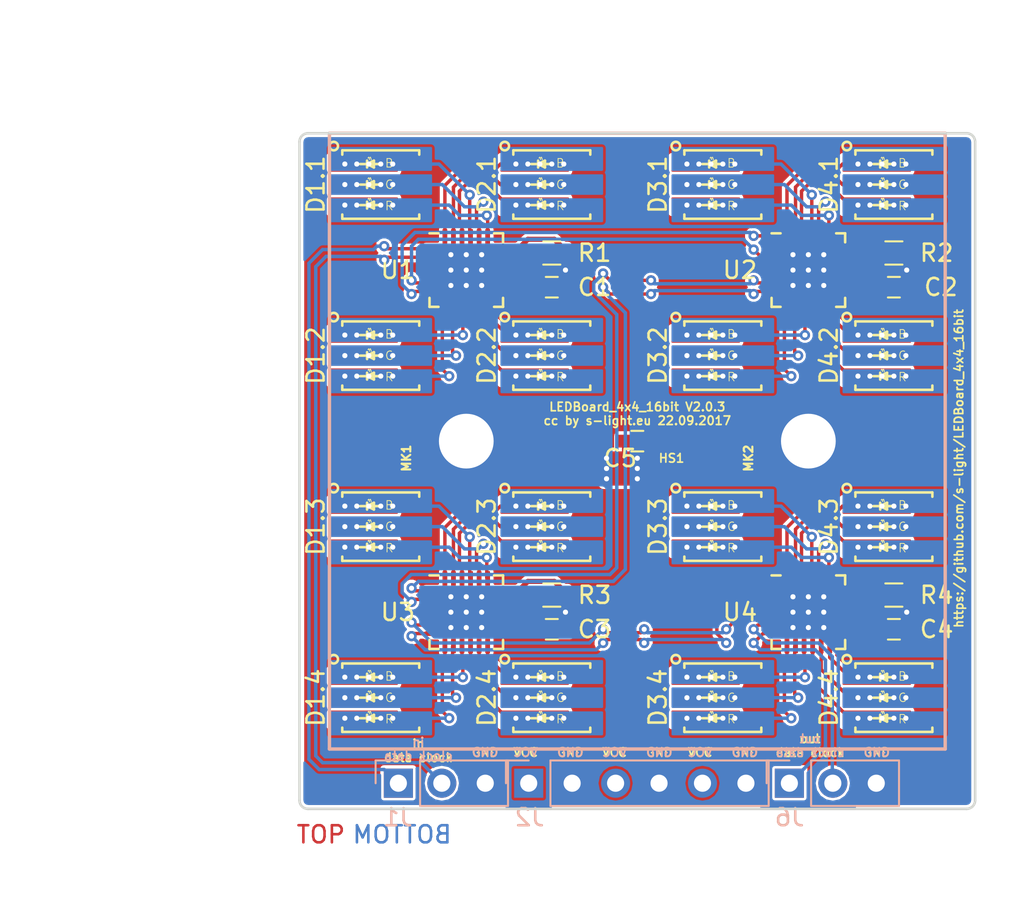
<source format=kicad_pcb>
(kicad_pcb (version 20171130) (host pcbnew no-vcs-found-826efab~61~ubuntu17.10.1)
  (title_block (title "LEDBoard 4x4 16bit") (date 22.09.2017) (rev 2.0.3) (company s-light.eu) (comment 1 "designed by Stefan Krüger") (comment 2 "cc by"))
  (layers (0 F.Cu signal) (31 B.Cu signal) (34 B.Paste user) (35 F.Paste user) (36 B.SilkS user) (37 F.SilkS user) (38 B.Mask user) (39 F.Mask user) (44 Edge.Cuts user))
  (net 0 "")
  (net 1 VCC)
  (net 2 GND)
  (net 3 /LED_1.1_G)
  (net 4 /LED_1.1_R)
  (net 5 /LED_1.1_B)
  (net 6 /LED_1.2_B)
  (net 7 /LED_1.2_G)
  (net 8 /LED_1.2_R)
  (net 9 /LED_1.3_B)
  (net 10 /LED_1.3_G)
  (net 11 /LED_1.3_R)
  (net 12 /LED_1.4_G)
  (net 13 /LED_1.4_R)
  (net 14 /LED_1.4_B)
  (net 15 /LED_2.1_G)
  (net 16 /LED_2.1_R)
  (net 17 /LED_2.1_B)
  (net 18 /LED_2.2_B)
  (net 19 /LED_2.2_G)
  (net 20 /LED_2.2_R)
  (net 21 /LED_2.3_B)
  (net 22 /LED_2.3_G)
  (net 23 /LED_2.3_R)
  (net 24 /LED_2.4_G)
  (net 25 /LED_2.4_R)
  (net 26 /LED_2.4_B)
  (net 27 /LED_3.1_G)
  (net 28 /LED_3.1_R)
  (net 29 /LED_3.1_B)
  (net 30 /LED_3.2_B)
  (net 31 /LED_3.2_G)
  (net 32 /LED_3.2_R)
  (net 33 /LED_3.3_B)
  (net 34 /LED_3.3_G)
  (net 35 /LED_3.3_R)
  (net 36 /LED_3.4_G)
  (net 37 /LED_3.4_R)
  (net 38 /LED_3.4_B)
  (net 39 /LED_4.1_B)
  (net 40 /LED_4.1_G)
  (net 41 /LED_4.1_R)
  (net 42 /LED_4.2_G)
  (net 43 /LED_4.2_R)
  (net 44 /LED_4.2_B)
  (net 45 /LED_4.3_B)
  (net 46 /LED_4.3_G)
  (net 47 /LED_4.3_R)
  (net 48 /LED_4.4_G)
  (net 49 /LED_4.4_R)
  (net 50 /LED_4.4_B)
  (net 51 /clock_in)
  (net 52 /data_in)
  (net 53 /data_out)
  (net 54 /clock_out)
  (net 55 "Net-(U1-Pad3)")
  (net 56 "Net-(U1-Pad4)")
  (net 57 /clock_0-1)
  (net 58 /data_0-1)
  (net 59 "Net-(U1-Pad14)")
  (net 60 /clock_1-2)
  (net 61 "Net-(U2-Pad3)")
  (net 62 "Net-(U2-Pad4)")
  (net 63 /clock_2-3)
  (net 64 "Net-(U2-Pad14)")
  (net 65 "Net-(U3-Pad14)")
  (net 66 "Net-(U3-Pad4)")
  (net 67 "Net-(U3-Pad3)")
  (net 68 "Net-(U4-Pad14)")
  (net 69 "Net-(U4-Pad4)")
  (net 70 "Net-(U4-Pad3)")
  (net 71 /U1_sense)
  (net 72 /U2_sense)
  (net 73 /U3_sense)
  (net 74 /U4_sense)
  (net 75 /data_2-3)
  (net 76 /data_1-2)
  (module Housings_DFN_QFN:Texas_S-PVQFN-N24_ThermalVias (layer F.Cu) (at 60 58)
    (fp_text reference U1 (at -4 0) (layer F.SilkS))
    (fp_text value TLC5971RGER)
    (pad 25 smd roundrect (at 0 0) (size 2.6 2.6) (layers B.Cu) (roundrect_rratio 0.1) (net 2 GND))
    (pad 25 thru_hole circle (at -0.9 0.9) (size 0.3 0.3) (drill 0.3) (layers *.Cu) (net 2 GND))
    (pad 25 thru_hole circle (at 0 0.9) (size 0.3 0.3) (drill 0.3) (layers *.Cu) (net 2 GND))
    (pad 25 thru_hole circle (at 0.9 0.9) (size 0.3 0.3) (drill 0.3) (layers *.Cu) (net 2 GND))
    (pad 25 thru_hole circle (at -0.9 0) (size 0.3 0.3) (drill 0.3) (layers *.Cu) (net 2 GND))
    (pad 25 thru_hole circle (at 0 0) (size 0.3 0.3) (drill 0.3) (layers *.Cu) (net 2 GND))
    (pad 25 thru_hole circle (at 0.9 0) (size 0.3 0.3) (drill 0.3) (layers *.Cu) (net 2 GND))
    (pad 25 thru_hole circle (at 0.9 -0.9) (size 0.3 0.3) (drill 0.3) (layers *.Cu) (net 2 GND))
    (pad 25 thru_hole circle (at 0 -0.9) (size 0.3 0.3) (drill 0.3) (layers *.Cu) (net 2 GND))
    (pad 25 thru_hole circle (at -0.9 -0.9) (size 0.3 0.3) (drill 0.3) (layers *.Cu) (net 2 GND))
    (pad 25 smd roundrect (at 0 0) (size 2.6 2.6) (layers F.Cu F.Mask) (roundrect_rratio 0.1) (net 2 GND))
    (pad 24 smd roundrect (at -1.25 -1.975 90) (size 0.85 0.28) (layers F.Cu F.Paste F.Mask) (roundrect_rratio 0.1) (net 17 /LED_2.1_B))
    (pad 23 smd roundrect (at -0.75 -1.975 90) (size 0.85 0.28) (layers F.Cu F.Paste F.Mask) (roundrect_rratio 0.1) (net 15 /LED_2.1_G))
    (pad 22 smd roundrect (at -0.25 -1.975 90) (size 0.85 0.28) (layers F.Cu F.Paste F.Mask) (roundrect_rratio 0.1) (net 16 /LED_2.1_R))
    (pad 21 smd roundrect (at 0.25 -1.975 90) (size 0.85 0.28) (layers F.Cu F.Paste F.Mask) (roundrect_rratio 0.1) (net 5 /LED_1.1_B))
    (pad 20 smd roundrect (at 0.75 -1.975 90) (size 0.85 0.28) (layers F.Cu F.Paste F.Mask) (roundrect_rratio 0.1) (net 3 /LED_1.1_G))
    (pad 19 smd roundrect (at 1.25 -1.975 90) (size 0.85 0.28) (layers F.Cu F.Paste F.Mask) (roundrect_rratio 0.1) (net 4 /LED_1.1_R))
    (pad 18 smd roundrect (at 1.975 -1.25) (size 0.85 0.28) (layers F.Cu F.Paste F.Mask) (roundrect_rratio 0.1) (net 2 GND))
    (pad 17 smd roundrect (at 1.975 -0.75) (size 0.85 0.28) (layers F.Cu F.Paste F.Mask) (roundrect_rratio 0.1))
    (pad 16 smd roundrect (at 1.975 -0.25) (size 0.85 0.28) (layers F.Cu F.Paste F.Mask) (roundrect_rratio 0.1) (net 71 /U1_sense))
    (pad 15 smd roundrect (at 1.975 0.25) (size 0.85 0.28) (layers F.Cu F.Paste F.Mask) (roundrect_rratio 0.1) (net 1 VCC))
    (pad 14 smd roundrect (at 1.975 0.75) (size 0.85 0.28) (layers F.Cu F.Paste F.Mask) (roundrect_rratio 0.1) (net 59 "Net-(U1-Pad14)"))
    (pad 13 smd roundrect (at 1.975 1.25) (size 0.85 0.28) (layers F.Cu F.Paste F.Mask) (roundrect_rratio 0.1) (net 1 VCC))
    (pad 12 smd roundrect (at 1.25 1.975 90) (size 0.85 0.28) (layers F.Cu F.Paste F.Mask) (roundrect_rratio 0.1) (net 18 /LED_2.2_B))
    (pad 11 smd roundrect (at 0.75 1.975 90) (size 0.85 0.28) (layers F.Cu F.Paste F.Mask) (roundrect_rratio 0.1) (net 19 /LED_2.2_G))
    (pad 10 smd roundrect (at 0.25 1.975 90) (size 0.85 0.28) (layers F.Cu F.Paste F.Mask) (roundrect_rratio 0.1) (net 20 /LED_2.2_R))
    (pad 9 smd roundrect (at -0.25 1.975 90) (size 0.85 0.28) (layers F.Cu F.Paste F.Mask) (roundrect_rratio 0.1) (net 6 /LED_1.2_B))
    (pad 8 smd roundrect (at -0.75 1.975 90) (size 0.85 0.28) (layers F.Cu F.Paste F.Mask) (roundrect_rratio 0.1) (net 7 /LED_1.2_G))
    (pad 7 smd roundrect (at -1.25 1.975 90) (size 0.85 0.28) (layers F.Cu F.Paste F.Mask) (roundrect_rratio 0.1) (net 8 /LED_1.2_R))
    (pad 6 smd roundrect (at -1.975 1.25) (size 0.85 0.28) (layers F.Cu F.Paste F.Mask) (roundrect_rratio 0.1) (net 58 /data_0-1))
    (pad 5 smd roundrect (at -1.975 0.75) (size 0.85 0.28) (layers F.Cu F.Paste F.Mask) (roundrect_rratio 0.1) (net 57 /clock_0-1))
    (pad 4 smd roundrect (at -1.975 0.25) (size 0.85 0.28) (layers F.Cu F.Paste F.Mask) (roundrect_rratio 0.1) (net 56 "Net-(U1-Pad4)"))
    (pad 3 smd roundrect (at -1.975 -0.25) (size 0.85 0.28) (layers F.Cu F.Paste F.Mask) (roundrect_rratio 0.1) (net 55 "Net-(U1-Pad3)"))
    (pad 2 smd roundrect (at -1.975 -0.75) (size 0.85 0.28) (layers F.Cu F.Paste F.Mask) (roundrect_rratio 0.1) (net 51 /clock_in))
    (pad 1 smd roundrect (at -1.975 -1.25) (size 0.85 0.28) (layers F.Cu F.Paste F.Mask) (roundrect_rratio 0.1) (net 52 /data_in))
  )
  (module nichia:LED_NSSM032AT_wViaHeatSinkBig (layer F.Cu) (at 55 53)
    (fp_text reference D1.1 (at -3.8 0 90) (layer F.SilkS))
    (fp_text value LED_1.1)
    (fp_text user B (at 0.5 -1.25) (layer F.SilkS) (effects (font (size 0.5 0.5) (thickness 0.05))))
    (fp_text user G (at 0.5 0) (layer F.SilkS) (effects (font (size 0.5 0.5) (thickness 0.05))))
    (fp_text user R (at 0.5 1.25) (layer F.SilkS) (effects (font (size 0.5 0.5) (thickness 0.05))))
    (pad 2 thru_hole circle (at -1.4 0) (size 0.3 0.3) (drill 0.3) (layers *.Cu) (net 3 /LED_1.1_G))
    (pad 1 thru_hole circle (at -1.4 -1.2) (size 0.3 0.3) (drill 0.3) (layers *.Cu) (net 5 /LED_1.1_B))
    (pad 3 thru_hole circle (at -1.4 1.2) (size 0.3 0.3) (drill 0.3) (layers *.Cu) (net 4 /LED_1.1_R))
    (pad 2 thru_hole circle (at 0 0) (size 0.3 0.3) (drill 0.3) (layers *.Cu) (net 3 /LED_1.1_G))
    (pad 3 thru_hole circle (at 0 1.2) (size 0.3 0.3) (drill 0.3) (layers *.Cu) (net 4 /LED_1.1_R))
    (pad 1 thru_hole circle (at 0 -1.2) (size 0.3 0.3) (drill 0.3) (layers *.Cu) (net 5 /LED_1.1_B))
    (pad 3 thru_hole circle (at 0.7 1.2) (size 0.3 0.3) (drill 0.3) (layers *.Cu) (net 4 /LED_1.1_R))
    (pad 3 thru_hole circle (at -0.7 1.2) (size 0.3 0.3) (drill 0.3) (layers *.Cu) (net 4 /LED_1.1_R))
    (pad 3 thru_hole circle (at -2.1 1.2) (size 0.3 0.3) (drill 0.3) (layers *.Cu) (net 4 /LED_1.1_R))
    (pad 2 thru_hole circle (at -0.7 0) (size 0.3 0.3) (drill 0.3) (layers *.Cu) (net 3 /LED_1.1_G))
    (pad 2 thru_hole circle (at 0.7 0) (size 0.3 0.3) (drill 0.3) (layers *.Cu) (net 3 /LED_1.1_G))
    (pad 2 thru_hole circle (at -2.1 0) (size 0.3 0.3) (drill 0.3) (layers *.Cu) (net 3 /LED_1.1_G))
    (pad 1 thru_hole circle (at -0.7 -1.2) (size 0.3 0.3) (drill 0.3) (layers *.Cu) (net 5 /LED_1.1_B))
    (pad 1 thru_hole circle (at 0.7 -1.2) (size 0.3 0.3) (drill 0.3) (layers *.Cu) (net 5 /LED_1.1_B))
    (pad 3 smd roundrect (at 0 1.5) (size 6 1.4) (layers B.Cu) (roundrect_rratio 0.05) (net 4 /LED_1.1_R))
    (pad 3 smd roundrect (at -1 1.2) (size 4 0.9) (layers F.Cu) (roundrect_rratio 0.05) (net 4 /LED_1.1_R))
    (pad 1 smd roundrect (at 0 -1.5) (size 6 1.4) (layers B.Cu) (roundrect_rratio 0.05) (net 5 /LED_1.1_B))
    (pad 2 smd roundrect (at 0 0) (size 6 1.2) (layers B.Cu) (roundrect_rratio 0.05) (net 3 /LED_1.1_G))
    (pad 2 smd roundrect (at -1 0) (size 4 0.9) (layers F.Cu) (roundrect_rratio 0.05) (net 3 /LED_1.1_G))
    (pad 1 smd roundrect (at -1 -1.2) (size 4 0.9) (layers F.Cu) (roundrect_rratio 0.05) (net 5 /LED_1.1_B))
    (pad 1 thru_hole circle (at -2.1 -1.2) (size 0.3 0.3) (drill 0.3) (layers *.Cu) (net 5 /LED_1.1_B))
    (pad 6 smd roundrect (at 2.225 -1.2) (size 1.55 0.9) (layers F.Cu F.Paste F.Mask) (roundrect_rratio 0.05) (net 1 VCC))
    (pad 5 smd roundrect (at 2.225 0) (size 1.55 0.9) (layers F.Cu F.Paste F.Mask) (roundrect_rratio 0.05) (net 1 VCC))
    (pad 4 smd roundrect (at 2.225 1.2) (size 1.55 0.9) (layers F.Cu F.Paste F.Mask) (roundrect_rratio 0.05) (net 1 VCC))
  )
  (module nichia:LED_NSSM032AT_wViaHeatSinkBig (layer F.Cu) (at 55 63)
    (fp_text reference D1.2 (at -3.8 0 90) (layer F.SilkS))
    (fp_text value LED_1.2)
    (fp_text user B (at 0.5 -1.25) (layer F.SilkS) (effects (font (size 0.5 0.5) (thickness 0.05))))
    (fp_text user G (at 0.5 0) (layer F.SilkS) (effects (font (size 0.5 0.5) (thickness 0.05))))
    (fp_text user R (at 0.5 1.25) (layer F.SilkS) (effects (font (size 0.5 0.5) (thickness 0.05))))
    (pad 2 thru_hole circle (at -1.4 0) (size 0.3 0.3) (drill 0.3) (layers *.Cu) (net 7 /LED_1.2_G))
    (pad 1 thru_hole circle (at -1.4 -1.2) (size 0.3 0.3) (drill 0.3) (layers *.Cu) (net 6 /LED_1.2_B))
    (pad 3 thru_hole circle (at -1.4 1.2) (size 0.3 0.3) (drill 0.3) (layers *.Cu) (net 8 /LED_1.2_R))
    (pad 2 thru_hole circle (at 0 0) (size 0.3 0.3) (drill 0.3) (layers *.Cu) (net 7 /LED_1.2_G))
    (pad 3 thru_hole circle (at 0 1.2) (size 0.3 0.3) (drill 0.3) (layers *.Cu) (net 8 /LED_1.2_R))
    (pad 1 thru_hole circle (at 0 -1.2) (size 0.3 0.3) (drill 0.3) (layers *.Cu) (net 6 /LED_1.2_B))
    (pad 3 thru_hole circle (at 0.7 1.2) (size 0.3 0.3) (drill 0.3) (layers *.Cu) (net 8 /LED_1.2_R))
    (pad 3 thru_hole circle (at -0.7 1.2) (size 0.3 0.3) (drill 0.3) (layers *.Cu) (net 8 /LED_1.2_R))
    (pad 3 thru_hole circle (at -2.1 1.2) (size 0.3 0.3) (drill 0.3) (layers *.Cu) (net 8 /LED_1.2_R))
    (pad 2 thru_hole circle (at -0.7 0) (size 0.3 0.3) (drill 0.3) (layers *.Cu) (net 7 /LED_1.2_G))
    (pad 2 thru_hole circle (at 0.7 0) (size 0.3 0.3) (drill 0.3) (layers *.Cu) (net 7 /LED_1.2_G))
    (pad 2 thru_hole circle (at -2.1 0) (size 0.3 0.3) (drill 0.3) (layers *.Cu) (net 7 /LED_1.2_G))
    (pad 1 thru_hole circle (at -0.7 -1.2) (size 0.3 0.3) (drill 0.3) (layers *.Cu) (net 6 /LED_1.2_B))
    (pad 1 thru_hole circle (at 0.7 -1.2) (size 0.3 0.3) (drill 0.3) (layers *.Cu) (net 6 /LED_1.2_B))
    (pad 3 smd roundrect (at 0 1.5) (size 6 1.4) (layers B.Cu) (roundrect_rratio 0.05) (net 8 /LED_1.2_R))
    (pad 3 smd roundrect (at -1 1.2) (size 4 0.9) (layers F.Cu) (roundrect_rratio 0.05) (net 8 /LED_1.2_R))
    (pad 1 smd roundrect (at 0 -1.5) (size 6 1.4) (layers B.Cu) (roundrect_rratio 0.05) (net 6 /LED_1.2_B))
    (pad 2 smd roundrect (at 0 0) (size 6 1.2) (layers B.Cu) (roundrect_rratio 0.05) (net 7 /LED_1.2_G))
    (pad 2 smd roundrect (at -1 0) (size 4 0.9) (layers F.Cu) (roundrect_rratio 0.05) (net 7 /LED_1.2_G))
    (pad 1 smd roundrect (at -1 -1.2) (size 4 0.9) (layers F.Cu) (roundrect_rratio 0.05) (net 6 /LED_1.2_B))
    (pad 1 thru_hole circle (at -2.1 -1.2) (size 0.3 0.3) (drill 0.3) (layers *.Cu) (net 6 /LED_1.2_B))
    (pad 6 smd roundrect (at 2.225 -1.2) (size 1.55 0.9) (layers F.Cu F.Paste F.Mask) (roundrect_rratio 0.05) (net 1 VCC))
    (pad 5 smd roundrect (at 2.225 0) (size 1.55 0.9) (layers F.Cu F.Paste F.Mask) (roundrect_rratio 0.05) (net 1 VCC))
    (pad 4 smd roundrect (at 2.225 1.2) (size 1.55 0.9) (layers F.Cu F.Paste F.Mask) (roundrect_rratio 0.05) (net 1 VCC))
  )
  (module nichia:LED_NSSM032AT_wViaHeatSinkBig (layer F.Cu) (at 55 73)
    (fp_text reference D1.3 (at -3.8 0 90) (layer F.SilkS))
    (fp_text value LED_1.3)
    (fp_text user B (at 0.5 -1.25) (layer F.SilkS) (effects (font (size 0.5 0.5) (thickness 0.05))))
    (fp_text user G (at 0.5 0) (layer F.SilkS) (effects (font (size 0.5 0.5) (thickness 0.05))))
    (fp_text user R (at 0.5 1.25) (layer F.SilkS) (effects (font (size 0.5 0.5) (thickness 0.05))))
    (pad 2 thru_hole circle (at -1.4 0) (size 0.3 0.3) (drill 0.3) (layers *.Cu) (net 10 /LED_1.3_G))
    (pad 1 thru_hole circle (at -1.4 -1.2) (size 0.3 0.3) (drill 0.3) (layers *.Cu) (net 9 /LED_1.3_B))
    (pad 3 thru_hole circle (at -1.4 1.2) (size 0.3 0.3) (drill 0.3) (layers *.Cu) (net 11 /LED_1.3_R))
    (pad 2 thru_hole circle (at 0 0) (size 0.3 0.3) (drill 0.3) (layers *.Cu) (net 10 /LED_1.3_G))
    (pad 3 thru_hole circle (at 0 1.2) (size 0.3 0.3) (drill 0.3) (layers *.Cu) (net 11 /LED_1.3_R))
    (pad 1 thru_hole circle (at 0 -1.2) (size 0.3 0.3) (drill 0.3) (layers *.Cu) (net 9 /LED_1.3_B))
    (pad 3 thru_hole circle (at 0.7 1.2) (size 0.3 0.3) (drill 0.3) (layers *.Cu) (net 11 /LED_1.3_R))
    (pad 3 thru_hole circle (at -0.7 1.2) (size 0.3 0.3) (drill 0.3) (layers *.Cu) (net 11 /LED_1.3_R))
    (pad 3 thru_hole circle (at -2.1 1.2) (size 0.3 0.3) (drill 0.3) (layers *.Cu) (net 11 /LED_1.3_R))
    (pad 2 thru_hole circle (at -0.7 0) (size 0.3 0.3) (drill 0.3) (layers *.Cu) (net 10 /LED_1.3_G))
    (pad 2 thru_hole circle (at 0.7 0) (size 0.3 0.3) (drill 0.3) (layers *.Cu) (net 10 /LED_1.3_G))
    (pad 2 thru_hole circle (at -2.1 0) (size 0.3 0.3) (drill 0.3) (layers *.Cu) (net 10 /LED_1.3_G))
    (pad 1 thru_hole circle (at -0.7 -1.2) (size 0.3 0.3) (drill 0.3) (layers *.Cu) (net 9 /LED_1.3_B))
    (pad 1 thru_hole circle (at 0.7 -1.2) (size 0.3 0.3) (drill 0.3) (layers *.Cu) (net 9 /LED_1.3_B))
    (pad 3 smd roundrect (at 0 1.5) (size 6 1.4) (layers B.Cu) (roundrect_rratio 0.05) (net 11 /LED_1.3_R))
    (pad 3 smd roundrect (at -1 1.2) (size 4 0.9) (layers F.Cu) (roundrect_rratio 0.05) (net 11 /LED_1.3_R))
    (pad 1 smd roundrect (at 0 -1.5) (size 6 1.4) (layers B.Cu) (roundrect_rratio 0.05) (net 9 /LED_1.3_B))
    (pad 2 smd roundrect (at 0 0) (size 6 1.2) (layers B.Cu) (roundrect_rratio 0.05) (net 10 /LED_1.3_G))
    (pad 2 smd roundrect (at -1 0) (size 4 0.9) (layers F.Cu) (roundrect_rratio 0.05) (net 10 /LED_1.3_G))
    (pad 1 smd roundrect (at -1 -1.2) (size 4 0.9) (layers F.Cu) (roundrect_rratio 0.05) (net 9 /LED_1.3_B))
    (pad 1 thru_hole circle (at -2.1 -1.2) (size 0.3 0.3) (drill 0.3) (layers *.Cu) (net 9 /LED_1.3_B))
    (pad 6 smd roundrect (at 2.225 -1.2) (size 1.55 0.9) (layers F.Cu F.Paste F.Mask) (roundrect_rratio 0.05) (net 1 VCC))
    (pad 5 smd roundrect (at 2.225 0) (size 1.55 0.9) (layers F.Cu F.Paste F.Mask) (roundrect_rratio 0.05) (net 1 VCC))
    (pad 4 smd roundrect (at 2.225 1.2) (size 1.55 0.9) (layers F.Cu F.Paste F.Mask) (roundrect_rratio 0.05) (net 1 VCC))
  )
  (module nichia:LED_NSSM032AT_wViaHeatSinkBig (layer F.Cu) (at 55 83)
    (fp_text reference D1.4 (at -3.8 0 90) (layer F.SilkS))
    (fp_text value LED_1.4)
    (fp_text user B (at 0.5 -1.25) (layer F.SilkS) (effects (font (size 0.5 0.5) (thickness 0.05))))
    (fp_text user G (at 0.5 0) (layer F.SilkS) (effects (font (size 0.5 0.5) (thickness 0.05))))
    (fp_text user R (at 0.5 1.25) (layer F.SilkS) (effects (font (size 0.5 0.5) (thickness 0.05))))
    (pad 2 thru_hole circle (at -1.4 0) (size 0.3 0.3) (drill 0.3) (layers *.Cu) (net 12 /LED_1.4_G))
    (pad 1 thru_hole circle (at -1.4 -1.2) (size 0.3 0.3) (drill 0.3) (layers *.Cu) (net 14 /LED_1.4_B))
    (pad 3 thru_hole circle (at -1.4 1.2) (size 0.3 0.3) (drill 0.3) (layers *.Cu) (net 13 /LED_1.4_R))
    (pad 2 thru_hole circle (at 0 0) (size 0.3 0.3) (drill 0.3) (layers *.Cu) (net 12 /LED_1.4_G))
    (pad 3 thru_hole circle (at 0 1.2) (size 0.3 0.3) (drill 0.3) (layers *.Cu) (net 13 /LED_1.4_R))
    (pad 1 thru_hole circle (at 0 -1.2) (size 0.3 0.3) (drill 0.3) (layers *.Cu) (net 14 /LED_1.4_B))
    (pad 3 thru_hole circle (at 0.7 1.2) (size 0.3 0.3) (drill 0.3) (layers *.Cu) (net 13 /LED_1.4_R))
    (pad 3 thru_hole circle (at -0.7 1.2) (size 0.3 0.3) (drill 0.3) (layers *.Cu) (net 13 /LED_1.4_R))
    (pad 3 thru_hole circle (at -2.1 1.2) (size 0.3 0.3) (drill 0.3) (layers *.Cu) (net 13 /LED_1.4_R))
    (pad 2 thru_hole circle (at -0.7 0) (size 0.3 0.3) (drill 0.3) (layers *.Cu) (net 12 /LED_1.4_G))
    (pad 2 thru_hole circle (at 0.7 0) (size 0.3 0.3) (drill 0.3) (layers *.Cu) (net 12 /LED_1.4_G))
    (pad 2 thru_hole circle (at -2.1 0) (size 0.3 0.3) (drill 0.3) (layers *.Cu) (net 12 /LED_1.4_G))
    (pad 1 thru_hole circle (at -0.7 -1.2) (size 0.3 0.3) (drill 0.3) (layers *.Cu) (net 14 /LED_1.4_B))
    (pad 1 thru_hole circle (at 0.7 -1.2) (size 0.3 0.3) (drill 0.3) (layers *.Cu) (net 14 /LED_1.4_B))
    (pad 3 smd roundrect (at 0 1.5) (size 6 1.4) (layers B.Cu) (roundrect_rratio 0.05) (net 13 /LED_1.4_R))
    (pad 3 smd roundrect (at -1 1.2) (size 4 0.9) (layers F.Cu) (roundrect_rratio 0.05) (net 13 /LED_1.4_R))
    (pad 1 smd roundrect (at 0 -1.5) (size 6 1.4) (layers B.Cu) (roundrect_rratio 0.05) (net 14 /LED_1.4_B))
    (pad 2 smd roundrect (at 0 0) (size 6 1.2) (layers B.Cu) (roundrect_rratio 0.05) (net 12 /LED_1.4_G))
    (pad 2 smd roundrect (at -1 0) (size 4 0.9) (layers F.Cu) (roundrect_rratio 0.05) (net 12 /LED_1.4_G))
    (pad 1 smd roundrect (at -1 -1.2) (size 4 0.9) (layers F.Cu) (roundrect_rratio 0.05) (net 14 /LED_1.4_B))
    (pad 1 thru_hole circle (at -2.1 -1.2) (size 0.3 0.3) (drill 0.3) (layers *.Cu) (net 14 /LED_1.4_B))
    (pad 6 smd roundrect (at 2.225 -1.2) (size 1.55 0.9) (layers F.Cu F.Paste F.Mask) (roundrect_rratio 0.05) (net 1 VCC))
    (pad 5 smd roundrect (at 2.225 0) (size 1.55 0.9) (layers F.Cu F.Paste F.Mask) (roundrect_rratio 0.05) (net 1 VCC))
    (pad 4 smd roundrect (at 2.225 1.2) (size 1.55 0.9) (layers F.Cu F.Paste F.Mask) (roundrect_rratio 0.05) (net 1 VCC))
  )
  (module nichia:LED_NSSM032AT_wViaHeatSinkBig (layer F.Cu) (at 65 53)
    (fp_text reference D2.1 (at -3.8 0 90) (layer F.SilkS))
    (fp_text value LED_2.1)
    (fp_text user B (at 0.5 -1.25) (layer F.SilkS) (effects (font (size 0.5 0.5) (thickness 0.05))))
    (fp_text user G (at 0.5 0) (layer F.SilkS) (effects (font (size 0.5 0.5) (thickness 0.05))))
    (fp_text user R (at 0.5 1.25) (layer F.SilkS) (effects (font (size 0.5 0.5) (thickness 0.05))))
    (pad 2 thru_hole circle (at -1.4 0) (size 0.3 0.3) (drill 0.3) (layers *.Cu) (net 15 /LED_2.1_G))
    (pad 1 thru_hole circle (at -1.4 -1.2) (size 0.3 0.3) (drill 0.3) (layers *.Cu) (net 17 /LED_2.1_B))
    (pad 3 thru_hole circle (at -1.4 1.2) (size 0.3 0.3) (drill 0.3) (layers *.Cu) (net 16 /LED_2.1_R))
    (pad 2 thru_hole circle (at 0 0) (size 0.3 0.3) (drill 0.3) (layers *.Cu) (net 15 /LED_2.1_G))
    (pad 3 thru_hole circle (at 0 1.2) (size 0.3 0.3) (drill 0.3) (layers *.Cu) (net 16 /LED_2.1_R))
    (pad 1 thru_hole circle (at 0 -1.2) (size 0.3 0.3) (drill 0.3) (layers *.Cu) (net 17 /LED_2.1_B))
    (pad 3 thru_hole circle (at 0.7 1.2) (size 0.3 0.3) (drill 0.3) (layers *.Cu) (net 16 /LED_2.1_R))
    (pad 3 thru_hole circle (at -0.7 1.2) (size 0.3 0.3) (drill 0.3) (layers *.Cu) (net 16 /LED_2.1_R))
    (pad 3 thru_hole circle (at -2.1 1.2) (size 0.3 0.3) (drill 0.3) (layers *.Cu) (net 16 /LED_2.1_R))
    (pad 2 thru_hole circle (at -0.7 0) (size 0.3 0.3) (drill 0.3) (layers *.Cu) (net 15 /LED_2.1_G))
    (pad 2 thru_hole circle (at 0.7 0) (size 0.3 0.3) (drill 0.3) (layers *.Cu) (net 15 /LED_2.1_G))
    (pad 2 thru_hole circle (at -2.1 0) (size 0.3 0.3) (drill 0.3) (layers *.Cu) (net 15 /LED_2.1_G))
    (pad 1 thru_hole circle (at -0.7 -1.2) (size 0.3 0.3) (drill 0.3) (layers *.Cu) (net 17 /LED_2.1_B))
    (pad 1 thru_hole circle (at 0.7 -1.2) (size 0.3 0.3) (drill 0.3) (layers *.Cu) (net 17 /LED_2.1_B))
    (pad 3 smd roundrect (at 0 1.5) (size 6 1.4) (layers B.Cu) (roundrect_rratio 0.05) (net 16 /LED_2.1_R))
    (pad 3 smd roundrect (at -1 1.2) (size 4 0.9) (layers F.Cu) (roundrect_rratio 0.05) (net 16 /LED_2.1_R))
    (pad 1 smd roundrect (at 0 -1.5) (size 6 1.4) (layers B.Cu) (roundrect_rratio 0.05) (net 17 /LED_2.1_B))
    (pad 2 smd roundrect (at 0 0) (size 6 1.2) (layers B.Cu) (roundrect_rratio 0.05) (net 15 /LED_2.1_G))
    (pad 2 smd roundrect (at -1 0) (size 4 0.9) (layers F.Cu) (roundrect_rratio 0.05) (net 15 /LED_2.1_G))
    (pad 1 smd roundrect (at -1 -1.2) (size 4 0.9) (layers F.Cu) (roundrect_rratio 0.05) (net 17 /LED_2.1_B))
    (pad 1 thru_hole circle (at -2.1 -1.2) (size 0.3 0.3) (drill 0.3) (layers *.Cu) (net 17 /LED_2.1_B))
    (pad 6 smd roundrect (at 2.225 -1.2) (size 1.55 0.9) (layers F.Cu F.Paste F.Mask) (roundrect_rratio 0.05) (net 1 VCC))
    (pad 5 smd roundrect (at 2.225 0) (size 1.55 0.9) (layers F.Cu F.Paste F.Mask) (roundrect_rratio 0.05) (net 1 VCC))
    (pad 4 smd roundrect (at 2.225 1.2) (size 1.55 0.9) (layers F.Cu F.Paste F.Mask) (roundrect_rratio 0.05) (net 1 VCC))
  )
  (module nichia:LED_NSSM032AT_wViaHeatSinkBig (layer F.Cu) (at 65 63)
    (fp_text reference D2.2 (at -3.8 0 90) (layer F.SilkS))
    (fp_text value LED_2.2)
    (fp_text user B (at 0.5 -1.25) (layer F.SilkS) (effects (font (size 0.5 0.5) (thickness 0.05))))
    (fp_text user G (at 0.5 0) (layer F.SilkS) (effects (font (size 0.5 0.5) (thickness 0.05))))
    (fp_text user R (at 0.5 1.25) (layer F.SilkS) (effects (font (size 0.5 0.5) (thickness 0.05))))
    (pad 2 thru_hole circle (at -1.4 0) (size 0.3 0.3) (drill 0.3) (layers *.Cu) (net 19 /LED_2.2_G))
    (pad 1 thru_hole circle (at -1.4 -1.2) (size 0.3 0.3) (drill 0.3) (layers *.Cu) (net 18 /LED_2.2_B))
    (pad 3 thru_hole circle (at -1.4 1.2) (size 0.3 0.3) (drill 0.3) (layers *.Cu) (net 20 /LED_2.2_R))
    (pad 2 thru_hole circle (at 0 0) (size 0.3 0.3) (drill 0.3) (layers *.Cu) (net 19 /LED_2.2_G))
    (pad 3 thru_hole circle (at 0 1.2) (size 0.3 0.3) (drill 0.3) (layers *.Cu) (net 20 /LED_2.2_R))
    (pad 1 thru_hole circle (at 0 -1.2) (size 0.3 0.3) (drill 0.3) (layers *.Cu) (net 18 /LED_2.2_B))
    (pad 3 thru_hole circle (at 0.7 1.2) (size 0.3 0.3) (drill 0.3) (layers *.Cu) (net 20 /LED_2.2_R))
    (pad 3 thru_hole circle (at -0.7 1.2) (size 0.3 0.3) (drill 0.3) (layers *.Cu) (net 20 /LED_2.2_R))
    (pad 3 thru_hole circle (at -2.1 1.2) (size 0.3 0.3) (drill 0.3) (layers *.Cu) (net 20 /LED_2.2_R))
    (pad 2 thru_hole circle (at -0.7 0) (size 0.3 0.3) (drill 0.3) (layers *.Cu) (net 19 /LED_2.2_G))
    (pad 2 thru_hole circle (at 0.7 0) (size 0.3 0.3) (drill 0.3) (layers *.Cu) (net 19 /LED_2.2_G))
    (pad 2 thru_hole circle (at -2.1 0) (size 0.3 0.3) (drill 0.3) (layers *.Cu) (net 19 /LED_2.2_G))
    (pad 1 thru_hole circle (at -0.7 -1.2) (size 0.3 0.3) (drill 0.3) (layers *.Cu) (net 18 /LED_2.2_B))
    (pad 1 thru_hole circle (at 0.7 -1.2) (size 0.3 0.3) (drill 0.3) (layers *.Cu) (net 18 /LED_2.2_B))
    (pad 3 smd roundrect (at 0 1.5) (size 6 1.4) (layers B.Cu) (roundrect_rratio 0.05) (net 20 /LED_2.2_R))
    (pad 3 smd roundrect (at -1 1.2) (size 4 0.9) (layers F.Cu) (roundrect_rratio 0.05) (net 20 /LED_2.2_R))
    (pad 1 smd roundrect (at 0 -1.5) (size 6 1.4) (layers B.Cu) (roundrect_rratio 0.05) (net 18 /LED_2.2_B))
    (pad 2 smd roundrect (at 0 0) (size 6 1.2) (layers B.Cu) (roundrect_rratio 0.05) (net 19 /LED_2.2_G))
    (pad 2 smd roundrect (at -1 0) (size 4 0.9) (layers F.Cu) (roundrect_rratio 0.05) (net 19 /LED_2.2_G))
    (pad 1 smd roundrect (at -1 -1.2) (size 4 0.9) (layers F.Cu) (roundrect_rratio 0.05) (net 18 /LED_2.2_B))
    (pad 1 thru_hole circle (at -2.1 -1.2) (size 0.3 0.3) (drill 0.3) (layers *.Cu) (net 18 /LED_2.2_B))
    (pad 6 smd roundrect (at 2.225 -1.2) (size 1.55 0.9) (layers F.Cu F.Paste F.Mask) (roundrect_rratio 0.05) (net 1 VCC))
    (pad 5 smd roundrect (at 2.225 0) (size 1.55 0.9) (layers F.Cu F.Paste F.Mask) (roundrect_rratio 0.05) (net 1 VCC))
    (pad 4 smd roundrect (at 2.225 1.2) (size 1.55 0.9) (layers F.Cu F.Paste F.Mask) (roundrect_rratio 0.05) (net 1 VCC))
  )
  (module nichia:LED_NSSM032AT_wViaHeatSinkBig (layer F.Cu) (at 65 73)
    (fp_text reference D2.3 (at -3.8 0 90) (layer F.SilkS))
    (fp_text value LED_2.3)
    (fp_text user B (at 0.5 -1.25) (layer F.SilkS) (effects (font (size 0.5 0.5) (thickness 0.05))))
    (fp_text user G (at 0.5 0) (layer F.SilkS) (effects (font (size 0.5 0.5) (thickness 0.05))))
    (fp_text user R (at 0.5 1.25) (layer F.SilkS) (effects (font (size 0.5 0.5) (thickness 0.05))))
    (pad 2 thru_hole circle (at -1.4 0) (size 0.3 0.3) (drill 0.3) (layers *.Cu) (net 22 /LED_2.3_G))
    (pad 1 thru_hole circle (at -1.4 -1.2) (size 0.3 0.3) (drill 0.3) (layers *.Cu) (net 21 /LED_2.3_B))
    (pad 3 thru_hole circle (at -1.4 1.2) (size 0.3 0.3) (drill 0.3) (layers *.Cu) (net 23 /LED_2.3_R))
    (pad 2 thru_hole circle (at 0 0) (size 0.3 0.3) (drill 0.3) (layers *.Cu) (net 22 /LED_2.3_G))
    (pad 3 thru_hole circle (at 0 1.2) (size 0.3 0.3) (drill 0.3) (layers *.Cu) (net 23 /LED_2.3_R))
    (pad 1 thru_hole circle (at 0 -1.2) (size 0.3 0.3) (drill 0.3) (layers *.Cu) (net 21 /LED_2.3_B))
    (pad 3 thru_hole circle (at 0.7 1.2) (size 0.3 0.3) (drill 0.3) (layers *.Cu) (net 23 /LED_2.3_R))
    (pad 3 thru_hole circle (at -0.7 1.2) (size 0.3 0.3) (drill 0.3) (layers *.Cu) (net 23 /LED_2.3_R))
    (pad 3 thru_hole circle (at -2.1 1.2) (size 0.3 0.3) (drill 0.3) (layers *.Cu) (net 23 /LED_2.3_R))
    (pad 2 thru_hole circle (at -0.7 0) (size 0.3 0.3) (drill 0.3) (layers *.Cu) (net 22 /LED_2.3_G))
    (pad 2 thru_hole circle (at 0.7 0) (size 0.3 0.3) (drill 0.3) (layers *.Cu) (net 22 /LED_2.3_G))
    (pad 2 thru_hole circle (at -2.1 0) (size 0.3 0.3) (drill 0.3) (layers *.Cu) (net 22 /LED_2.3_G))
    (pad 1 thru_hole circle (at -0.7 -1.2) (size 0.3 0.3) (drill 0.3) (layers *.Cu) (net 21 /LED_2.3_B))
    (pad 1 thru_hole circle (at 0.7 -1.2) (size 0.3 0.3) (drill 0.3) (layers *.Cu) (net 21 /LED_2.3_B))
    (pad 3 smd roundrect (at 0 1.5) (size 6 1.4) (layers B.Cu) (roundrect_rratio 0.05) (net 23 /LED_2.3_R))
    (pad 3 smd roundrect (at -1 1.2) (size 4 0.9) (layers F.Cu) (roundrect_rratio 0.05) (net 23 /LED_2.3_R))
    (pad 1 smd roundrect (at 0 -1.5) (size 6 1.4) (layers B.Cu) (roundrect_rratio 0.05) (net 21 /LED_2.3_B))
    (pad 2 smd roundrect (at 0 0) (size 6 1.2) (layers B.Cu) (roundrect_rratio 0.05) (net 22 /LED_2.3_G))
    (pad 2 smd roundrect (at -1 0) (size 4 0.9) (layers F.Cu) (roundrect_rratio 0.05) (net 22 /LED_2.3_G))
    (pad 1 smd roundrect (at -1 -1.2) (size 4 0.9) (layers F.Cu) (roundrect_rratio 0.05) (net 21 /LED_2.3_B))
    (pad 1 thru_hole circle (at -2.1 -1.2) (size 0.3 0.3) (drill 0.3) (layers *.Cu) (net 21 /LED_2.3_B))
    (pad 6 smd roundrect (at 2.225 -1.2) (size 1.55 0.9) (layers F.Cu F.Paste F.Mask) (roundrect_rratio 0.05) (net 1 VCC))
    (pad 5 smd roundrect (at 2.225 0) (size 1.55 0.9) (layers F.Cu F.Paste F.Mask) (roundrect_rratio 0.05) (net 1 VCC))
    (pad 4 smd roundrect (at 2.225 1.2) (size 1.55 0.9) (layers F.Cu F.Paste F.Mask) (roundrect_rratio 0.05) (net 1 VCC))
  )
  (module nichia:LED_NSSM032AT_wViaHeatSinkBig (layer F.Cu) (at 65 83)
    (fp_text reference D2.4 (at -3.8 0 90) (layer F.SilkS))
    (fp_text value LED_2.4)
    (fp_text user B (at 0.5 -1.25) (layer F.SilkS) (effects (font (size 0.5 0.5) (thickness 0.05))))
    (fp_text user G (at 0.5 0) (layer F.SilkS) (effects (font (size 0.5 0.5) (thickness 0.05))))
    (fp_text user R (at 0.5 1.25) (layer F.SilkS) (effects (font (size 0.5 0.5) (thickness 0.05))))
    (pad 2 thru_hole circle (at -1.4 0) (size 0.3 0.3) (drill 0.3) (layers *.Cu) (net 24 /LED_2.4_G))
    (pad 1 thru_hole circle (at -1.4 -1.2) (size 0.3 0.3) (drill 0.3) (layers *.Cu) (net 26 /LED_2.4_B))
    (pad 3 thru_hole circle (at -1.4 1.2) (size 0.3 0.3) (drill 0.3) (layers *.Cu) (net 25 /LED_2.4_R))
    (pad 2 thru_hole circle (at 0 0) (size 0.3 0.3) (drill 0.3) (layers *.Cu) (net 24 /LED_2.4_G))
    (pad 3 thru_hole circle (at 0 1.2) (size 0.3 0.3) (drill 0.3) (layers *.Cu) (net 25 /LED_2.4_R))
    (pad 1 thru_hole circle (at 0 -1.2) (size 0.3 0.3) (drill 0.3) (layers *.Cu) (net 26 /LED_2.4_B))
    (pad 3 thru_hole circle (at 0.7 1.2) (size 0.3 0.3) (drill 0.3) (layers *.Cu) (net 25 /LED_2.4_R))
    (pad 3 thru_hole circle (at -0.7 1.2) (size 0.3 0.3) (drill 0.3) (layers *.Cu) (net 25 /LED_2.4_R))
    (pad 3 thru_hole circle (at -2.1 1.2) (size 0.3 0.3) (drill 0.3) (layers *.Cu) (net 25 /LED_2.4_R))
    (pad 2 thru_hole circle (at -0.7 0) (size 0.3 0.3) (drill 0.3) (layers *.Cu) (net 24 /LED_2.4_G))
    (pad 2 thru_hole circle (at 0.7 0) (size 0.3 0.3) (drill 0.3) (layers *.Cu) (net 24 /LED_2.4_G))
    (pad 2 thru_hole circle (at -2.1 0) (size 0.3 0.3) (drill 0.3) (layers *.Cu) (net 24 /LED_2.4_G))
    (pad 1 thru_hole circle (at -0.7 -1.2) (size 0.3 0.3) (drill 0.3) (layers *.Cu) (net 26 /LED_2.4_B))
    (pad 1 thru_hole circle (at 0.7 -1.2) (size 0.3 0.3) (drill 0.3) (layers *.Cu) (net 26 /LED_2.4_B))
    (pad 3 smd roundrect (at 0 1.5) (size 6 1.4) (layers B.Cu) (roundrect_rratio 0.05) (net 25 /LED_2.4_R))
    (pad 3 smd roundrect (at -1 1.2) (size 4 0.9) (layers F.Cu) (roundrect_rratio 0.05) (net 25 /LED_2.4_R))
    (pad 1 smd roundrect (at 0 -1.5) (size 6 1.4) (layers B.Cu) (roundrect_rratio 0.05) (net 26 /LED_2.4_B))
    (pad 2 smd roundrect (at 0 0) (size 6 1.2) (layers B.Cu) (roundrect_rratio 0.05) (net 24 /LED_2.4_G))
    (pad 2 smd roundrect (at -1 0) (size 4 0.9) (layers F.Cu) (roundrect_rratio 0.05) (net 24 /LED_2.4_G))
    (pad 1 smd roundrect (at -1 -1.2) (size 4 0.9) (layers F.Cu) (roundrect_rratio 0.05) (net 26 /LED_2.4_B))
    (pad 1 thru_hole circle (at -2.1 -1.2) (size 0.3 0.3) (drill 0.3) (layers *.Cu) (net 26 /LED_2.4_B))
    (pad 6 smd roundrect (at 2.225 -1.2) (size 1.55 0.9) (layers F.Cu F.Paste F.Mask) (roundrect_rratio 0.05) (net 1 VCC))
    (pad 5 smd roundrect (at 2.225 0) (size 1.55 0.9) (layers F.Cu F.Paste F.Mask) (roundrect_rratio 0.05) (net 1 VCC))
    (pad 4 smd roundrect (at 2.225 1.2) (size 1.55 0.9) (layers F.Cu F.Paste F.Mask) (roundrect_rratio 0.05) (net 1 VCC))
  )
  (module nichia:LED_NSSM032AT_wViaHeatSinkBig (layer F.Cu) (at 75 53)
    (fp_text reference D3.1 (at -3.8 0 90) (layer F.SilkS))
    (fp_text value LED_3.1)
    (fp_text user B (at 0.5 -1.25) (layer F.SilkS) (effects (font (size 0.5 0.5) (thickness 0.05))))
    (fp_text user G (at 0.5 0) (layer F.SilkS) (effects (font (size 0.5 0.5) (thickness 0.05))))
    (fp_text user R (at 0.5 1.25) (layer F.SilkS) (effects (font (size 0.5 0.5) (thickness 0.05))))
    (pad 2 thru_hole circle (at -1.4 0) (size 0.3 0.3) (drill 0.3) (layers *.Cu) (net 27 /LED_3.1_G))
    (pad 1 thru_hole circle (at -1.4 -1.2) (size 0.3 0.3) (drill 0.3) (layers *.Cu) (net 29 /LED_3.1_B))
    (pad 3 thru_hole circle (at -1.4 1.2) (size 0.3 0.3) (drill 0.3) (layers *.Cu) (net 28 /LED_3.1_R))
    (pad 2 thru_hole circle (at 0 0) (size 0.3 0.3) (drill 0.3) (layers *.Cu) (net 27 /LED_3.1_G))
    (pad 3 thru_hole circle (at 0 1.2) (size 0.3 0.3) (drill 0.3) (layers *.Cu) (net 28 /LED_3.1_R))
    (pad 1 thru_hole circle (at 0 -1.2) (size 0.3 0.3) (drill 0.3) (layers *.Cu) (net 29 /LED_3.1_B))
    (pad 3 thru_hole circle (at 0.7 1.2) (size 0.3 0.3) (drill 0.3) (layers *.Cu) (net 28 /LED_3.1_R))
    (pad 3 thru_hole circle (at -0.7 1.2) (size 0.3 0.3) (drill 0.3) (layers *.Cu) (net 28 /LED_3.1_R))
    (pad 3 thru_hole circle (at -2.1 1.2) (size 0.3 0.3) (drill 0.3) (layers *.Cu) (net 28 /LED_3.1_R))
    (pad 2 thru_hole circle (at -0.7 0) (size 0.3 0.3) (drill 0.3) (layers *.Cu) (net 27 /LED_3.1_G))
    (pad 2 thru_hole circle (at 0.7 0) (size 0.3 0.3) (drill 0.3) (layers *.Cu) (net 27 /LED_3.1_G))
    (pad 2 thru_hole circle (at -2.1 0) (size 0.3 0.3) (drill 0.3) (layers *.Cu) (net 27 /LED_3.1_G))
    (pad 1 thru_hole circle (at -0.7 -1.2) (size 0.3 0.3) (drill 0.3) (layers *.Cu) (net 29 /LED_3.1_B))
    (pad 1 thru_hole circle (at 0.7 -1.2) (size 0.3 0.3) (drill 0.3) (layers *.Cu) (net 29 /LED_3.1_B))
    (pad 3 smd roundrect (at 0 1.5) (size 6 1.4) (layers B.Cu) (roundrect_rratio 0.05) (net 28 /LED_3.1_R))
    (pad 3 smd roundrect (at -1 1.2) (size 4 0.9) (layers F.Cu) (roundrect_rratio 0.05) (net 28 /LED_3.1_R))
    (pad 1 smd roundrect (at 0 -1.5) (size 6 1.4) (layers B.Cu) (roundrect_rratio 0.05) (net 29 /LED_3.1_B))
    (pad 2 smd roundrect (at 0 0) (size 6 1.2) (layers B.Cu) (roundrect_rratio 0.05) (net 27 /LED_3.1_G))
    (pad 2 smd roundrect (at -1 0) (size 4 0.9) (layers F.Cu) (roundrect_rratio 0.05) (net 27 /LED_3.1_G))
    (pad 1 smd roundrect (at -1 -1.2) (size 4 0.9) (layers F.Cu) (roundrect_rratio 0.05) (net 29 /LED_3.1_B))
    (pad 1 thru_hole circle (at -2.1 -1.2) (size 0.3 0.3) (drill 0.3) (layers *.Cu) (net 29 /LED_3.1_B))
    (pad 6 smd roundrect (at 2.225 -1.2) (size 1.55 0.9) (layers F.Cu F.Paste F.Mask) (roundrect_rratio 0.05) (net 1 VCC))
    (pad 5 smd roundrect (at 2.225 0) (size 1.55 0.9) (layers F.Cu F.Paste F.Mask) (roundrect_rratio 0.05) (net 1 VCC))
    (pad 4 smd roundrect (at 2.225 1.2) (size 1.55 0.9) (layers F.Cu F.Paste F.Mask) (roundrect_rratio 0.05) (net 1 VCC))
  )
  (module nichia:LED_NSSM032AT_wViaHeatSinkBig (layer F.Cu) (at 75 63)
    (fp_text reference D3.2 (at -3.8 0 90) (layer F.SilkS))
    (fp_text value LED_3.2)
    (fp_text user B (at 0.5 -1.25) (layer F.SilkS) (effects (font (size 0.5 0.5) (thickness 0.05))))
    (fp_text user G (at 0.5 0) (layer F.SilkS) (effects (font (size 0.5 0.5) (thickness 0.05))))
    (fp_text user R (at 0.5 1.25) (layer F.SilkS) (effects (font (size 0.5 0.5) (thickness 0.05))))
    (pad 2 thru_hole circle (at -1.4 0) (size 0.3 0.3) (drill 0.3) (layers *.Cu) (net 31 /LED_3.2_G))
    (pad 1 thru_hole circle (at -1.4 -1.2) (size 0.3 0.3) (drill 0.3) (layers *.Cu) (net 30 /LED_3.2_B))
    (pad 3 thru_hole circle (at -1.4 1.2) (size 0.3 0.3) (drill 0.3) (layers *.Cu) (net 32 /LED_3.2_R))
    (pad 2 thru_hole circle (at 0 0) (size 0.3 0.3) (drill 0.3) (layers *.Cu) (net 31 /LED_3.2_G))
    (pad 3 thru_hole circle (at 0 1.2) (size 0.3 0.3) (drill 0.3) (layers *.Cu) (net 32 /LED_3.2_R))
    (pad 1 thru_hole circle (at 0 -1.2) (size 0.3 0.3) (drill 0.3) (layers *.Cu) (net 30 /LED_3.2_B))
    (pad 3 thru_hole circle (at 0.7 1.2) (size 0.3 0.3) (drill 0.3) (layers *.Cu) (net 32 /LED_3.2_R))
    (pad 3 thru_hole circle (at -0.7 1.2) (size 0.3 0.3) (drill 0.3) (layers *.Cu) (net 32 /LED_3.2_R))
    (pad 3 thru_hole circle (at -2.1 1.2) (size 0.3 0.3) (drill 0.3) (layers *.Cu) (net 32 /LED_3.2_R))
    (pad 2 thru_hole circle (at -0.7 0) (size 0.3 0.3) (drill 0.3) (layers *.Cu) (net 31 /LED_3.2_G))
    (pad 2 thru_hole circle (at 0.7 0) (size 0.3 0.3) (drill 0.3) (layers *.Cu) (net 31 /LED_3.2_G))
    (pad 2 thru_hole circle (at -2.1 0) (size 0.3 0.3) (drill 0.3) (layers *.Cu) (net 31 /LED_3.2_G))
    (pad 1 thru_hole circle (at -0.7 -1.2) (size 0.3 0.3) (drill 0.3) (layers *.Cu) (net 30 /LED_3.2_B))
    (pad 1 thru_hole circle (at 0.7 -1.2) (size 0.3 0.3) (drill 0.3) (layers *.Cu) (net 30 /LED_3.2_B))
    (pad 3 smd roundrect (at 0 1.5) (size 6 1.4) (layers B.Cu) (roundrect_rratio 0.05) (net 32 /LED_3.2_R))
    (pad 3 smd roundrect (at -1 1.2) (size 4 0.9) (layers F.Cu) (roundrect_rratio 0.05) (net 32 /LED_3.2_R))
    (pad 1 smd roundrect (at 0 -1.5) (size 6 1.4) (layers B.Cu) (roundrect_rratio 0.05) (net 30 /LED_3.2_B))
    (pad 2 smd roundrect (at 0 0) (size 6 1.2) (layers B.Cu) (roundrect_rratio 0.05) (net 31 /LED_3.2_G))
    (pad 2 smd roundrect (at -1 0) (size 4 0.9) (layers F.Cu) (roundrect_rratio 0.05) (net 31 /LED_3.2_G))
    (pad 1 smd roundrect (at -1 -1.2) (size 4 0.9) (layers F.Cu) (roundrect_rratio 0.05) (net 30 /LED_3.2_B))
    (pad 1 thru_hole circle (at -2.1 -1.2) (size 0.3 0.3) (drill 0.3) (layers *.Cu) (net 30 /LED_3.2_B))
    (pad 6 smd roundrect (at 2.225 -1.2) (size 1.55 0.9) (layers F.Cu F.Paste F.Mask) (roundrect_rratio 0.05) (net 1 VCC))
    (pad 5 smd roundrect (at 2.225 0) (size 1.55 0.9) (layers F.Cu F.Paste F.Mask) (roundrect_rratio 0.05) (net 1 VCC))
    (pad 4 smd roundrect (at 2.225 1.2) (size 1.55 0.9) (layers F.Cu F.Paste F.Mask) (roundrect_rratio 0.05) (net 1 VCC))
  )
  (module nichia:LED_NSSM032AT_wViaHeatSinkBig (layer F.Cu) (at 75 73)
    (fp_text reference D3.3 (at -3.8 0 90) (layer F.SilkS))
    (fp_text value LED_3.3)
    (fp_text user B (at 0.5 -1.25) (layer F.SilkS) (effects (font (size 0.5 0.5) (thickness 0.05))))
    (fp_text user G (at 0.5 0) (layer F.SilkS) (effects (font (size 0.5 0.5) (thickness 0.05))))
    (fp_text user R (at 0.5 1.25) (layer F.SilkS) (effects (font (size 0.5 0.5) (thickness 0.05))))
    (pad 2 thru_hole circle (at -1.4 0) (size 0.3 0.3) (drill 0.3) (layers *.Cu) (net 34 /LED_3.3_G))
    (pad 1 thru_hole circle (at -1.4 -1.2) (size 0.3 0.3) (drill 0.3) (layers *.Cu) (net 33 /LED_3.3_B))
    (pad 3 thru_hole circle (at -1.4 1.2) (size 0.3 0.3) (drill 0.3) (layers *.Cu) (net 35 /LED_3.3_R))
    (pad 2 thru_hole circle (at 0 0) (size 0.3 0.3) (drill 0.3) (layers *.Cu) (net 34 /LED_3.3_G))
    (pad 3 thru_hole circle (at 0 1.2) (size 0.3 0.3) (drill 0.3) (layers *.Cu) (net 35 /LED_3.3_R))
    (pad 1 thru_hole circle (at 0 -1.2) (size 0.3 0.3) (drill 0.3) (layers *.Cu) (net 33 /LED_3.3_B))
    (pad 3 thru_hole circle (at 0.7 1.2) (size 0.3 0.3) (drill 0.3) (layers *.Cu) (net 35 /LED_3.3_R))
    (pad 3 thru_hole circle (at -0.7 1.2) (size 0.3 0.3) (drill 0.3) (layers *.Cu) (net 35 /LED_3.3_R))
    (pad 3 thru_hole circle (at -2.1 1.2) (size 0.3 0.3) (drill 0.3) (layers *.Cu) (net 35 /LED_3.3_R))
    (pad 2 thru_hole circle (at -0.7 0) (size 0.3 0.3) (drill 0.3) (layers *.Cu) (net 34 /LED_3.3_G))
    (pad 2 thru_hole circle (at 0.7 0) (size 0.3 0.3) (drill 0.3) (layers *.Cu) (net 34 /LED_3.3_G))
    (pad 2 thru_hole circle (at -2.1 0) (size 0.3 0.3) (drill 0.3) (layers *.Cu) (net 34 /LED_3.3_G))
    (pad 1 thru_hole circle (at -0.7 -1.2) (size 0.3 0.3) (drill 0.3) (layers *.Cu) (net 33 /LED_3.3_B))
    (pad 1 thru_hole circle (at 0.7 -1.2) (size 0.3 0.3) (drill 0.3) (layers *.Cu) (net 33 /LED_3.3_B))
    (pad 3 smd roundrect (at 0 1.5) (size 6 1.4) (layers B.Cu) (roundrect_rratio 0.05) (net 35 /LED_3.3_R))
    (pad 3 smd roundrect (at -1 1.2) (size 4 0.9) (layers F.Cu) (roundrect_rratio 0.05) (net 35 /LED_3.3_R))
    (pad 1 smd roundrect (at 0 -1.5) (size 6 1.4) (layers B.Cu) (roundrect_rratio 0.05) (net 33 /LED_3.3_B))
    (pad 2 smd roundrect (at 0 0) (size 6 1.2) (layers B.Cu) (roundrect_rratio 0.05) (net 34 /LED_3.3_G))
    (pad 2 smd roundrect (at -1 0) (size 4 0.9) (layers F.Cu) (roundrect_rratio 0.05) (net 34 /LED_3.3_G))
    (pad 1 smd roundrect (at -1 -1.2) (size 4 0.9) (layers F.Cu) (roundrect_rratio 0.05) (net 33 /LED_3.3_B))
    (pad 1 thru_hole circle (at -2.1 -1.2) (size 0.3 0.3) (drill 0.3) (layers *.Cu) (net 33 /LED_3.3_B))
    (pad 6 smd roundrect (at 2.225 -1.2) (size 1.55 0.9) (layers F.Cu F.Paste F.Mask) (roundrect_rratio 0.05) (net 1 VCC))
    (pad 5 smd roundrect (at 2.225 0) (size 1.55 0.9) (layers F.Cu F.Paste F.Mask) (roundrect_rratio 0.05) (net 1 VCC))
    (pad 4 smd roundrect (at 2.225 1.2) (size 1.55 0.9) (layers F.Cu F.Paste F.Mask) (roundrect_rratio 0.05) (net 1 VCC))
  )
  (module nichia:LED_NSSM032AT_wViaHeatSinkBig (layer F.Cu) (at 75 83)
    (fp_text reference D3.4 (at -3.8 0 90) (layer F.SilkS))
    (fp_text value LED_3.4)
    (fp_text user B (at 0.5 -1.25) (layer F.SilkS) (effects (font (size 0.5 0.5) (thickness 0.05))))
    (fp_text user G (at 0.5 0) (layer F.SilkS) (effects (font (size 0.5 0.5) (thickness 0.05))))
    (fp_text user R (at 0.5 1.25) (layer F.SilkS) (effects (font (size 0.5 0.5) (thickness 0.05))))
    (pad 2 thru_hole circle (at -1.4 0) (size 0.3 0.3) (drill 0.3) (layers *.Cu) (net 36 /LED_3.4_G))
    (pad 1 thru_hole circle (at -1.4 -1.2) (size 0.3 0.3) (drill 0.3) (layers *.Cu) (net 38 /LED_3.4_B))
    (pad 3 thru_hole circle (at -1.4 1.2) (size 0.3 0.3) (drill 0.3) (layers *.Cu) (net 37 /LED_3.4_R))
    (pad 2 thru_hole circle (at 0 0) (size 0.3 0.3) (drill 0.3) (layers *.Cu) (net 36 /LED_3.4_G))
    (pad 3 thru_hole circle (at 0 1.2) (size 0.3 0.3) (drill 0.3) (layers *.Cu) (net 37 /LED_3.4_R))
    (pad 1 thru_hole circle (at 0 -1.2) (size 0.3 0.3) (drill 0.3) (layers *.Cu) (net 38 /LED_3.4_B))
    (pad 3 thru_hole circle (at 0.7 1.2) (size 0.3 0.3) (drill 0.3) (layers *.Cu) (net 37 /LED_3.4_R))
    (pad 3 thru_hole circle (at -0.7 1.2) (size 0.3 0.3) (drill 0.3) (layers *.Cu) (net 37 /LED_3.4_R))
    (pad 3 thru_hole circle (at -2.1 1.2) (size 0.3 0.3) (drill 0.3) (layers *.Cu) (net 37 /LED_3.4_R))
    (pad 2 thru_hole circle (at -0.7 0) (size 0.3 0.3) (drill 0.3) (layers *.Cu) (net 36 /LED_3.4_G))
    (pad 2 thru_hole circle (at 0.7 0) (size 0.3 0.3) (drill 0.3) (layers *.Cu) (net 36 /LED_3.4_G))
    (pad 2 thru_hole circle (at -2.1 0) (size 0.3 0.3) (drill 0.3) (layers *.Cu) (net 36 /LED_3.4_G))
    (pad 1 thru_hole circle (at -0.7 -1.2) (size 0.3 0.3) (drill 0.3) (layers *.Cu) (net 38 /LED_3.4_B))
    (pad 1 thru_hole circle (at 0.7 -1.2) (size 0.3 0.3) (drill 0.3) (layers *.Cu) (net 38 /LED_3.4_B))
    (pad 3 smd roundrect (at 0 1.5) (size 6 1.4) (layers B.Cu) (roundrect_rratio 0.05) (net 37 /LED_3.4_R))
    (pad 3 smd roundrect (at -1 1.2) (size 4 0.9) (layers F.Cu) (roundrect_rratio 0.05) (net 37 /LED_3.4_R))
    (pad 1 smd roundrect (at 0 -1.5) (size 6 1.4) (layers B.Cu) (roundrect_rratio 0.05) (net 38 /LED_3.4_B))
    (pad 2 smd roundrect (at 0 0) (size 6 1.2) (layers B.Cu) (roundrect_rratio 0.05) (net 36 /LED_3.4_G))
    (pad 2 smd roundrect (at -1 0) (size 4 0.9) (layers F.Cu) (roundrect_rratio 0.05) (net 36 /LED_3.4_G))
    (pad 1 smd roundrect (at -1 -1.2) (size 4 0.9) (layers F.Cu) (roundrect_rratio 0.05) (net 38 /LED_3.4_B))
    (pad 1 thru_hole circle (at -2.1 -1.2) (size 0.3 0.3) (drill 0.3) (layers *.Cu) (net 38 /LED_3.4_B))
    (pad 6 smd roundrect (at 2.225 -1.2) (size 1.55 0.9) (layers F.Cu F.Paste F.Mask) (roundrect_rratio 0.05) (net 1 VCC))
    (pad 5 smd roundrect (at 2.225 0) (size 1.55 0.9) (layers F.Cu F.Paste F.Mask) (roundrect_rratio 0.05) (net 1 VCC))
    (pad 4 smd roundrect (at 2.225 1.2) (size 1.55 0.9) (layers F.Cu F.Paste F.Mask) (roundrect_rratio 0.05) (net 1 VCC))
  )
  (module nichia:LED_NSSM032AT_wViaHeatSinkBig (layer F.Cu) (at 85 53)
    (fp_text reference D4.1 (at -3.8 0 90) (layer F.SilkS))
    (fp_text value LED_4.1)
    (fp_text user B (at 0.5 -1.25) (layer F.SilkS) (effects (font (size 0.5 0.5) (thickness 0.05))))
    (fp_text user G (at 0.5 0) (layer F.SilkS) (effects (font (size 0.5 0.5) (thickness 0.05))))
    (fp_text user R (at 0.5 1.25) (layer F.SilkS) (effects (font (size 0.5 0.5) (thickness 0.05))))
    (pad 2 thru_hole circle (at -1.4 0) (size 0.3 0.3) (drill 0.3) (layers *.Cu) (net 40 /LED_4.1_G))
    (pad 1 thru_hole circle (at -1.4 -1.2) (size 0.3 0.3) (drill 0.3) (layers *.Cu) (net 39 /LED_4.1_B))
    (pad 3 thru_hole circle (at -1.4 1.2) (size 0.3 0.3) (drill 0.3) (layers *.Cu) (net 41 /LED_4.1_R))
    (pad 2 thru_hole circle (at 0 0) (size 0.3 0.3) (drill 0.3) (layers *.Cu) (net 40 /LED_4.1_G))
    (pad 3 thru_hole circle (at 0 1.2) (size 0.3 0.3) (drill 0.3) (layers *.Cu) (net 41 /LED_4.1_R))
    (pad 1 thru_hole circle (at 0 -1.2) (size 0.3 0.3) (drill 0.3) (layers *.Cu) (net 39 /LED_4.1_B))
    (pad 3 thru_hole circle (at 0.7 1.2) (size 0.3 0.3) (drill 0.3) (layers *.Cu) (net 41 /LED_4.1_R))
    (pad 3 thru_hole circle (at -0.7 1.2) (size 0.3 0.3) (drill 0.3) (layers *.Cu) (net 41 /LED_4.1_R))
    (pad 3 thru_hole circle (at -2.1 1.2) (size 0.3 0.3) (drill 0.3) (layers *.Cu) (net 41 /LED_4.1_R))
    (pad 2 thru_hole circle (at -0.7 0) (size 0.3 0.3) (drill 0.3) (layers *.Cu) (net 40 /LED_4.1_G))
    (pad 2 thru_hole circle (at 0.7 0) (size 0.3 0.3) (drill 0.3) (layers *.Cu) (net 40 /LED_4.1_G))
    (pad 2 thru_hole circle (at -2.1 0) (size 0.3 0.3) (drill 0.3) (layers *.Cu) (net 40 /LED_4.1_G))
    (pad 1 thru_hole circle (at -0.7 -1.2) (size 0.3 0.3) (drill 0.3) (layers *.Cu) (net 39 /LED_4.1_B))
    (pad 1 thru_hole circle (at 0.7 -1.2) (size 0.3 0.3) (drill 0.3) (layers *.Cu) (net 39 /LED_4.1_B))
    (pad 3 smd roundrect (at 0 1.5) (size 6 1.4) (layers B.Cu) (roundrect_rratio 0.05) (net 41 /LED_4.1_R))
    (pad 3 smd roundrect (at -1 1.2) (size 4 0.9) (layers F.Cu) (roundrect_rratio 0.05) (net 41 /LED_4.1_R))
    (pad 1 smd roundrect (at 0 -1.5) (size 6 1.4) (layers B.Cu) (roundrect_rratio 0.05) (net 39 /LED_4.1_B))
    (pad 2 smd roundrect (at 0 0) (size 6 1.2) (layers B.Cu) (roundrect_rratio 0.05) (net 40 /LED_4.1_G))
    (pad 2 smd roundrect (at -1 0) (size 4 0.9) (layers F.Cu) (roundrect_rratio 0.05) (net 40 /LED_4.1_G))
    (pad 1 smd roundrect (at -1 -1.2) (size 4 0.9) (layers F.Cu) (roundrect_rratio 0.05) (net 39 /LED_4.1_B))
    (pad 1 thru_hole circle (at -2.1 -1.2) (size 0.3 0.3) (drill 0.3) (layers *.Cu) (net 39 /LED_4.1_B))
    (pad 6 smd roundrect (at 2.225 -1.2) (size 1.55 0.9) (layers F.Cu F.Paste F.Mask) (roundrect_rratio 0.05) (net 1 VCC))
    (pad 5 smd roundrect (at 2.225 0) (size 1.55 0.9) (layers F.Cu F.Paste F.Mask) (roundrect_rratio 0.05) (net 1 VCC))
    (pad 4 smd roundrect (at 2.225 1.2) (size 1.55 0.9) (layers F.Cu F.Paste F.Mask) (roundrect_rratio 0.05) (net 1 VCC))
  )
  (module nichia:LED_NSSM032AT_wViaHeatSinkBig (layer F.Cu) (at 85 63)
    (fp_text reference D4.2 (at -3.8 0 90) (layer F.SilkS))
    (fp_text value LED_4.2)
    (fp_text user B (at 0.5 -1.25) (layer F.SilkS) (effects (font (size 0.5 0.5) (thickness 0.05))))
    (fp_text user G (at 0.5 0) (layer F.SilkS) (effects (font (size 0.5 0.5) (thickness 0.05))))
    (fp_text user R (at 0.5 1.25) (layer F.SilkS) (effects (font (size 0.5 0.5) (thickness 0.05))))
    (pad 2 thru_hole circle (at -1.4 0) (size 0.3 0.3) (drill 0.3) (layers *.Cu) (net 42 /LED_4.2_G))
    (pad 1 thru_hole circle (at -1.4 -1.2) (size 0.3 0.3) (drill 0.3) (layers *.Cu) (net 44 /LED_4.2_B))
    (pad 3 thru_hole circle (at -1.4 1.2) (size 0.3 0.3) (drill 0.3) (layers *.Cu) (net 43 /LED_4.2_R))
    (pad 2 thru_hole circle (at 0 0) (size 0.3 0.3) (drill 0.3) (layers *.Cu) (net 42 /LED_4.2_G))
    (pad 3 thru_hole circle (at 0 1.2) (size 0.3 0.3) (drill 0.3) (layers *.Cu) (net 43 /LED_4.2_R))
    (pad 1 thru_hole circle (at 0 -1.2) (size 0.3 0.3) (drill 0.3) (layers *.Cu) (net 44 /LED_4.2_B))
    (pad 3 thru_hole circle (at 0.7 1.2) (size 0.3 0.3) (drill 0.3) (layers *.Cu) (net 43 /LED_4.2_R))
    (pad 3 thru_hole circle (at -0.7 1.2) (size 0.3 0.3) (drill 0.3) (layers *.Cu) (net 43 /LED_4.2_R))
    (pad 3 thru_hole circle (at -2.1 1.2) (size 0.3 0.3) (drill 0.3) (layers *.Cu) (net 43 /LED_4.2_R))
    (pad 2 thru_hole circle (at -0.7 0) (size 0.3 0.3) (drill 0.3) (layers *.Cu) (net 42 /LED_4.2_G))
    (pad 2 thru_hole circle (at 0.7 0) (size 0.3 0.3) (drill 0.3) (layers *.Cu) (net 42 /LED_4.2_G))
    (pad 2 thru_hole circle (at -2.1 0) (size 0.3 0.3) (drill 0.3) (layers *.Cu) (net 42 /LED_4.2_G))
    (pad 1 thru_hole circle (at -0.7 -1.2) (size 0.3 0.3) (drill 0.3) (layers *.Cu) (net 44 /LED_4.2_B))
    (pad 1 thru_hole circle (at 0.7 -1.2) (size 0.3 0.3) (drill 0.3) (layers *.Cu) (net 44 /LED_4.2_B))
    (pad 3 smd roundrect (at 0 1.5) (size 6 1.4) (layers B.Cu) (roundrect_rratio 0.05) (net 43 /LED_4.2_R))
    (pad 3 smd roundrect (at -1 1.2) (size 4 0.9) (layers F.Cu) (roundrect_rratio 0.05) (net 43 /LED_4.2_R))
    (pad 1 smd roundrect (at 0 -1.5) (size 6 1.4) (layers B.Cu) (roundrect_rratio 0.05) (net 44 /LED_4.2_B))
    (pad 2 smd roundrect (at 0 0) (size 6 1.2) (layers B.Cu) (roundrect_rratio 0.05) (net 42 /LED_4.2_G))
    (pad 2 smd roundrect (at -1 0) (size 4 0.9) (layers F.Cu) (roundrect_rratio 0.05) (net 42 /LED_4.2_G))
    (pad 1 smd roundrect (at -1 -1.2) (size 4 0.9) (layers F.Cu) (roundrect_rratio 0.05) (net 44 /LED_4.2_B))
    (pad 1 thru_hole circle (at -2.1 -1.2) (size 0.3 0.3) (drill 0.3) (layers *.Cu) (net 44 /LED_4.2_B))
    (pad 6 smd roundrect (at 2.225 -1.2) (size 1.55 0.9) (layers F.Cu F.Paste F.Mask) (roundrect_rratio 0.05) (net 1 VCC))
    (pad 5 smd roundrect (at 2.225 0) (size 1.55 0.9) (layers F.Cu F.Paste F.Mask) (roundrect_rratio 0.05) (net 1 VCC))
    (pad 4 smd roundrect (at 2.225 1.2) (size 1.55 0.9) (layers F.Cu F.Paste F.Mask) (roundrect_rratio 0.05) (net 1 VCC))
  )
  (module nichia:LED_NSSM032AT_wViaHeatSinkBig (layer F.Cu) (at 85 73)
    (fp_text reference D4.3 (at -3.8 0 90) (layer F.SilkS))
    (fp_text value LED_4.3)
    (fp_text user B (at 0.5 -1.25) (layer F.SilkS) (effects (font (size 0.5 0.5) (thickness 0.05))))
    (fp_text user G (at 0.5 0) (layer F.SilkS) (effects (font (size 0.5 0.5) (thickness 0.05))))
    (fp_text user R (at 0.5 1.25) (layer F.SilkS) (effects (font (size 0.5 0.5) (thickness 0.05))))
    (pad 2 thru_hole circle (at -1.4 0) (size 0.3 0.3) (drill 0.3) (layers *.Cu) (net 46 /LED_4.3_G))
    (pad 1 thru_hole circle (at -1.4 -1.2) (size 0.3 0.3) (drill 0.3) (layers *.Cu) (net 45 /LED_4.3_B))
    (pad 3 thru_hole circle (at -1.4 1.2) (size 0.3 0.3) (drill 0.3) (layers *.Cu) (net 47 /LED_4.3_R))
    (pad 2 thru_hole circle (at 0 0) (size 0.3 0.3) (drill 0.3) (layers *.Cu) (net 46 /LED_4.3_G))
    (pad 3 thru_hole circle (at 0 1.2) (size 0.3 0.3) (drill 0.3) (layers *.Cu) (net 47 /LED_4.3_R))
    (pad 1 thru_hole circle (at 0 -1.2) (size 0.3 0.3) (drill 0.3) (layers *.Cu) (net 45 /LED_4.3_B))
    (pad 3 thru_hole circle (at 0.7 1.2) (size 0.3 0.3) (drill 0.3) (layers *.Cu) (net 47 /LED_4.3_R))
    (pad 3 thru_hole circle (at -0.7 1.2) (size 0.3 0.3) (drill 0.3) (layers *.Cu) (net 47 /LED_4.3_R))
    (pad 3 thru_hole circle (at -2.1 1.2) (size 0.3 0.3) (drill 0.3) (layers *.Cu) (net 47 /LED_4.3_R))
    (pad 2 thru_hole circle (at -0.7 0) (size 0.3 0.3) (drill 0.3) (layers *.Cu) (net 46 /LED_4.3_G))
    (pad 2 thru_hole circle (at 0.7 0) (size 0.3 0.3) (drill 0.3) (layers *.Cu) (net 46 /LED_4.3_G))
    (pad 2 thru_hole circle (at -2.1 0) (size 0.3 0.3) (drill 0.3) (layers *.Cu) (net 46 /LED_4.3_G))
    (pad 1 thru_hole circle (at -0.7 -1.2) (size 0.3 0.3) (drill 0.3) (layers *.Cu) (net 45 /LED_4.3_B))
    (pad 1 thru_hole circle (at 0.7 -1.2) (size 0.3 0.3) (drill 0.3) (layers *.Cu) (net 45 /LED_4.3_B))
    (pad 3 smd roundrect (at 0 1.5) (size 6 1.4) (layers B.Cu) (roundrect_rratio 0.05) (net 47 /LED_4.3_R))
    (pad 3 smd roundrect (at -1 1.2) (size 4 0.9) (layers F.Cu) (roundrect_rratio 0.05) (net 47 /LED_4.3_R))
    (pad 1 smd roundrect (at 0 -1.5) (size 6 1.4) (layers B.Cu) (roundrect_rratio 0.05) (net 45 /LED_4.3_B))
    (pad 2 smd roundrect (at 0 0) (size 6 1.2) (layers B.Cu) (roundrect_rratio 0.05) (net 46 /LED_4.3_G))
    (pad 2 smd roundrect (at -1 0) (size 4 0.9) (layers F.Cu) (roundrect_rratio 0.05) (net 46 /LED_4.3_G))
    (pad 1 smd roundrect (at -1 -1.2) (size 4 0.9) (layers F.Cu) (roundrect_rratio 0.05) (net 45 /LED_4.3_B))
    (pad 1 thru_hole circle (at -2.1 -1.2) (size 0.3 0.3) (drill 0.3) (layers *.Cu) (net 45 /LED_4.3_B))
    (pad 6 smd roundrect (at 2.225 -1.2) (size 1.55 0.9) (layers F.Cu F.Paste F.Mask) (roundrect_rratio 0.05) (net 1 VCC))
    (pad 5 smd roundrect (at 2.225 0) (size 1.55 0.9) (layers F.Cu F.Paste F.Mask) (roundrect_rratio 0.05) (net 1 VCC))
    (pad 4 smd roundrect (at 2.225 1.2) (size 1.55 0.9) (layers F.Cu F.Paste F.Mask) (roundrect_rratio 0.05) (net 1 VCC))
  )
  (module nichia:LED_NSSM032AT_wViaHeatSinkBig (layer F.Cu) (at 85 83)
    (fp_text reference D4.4 (at -3.8 0 90) (layer F.SilkS))
    (fp_text value LED_4.4)
    (fp_text user B (at 0.5 -1.25) (layer F.SilkS) (effects (font (size 0.5 0.5) (thickness 0.05))))
    (fp_text user G (at 0.5 0) (layer F.SilkS) (effects (font (size 0.5 0.5) (thickness 0.05))))
    (fp_text user R (at 0.5 1.25) (layer F.SilkS) (effects (font (size 0.5 0.5) (thickness 0.05))))
    (pad 2 thru_hole circle (at -1.4 0) (size 0.3 0.3) (drill 0.3) (layers *.Cu) (net 48 /LED_4.4_G))
    (pad 1 thru_hole circle (at -1.4 -1.2) (size 0.3 0.3) (drill 0.3) (layers *.Cu) (net 50 /LED_4.4_B))
    (pad 3 thru_hole circle (at -1.4 1.2) (size 0.3 0.3) (drill 0.3) (layers *.Cu) (net 49 /LED_4.4_R))
    (pad 2 thru_hole circle (at 0 0) (size 0.3 0.3) (drill 0.3) (layers *.Cu) (net 48 /LED_4.4_G))
    (pad 3 thru_hole circle (at 0 1.2) (size 0.3 0.3) (drill 0.3) (layers *.Cu) (net 49 /LED_4.4_R))
    (pad 1 thru_hole circle (at 0 -1.2) (size 0.3 0.3) (drill 0.3) (layers *.Cu) (net 50 /LED_4.4_B))
    (pad 3 thru_hole circle (at 0.7 1.2) (size 0.3 0.3) (drill 0.3) (layers *.Cu) (net 49 /LED_4.4_R))
    (pad 3 thru_hole circle (at -0.7 1.2) (size 0.3 0.3) (drill 0.3) (layers *.Cu) (net 49 /LED_4.4_R))
    (pad 3 thru_hole circle (at -2.1 1.2) (size 0.3 0.3) (drill 0.3) (layers *.Cu) (net 49 /LED_4.4_R))
    (pad 2 thru_hole circle (at -0.7 0) (size 0.3 0.3) (drill 0.3) (layers *.Cu) (net 48 /LED_4.4_G))
    (pad 2 thru_hole circle (at 0.7 0) (size 0.3 0.3) (drill 0.3) (layers *.Cu) (net 48 /LED_4.4_G))
    (pad 2 thru_hole circle (at -2.1 0) (size 0.3 0.3) (drill 0.3) (layers *.Cu) (net 48 /LED_4.4_G))
    (pad 1 thru_hole circle (at -0.7 -1.2) (size 0.3 0.3) (drill 0.3) (layers *.Cu) (net 50 /LED_4.4_B))
    (pad 1 thru_hole circle (at 0.7 -1.2) (size 0.3 0.3) (drill 0.3) (layers *.Cu) (net 50 /LED_4.4_B))
    (pad 3 smd roundrect (at 0 1.5) (size 6 1.4) (layers B.Cu) (roundrect_rratio 0.05) (net 49 /LED_4.4_R))
    (pad 3 smd roundrect (at -1 1.2) (size 4 0.9) (layers F.Cu) (roundrect_rratio 0.05) (net 49 /LED_4.4_R))
    (pad 1 smd roundrect (at 0 -1.5) (size 6 1.4) (layers B.Cu) (roundrect_rratio 0.05) (net 50 /LED_4.4_B))
    (pad 2 smd roundrect (at 0 0) (size 6 1.2) (layers B.Cu) (roundrect_rratio 0.05) (net 48 /LED_4.4_G))
    (pad 2 smd roundrect (at -1 0) (size 4 0.9) (layers F.Cu) (roundrect_rratio 0.05) (net 48 /LED_4.4_G))
    (pad 1 smd roundrect (at -1 -1.2) (size 4 0.9) (layers F.Cu) (roundrect_rratio 0.05) (net 50 /LED_4.4_B))
    (pad 1 thru_hole circle (at -2.1 -1.2) (size 0.3 0.3) (drill 0.3) (layers *.Cu) (net 50 /LED_4.4_B))
    (pad 6 smd roundrect (at 2.225 -1.2) (size 1.55 0.9) (layers F.Cu F.Paste F.Mask) (roundrect_rratio 0.05) (net 1 VCC))
    (pad 5 smd roundrect (at 2.225 0) (size 1.55 0.9) (layers F.Cu F.Paste F.Mask) (roundrect_rratio 0.05) (net 1 VCC))
    (pad 4 smd roundrect (at 2.225 1.2) (size 1.55 0.9) (layers F.Cu F.Paste F.Mask) (roundrect_rratio 0.05) (net 1 VCC))
  )
  (module Housings_DFN_QFN:Texas_S-PVQFN-N24_ThermalVias (layer F.Cu) (at 80 58)
    (fp_text reference U2 (at -4 0) (layer F.SilkS))
    (fp_text value TLC5971RGER)
    (pad 25 smd roundrect (at 0 0) (size 2.6 2.6) (layers B.Cu) (roundrect_rratio 0.1) (net 2 GND))
    (pad 25 thru_hole circle (at -0.9 0.9) (size 0.3 0.3) (drill 0.3) (layers *.Cu) (net 2 GND))
    (pad 25 thru_hole circle (at 0 0.9) (size 0.3 0.3) (drill 0.3) (layers *.Cu) (net 2 GND))
    (pad 25 thru_hole circle (at 0.9 0.9) (size 0.3 0.3) (drill 0.3) (layers *.Cu) (net 2 GND))
    (pad 25 thru_hole circle (at -0.9 0) (size 0.3 0.3) (drill 0.3) (layers *.Cu) (net 2 GND))
    (pad 25 thru_hole circle (at 0 0) (size 0.3 0.3) (drill 0.3) (layers *.Cu) (net 2 GND))
    (pad 25 thru_hole circle (at 0.9 0) (size 0.3 0.3) (drill 0.3) (layers *.Cu) (net 2 GND))
    (pad 25 thru_hole circle (at 0.9 -0.9) (size 0.3 0.3) (drill 0.3) (layers *.Cu) (net 2 GND))
    (pad 25 thru_hole circle (at 0 -0.9) (size 0.3 0.3) (drill 0.3) (layers *.Cu) (net 2 GND))
    (pad 25 thru_hole circle (at -0.9 -0.9) (size 0.3 0.3) (drill 0.3) (layers *.Cu) (net 2 GND))
    (pad 25 smd roundrect (at 0 0) (size 2.6 2.6) (layers F.Cu F.Mask) (roundrect_rratio 0.1) (net 2 GND))
    (pad 24 smd roundrect (at -1.25 -1.975 90) (size 0.85 0.28) (layers F.Cu F.Paste F.Mask) (roundrect_rratio 0.1) (net 39 /LED_4.1_B))
    (pad 23 smd roundrect (at -0.75 -1.975 90) (size 0.85 0.28) (layers F.Cu F.Paste F.Mask) (roundrect_rratio 0.1) (net 40 /LED_4.1_G))
    (pad 22 smd roundrect (at -0.25 -1.975 90) (size 0.85 0.28) (layers F.Cu F.Paste F.Mask) (roundrect_rratio 0.1) (net 41 /LED_4.1_R))
    (pad 21 smd roundrect (at 0.25 -1.975 90) (size 0.85 0.28) (layers F.Cu F.Paste F.Mask) (roundrect_rratio 0.1) (net 29 /LED_3.1_B))
    (pad 20 smd roundrect (at 0.75 -1.975 90) (size 0.85 0.28) (layers F.Cu F.Paste F.Mask) (roundrect_rratio 0.1) (net 27 /LED_3.1_G))
    (pad 19 smd roundrect (at 1.25 -1.975 90) (size 0.85 0.28) (layers F.Cu F.Paste F.Mask) (roundrect_rratio 0.1) (net 28 /LED_3.1_R))
    (pad 18 smd roundrect (at 1.975 -1.25) (size 0.85 0.28) (layers F.Cu F.Paste F.Mask) (roundrect_rratio 0.1) (net 2 GND))
    (pad 17 smd roundrect (at 1.975 -0.75) (size 0.85 0.28) (layers F.Cu F.Paste F.Mask) (roundrect_rratio 0.1))
    (pad 16 smd roundrect (at 1.975 -0.25) (size 0.85 0.28) (layers F.Cu F.Paste F.Mask) (roundrect_rratio 0.1) (net 72 /U2_sense))
    (pad 15 smd roundrect (at 1.975 0.25) (size 0.85 0.28) (layers F.Cu F.Paste F.Mask) (roundrect_rratio 0.1) (net 1 VCC))
    (pad 14 smd roundrect (at 1.975 0.75) (size 0.85 0.28) (layers F.Cu F.Paste F.Mask) (roundrect_rratio 0.1) (net 64 "Net-(U2-Pad14)"))
    (pad 13 smd roundrect (at 1.975 1.25) (size 0.85 0.28) (layers F.Cu F.Paste F.Mask) (roundrect_rratio 0.1) (net 1 VCC))
    (pad 12 smd roundrect (at 1.25 1.975 90) (size 0.85 0.28) (layers F.Cu F.Paste F.Mask) (roundrect_rratio 0.1) (net 44 /LED_4.2_B))
    (pad 11 smd roundrect (at 0.75 1.975 90) (size 0.85 0.28) (layers F.Cu F.Paste F.Mask) (roundrect_rratio 0.1) (net 42 /LED_4.2_G))
    (pad 10 smd roundrect (at 0.25 1.975 90) (size 0.85 0.28) (layers F.Cu F.Paste F.Mask) (roundrect_rratio 0.1) (net 43 /LED_4.2_R))
    (pad 9 smd roundrect (at -0.25 1.975 90) (size 0.85 0.28) (layers F.Cu F.Paste F.Mask) (roundrect_rratio 0.1) (net 30 /LED_3.2_B))
    (pad 8 smd roundrect (at -0.75 1.975 90) (size 0.85 0.28) (layers F.Cu F.Paste F.Mask) (roundrect_rratio 0.1) (net 31 /LED_3.2_G))
    (pad 7 smd roundrect (at -1.25 1.975 90) (size 0.85 0.28) (layers F.Cu F.Paste F.Mask) (roundrect_rratio 0.1) (net 32 /LED_3.2_R))
    (pad 6 smd roundrect (at -1.975 1.25) (size 0.85 0.28) (layers F.Cu F.Paste F.Mask) (roundrect_rratio 0.1) (net 76 /data_1-2))
    (pad 5 smd roundrect (at -1.975 0.75) (size 0.85 0.28) (layers F.Cu F.Paste F.Mask) (roundrect_rratio 0.1) (net 60 /clock_1-2))
    (pad 4 smd roundrect (at -1.975 0.25) (size 0.85 0.28) (layers F.Cu F.Paste F.Mask) (roundrect_rratio 0.1) (net 62 "Net-(U2-Pad4)"))
    (pad 3 smd roundrect (at -1.975 -0.25) (size 0.85 0.28) (layers F.Cu F.Paste F.Mask) (roundrect_rratio 0.1) (net 61 "Net-(U2-Pad3)"))
    (pad 2 smd roundrect (at -1.975 -0.75) (size 0.85 0.28) (layers F.Cu F.Paste F.Mask) (roundrect_rratio 0.1) (net 57 /clock_0-1))
    (pad 1 smd roundrect (at -1.975 -1.25) (size 0.85 0.28) (layers F.Cu F.Paste F.Mask) (roundrect_rratio 0.1) (net 58 /data_0-1))
  )
  (module Housings_DFN_QFN:Texas_S-PVQFN-N24_ThermalVias (layer F.Cu) (at 60 78)
    (fp_text reference U3 (at -4 0) (layer F.SilkS))
    (fp_text value TLC5971RGER)
    (pad 25 smd roundrect (at 0 0) (size 2.6 2.6) (layers B.Cu) (roundrect_rratio 0.1) (net 2 GND))
    (pad 25 thru_hole circle (at -0.9 0.9) (size 0.3 0.3) (drill 0.3) (layers *.Cu) (net 2 GND))
    (pad 25 thru_hole circle (at 0 0.9) (size 0.3 0.3) (drill 0.3) (layers *.Cu) (net 2 GND))
    (pad 25 thru_hole circle (at 0.9 0.9) (size 0.3 0.3) (drill 0.3) (layers *.Cu) (net 2 GND))
    (pad 25 thru_hole circle (at -0.9 0) (size 0.3 0.3) (drill 0.3) (layers *.Cu) (net 2 GND))
    (pad 25 thru_hole circle (at 0 0) (size 0.3 0.3) (drill 0.3) (layers *.Cu) (net 2 GND))
    (pad 25 thru_hole circle (at 0.9 0) (size 0.3 0.3) (drill 0.3) (layers *.Cu) (net 2 GND))
    (pad 25 thru_hole circle (at 0.9 -0.9) (size 0.3 0.3) (drill 0.3) (layers *.Cu) (net 2 GND))
    (pad 25 thru_hole circle (at 0 -0.9) (size 0.3 0.3) (drill 0.3) (layers *.Cu) (net 2 GND))
    (pad 25 thru_hole circle (at -0.9 -0.9) (size 0.3 0.3) (drill 0.3) (layers *.Cu) (net 2 GND))
    (pad 25 smd roundrect (at 0 0) (size 2.6 2.6) (layers F.Cu F.Mask) (roundrect_rratio 0.1) (net 2 GND))
    (pad 24 smd roundrect (at -1.25 -1.975 90) (size 0.85 0.28) (layers F.Cu F.Paste F.Mask) (roundrect_rratio 0.1) (net 21 /LED_2.3_B))
    (pad 23 smd roundrect (at -0.75 -1.975 90) (size 0.85 0.28) (layers F.Cu F.Paste F.Mask) (roundrect_rratio 0.1) (net 22 /LED_2.3_G))
    (pad 22 smd roundrect (at -0.25 -1.975 90) (size 0.85 0.28) (layers F.Cu F.Paste F.Mask) (roundrect_rratio 0.1) (net 23 /LED_2.3_R))
    (pad 21 smd roundrect (at 0.25 -1.975 90) (size 0.85 0.28) (layers F.Cu F.Paste F.Mask) (roundrect_rratio 0.1) (net 9 /LED_1.3_B))
    (pad 20 smd roundrect (at 0.75 -1.975 90) (size 0.85 0.28) (layers F.Cu F.Paste F.Mask) (roundrect_rratio 0.1) (net 10 /LED_1.3_G))
    (pad 19 smd roundrect (at 1.25 -1.975 90) (size 0.85 0.28) (layers F.Cu F.Paste F.Mask) (roundrect_rratio 0.1) (net 11 /LED_1.3_R))
    (pad 18 smd roundrect (at 1.975 -1.25) (size 0.85 0.28) (layers F.Cu F.Paste F.Mask) (roundrect_rratio 0.1) (net 2 GND))
    (pad 17 smd roundrect (at 1.975 -0.75) (size 0.85 0.28) (layers F.Cu F.Paste F.Mask) (roundrect_rratio 0.1))
    (pad 16 smd roundrect (at 1.975 -0.25) (size 0.85 0.28) (layers F.Cu F.Paste F.Mask) (roundrect_rratio 0.1) (net 73 /U3_sense))
    (pad 15 smd roundrect (at 1.975 0.25) (size 0.85 0.28) (layers F.Cu F.Paste F.Mask) (roundrect_rratio 0.1) (net 1 VCC))
    (pad 14 smd roundrect (at 1.975 0.75) (size 0.85 0.28) (layers F.Cu F.Paste F.Mask) (roundrect_rratio 0.1) (net 65 "Net-(U3-Pad14)"))
    (pad 13 smd roundrect (at 1.975 1.25) (size 0.85 0.28) (layers F.Cu F.Paste F.Mask) (roundrect_rratio 0.1) (net 1 VCC))
    (pad 12 smd roundrect (at 1.25 1.975 90) (size 0.85 0.28) (layers F.Cu F.Paste F.Mask) (roundrect_rratio 0.1) (net 26 /LED_2.4_B))
    (pad 11 smd roundrect (at 0.75 1.975 90) (size 0.85 0.28) (layers F.Cu F.Paste F.Mask) (roundrect_rratio 0.1) (net 24 /LED_2.4_G))
    (pad 10 smd roundrect (at 0.25 1.975 90) (size 0.85 0.28) (layers F.Cu F.Paste F.Mask) (roundrect_rratio 0.1) (net 25 /LED_2.4_R))
    (pad 9 smd roundrect (at -0.25 1.975 90) (size 0.85 0.28) (layers F.Cu F.Paste F.Mask) (roundrect_rratio 0.1) (net 14 /LED_1.4_B))
    (pad 8 smd roundrect (at -0.75 1.975 90) (size 0.85 0.28) (layers F.Cu F.Paste F.Mask) (roundrect_rratio 0.1) (net 12 /LED_1.4_G))
    (pad 7 smd roundrect (at -1.25 1.975 90) (size 0.85 0.28) (layers F.Cu F.Paste F.Mask) (roundrect_rratio 0.1) (net 13 /LED_1.4_R))
    (pad 6 smd roundrect (at -1.975 1.25) (size 0.85 0.28) (layers F.Cu F.Paste F.Mask) (roundrect_rratio 0.1) (net 75 /data_2-3))
    (pad 5 smd roundrect (at -1.975 0.75) (size 0.85 0.28) (layers F.Cu F.Paste F.Mask) (roundrect_rratio 0.1) (net 63 /clock_2-3))
    (pad 4 smd roundrect (at -1.975 0.25) (size 0.85 0.28) (layers F.Cu F.Paste F.Mask) (roundrect_rratio 0.1) (net 66 "Net-(U3-Pad4)"))
    (pad 3 smd roundrect (at -1.975 -0.25) (size 0.85 0.28) (layers F.Cu F.Paste F.Mask) (roundrect_rratio 0.1) (net 67 "Net-(U3-Pad3)"))
    (pad 2 smd roundrect (at -1.975 -0.75) (size 0.85 0.28) (layers F.Cu F.Paste F.Mask) (roundrect_rratio 0.1) (net 60 /clock_1-2))
    (pad 1 smd roundrect (at -1.975 -1.25) (size 0.85 0.28) (layers F.Cu F.Paste F.Mask) (roundrect_rratio 0.1) (net 76 /data_1-2))
  )
  (module Housings_DFN_QFN:Texas_S-PVQFN-N24_ThermalVias (layer F.Cu) (at 80 78)
    (fp_text reference U4 (at -4 0) (layer F.SilkS))
    (fp_text value TLC5971RGER)
    (pad 25 smd roundrect (at 0 0) (size 2.6 2.6) (layers B.Cu) (roundrect_rratio 0.1) (net 2 GND))
    (pad 25 thru_hole circle (at -0.9 0.9) (size 0.3 0.3) (drill 0.3) (layers *.Cu) (net 2 GND))
    (pad 25 thru_hole circle (at 0 0.9) (size 0.3 0.3) (drill 0.3) (layers *.Cu) (net 2 GND))
    (pad 25 thru_hole circle (at 0.9 0.9) (size 0.3 0.3) (drill 0.3) (layers *.Cu) (net 2 GND))
    (pad 25 thru_hole circle (at -0.9 0) (size 0.3 0.3) (drill 0.3) (layers *.Cu) (net 2 GND))
    (pad 25 thru_hole circle (at 0 0) (size 0.3 0.3) (drill 0.3) (layers *.Cu) (net 2 GND))
    (pad 25 thru_hole circle (at 0.9 0) (size 0.3 0.3) (drill 0.3) (layers *.Cu) (net 2 GND))
    (pad 25 thru_hole circle (at 0.9 -0.9) (size 0.3 0.3) (drill 0.3) (layers *.Cu) (net 2 GND))
    (pad 25 thru_hole circle (at 0 -0.9) (size 0.3 0.3) (drill 0.3) (layers *.Cu) (net 2 GND))
    (pad 25 thru_hole circle (at -0.9 -0.9) (size 0.3 0.3) (drill 0.3) (layers *.Cu) (net 2 GND))
    (pad 25 smd roundrect (at 0 0) (size 2.6 2.6) (layers F.Cu F.Mask) (roundrect_rratio 0.1) (net 2 GND))
    (pad 24 smd roundrect (at -1.25 -1.975 90) (size 0.85 0.28) (layers F.Cu F.Paste F.Mask) (roundrect_rratio 0.1) (net 45 /LED_4.3_B))
    (pad 23 smd roundrect (at -0.75 -1.975 90) (size 0.85 0.28) (layers F.Cu F.Paste F.Mask) (roundrect_rratio 0.1) (net 46 /LED_4.3_G))
    (pad 22 smd roundrect (at -0.25 -1.975 90) (size 0.85 0.28) (layers F.Cu F.Paste F.Mask) (roundrect_rratio 0.1) (net 47 /LED_4.3_R))
    (pad 21 smd roundrect (at 0.25 -1.975 90) (size 0.85 0.28) (layers F.Cu F.Paste F.Mask) (roundrect_rratio 0.1) (net 33 /LED_3.3_B))
    (pad 20 smd roundrect (at 0.75 -1.975 90) (size 0.85 0.28) (layers F.Cu F.Paste F.Mask) (roundrect_rratio 0.1) (net 34 /LED_3.3_G))
    (pad 19 smd roundrect (at 1.25 -1.975 90) (size 0.85 0.28) (layers F.Cu F.Paste F.Mask) (roundrect_rratio 0.1) (net 35 /LED_3.3_R))
    (pad 18 smd roundrect (at 1.975 -1.25) (size 0.85 0.28) (layers F.Cu F.Paste F.Mask) (roundrect_rratio 0.1) (net 2 GND))
    (pad 17 smd roundrect (at 1.975 -0.75) (size 0.85 0.28) (layers F.Cu F.Paste F.Mask) (roundrect_rratio 0.1))
    (pad 16 smd roundrect (at 1.975 -0.25) (size 0.85 0.28) (layers F.Cu F.Paste F.Mask) (roundrect_rratio 0.1) (net 74 /U4_sense))
    (pad 15 smd roundrect (at 1.975 0.25) (size 0.85 0.28) (layers F.Cu F.Paste F.Mask) (roundrect_rratio 0.1) (net 1 VCC))
    (pad 14 smd roundrect (at 1.975 0.75) (size 0.85 0.28) (layers F.Cu F.Paste F.Mask) (roundrect_rratio 0.1) (net 68 "Net-(U4-Pad14)"))
    (pad 13 smd roundrect (at 1.975 1.25) (size 0.85 0.28) (layers F.Cu F.Paste F.Mask) (roundrect_rratio 0.1) (net 1 VCC))
    (pad 12 smd roundrect (at 1.25 1.975 90) (size 0.85 0.28) (layers F.Cu F.Paste F.Mask) (roundrect_rratio 0.1) (net 50 /LED_4.4_B))
    (pad 11 smd roundrect (at 0.75 1.975 90) (size 0.85 0.28) (layers F.Cu F.Paste F.Mask) (roundrect_rratio 0.1) (net 48 /LED_4.4_G))
    (pad 10 smd roundrect (at 0.25 1.975 90) (size 0.85 0.28) (layers F.Cu F.Paste F.Mask) (roundrect_rratio 0.1) (net 49 /LED_4.4_R))
    (pad 9 smd roundrect (at -0.25 1.975 90) (size 0.85 0.28) (layers F.Cu F.Paste F.Mask) (roundrect_rratio 0.1) (net 38 /LED_3.4_B))
    (pad 8 smd roundrect (at -0.75 1.975 90) (size 0.85 0.28) (layers F.Cu F.Paste F.Mask) (roundrect_rratio 0.1) (net 36 /LED_3.4_G))
    (pad 7 smd roundrect (at -1.25 1.975 90) (size 0.85 0.28) (layers F.Cu F.Paste F.Mask) (roundrect_rratio 0.1) (net 37 /LED_3.4_R))
    (pad 6 smd roundrect (at -1.975 1.25) (size 0.85 0.28) (layers F.Cu F.Paste F.Mask) (roundrect_rratio 0.1) (net 53 /data_out))
    (pad 5 smd roundrect (at -1.975 0.75) (size 0.85 0.28) (layers F.Cu F.Paste F.Mask) (roundrect_rratio 0.1) (net 54 /clock_out))
    (pad 4 smd roundrect (at -1.975 0.25) (size 0.85 0.28) (layers F.Cu F.Paste F.Mask) (roundrect_rratio 0.1) (net 69 "Net-(U4-Pad4)"))
    (pad 3 smd roundrect (at -1.975 -0.25) (size 0.85 0.28) (layers F.Cu F.Paste F.Mask) (roundrect_rratio 0.1) (net 70 "Net-(U4-Pad3)"))
    (pad 2 smd roundrect (at -1.975 -0.75) (size 0.85 0.28) (layers F.Cu F.Paste F.Mask) (roundrect_rratio 0.1) (net 63 /clock_2-3))
    (pad 1 smd roundrect (at -1.975 -1.25) (size 0.85 0.28) (layers F.Cu F.Paste F.Mask) (roundrect_rratio 0.1) (net 75 /data_2-3))
  )
  (module Mounting_Holes:MountingHole_3.2mm_M3_ISO7380_Pad (layer F.Cu) (at 60 68)
    (fp_text reference MK1 (at -3.5 1 90) (layer F.SilkS) (effects (font (size 0.5 0.5) (thickness 0.125))))
    (fp_text value Mounting_Hole)
    (pad 1 thru_hole circle (at 0 0) (size 5.7 5.7) (drill 3.2) (layers *.Cu *.Mask) (net 2 GND))
  )
  (module Capacitors_SMD:C_0603 (layer F.Cu) (at 65 59)
    (fp_text reference C1 (at 2.5 0) (layer F.SilkS))
    (fp_text value 100nF)
    (pad 1 smd roundrect (at -0.75 0) (size 0.8 0.75) (layers F.Cu F.Paste F.Mask) (roundrect_rratio 0.1) (net 1 VCC))
    (pad 2 smd roundrect (at 0.75 0) (size 0.8 0.75) (layers F.Cu F.Paste F.Mask) (roundrect_rratio 0.1) (net 2 GND))
  )
  (module Capacitors_SMD:C_0603 (layer F.Cu) (at 85 59)
    (fp_text reference C2 (at 2.75 0) (layer F.SilkS))
    (fp_text value 100nF)
    (pad 2 smd roundrect (at 0.75 0) (size 0.8 0.75) (layers F.Cu F.Paste F.Mask) (roundrect_rratio 0.1) (net 2 GND))
    (pad 1 smd roundrect (at -0.75 0) (size 0.8 0.75) (layers F.Cu F.Paste F.Mask) (roundrect_rratio 0.1) (net 1 VCC))
  )
  (module Capacitors_SMD:C_0603 (layer F.Cu) (at 65 79)
    (fp_text reference C3 (at 2.5 0) (layer F.SilkS))
    (fp_text value 100nF)
    (pad 1 smd roundrect (at -0.75 0) (size 0.8 0.75) (layers F.Cu F.Paste F.Mask) (roundrect_rratio 0.1) (net 1 VCC))
    (pad 2 smd roundrect (at 0.75 0) (size 0.8 0.75) (layers F.Cu F.Paste F.Mask) (roundrect_rratio 0.1) (net 2 GND))
  )
  (module Capacitors_SMD:C_0603 (layer F.Cu) (at 85 79)
    (fp_text reference C4 (at 2.5 0) (layer F.SilkS))
    (fp_text value 100nF)
    (pad 2 smd roundrect (at 0.75 0) (size 0.8 0.75) (layers F.Cu F.Paste F.Mask) (roundrect_rratio 0.1) (net 2 GND))
    (pad 1 smd roundrect (at -0.75 0) (size 0.8 0.75) (layers F.Cu F.Paste F.Mask) (roundrect_rratio 0.1) (net 1 VCC))
  )
  (module Resistors_SMD:R_0603 (layer F.Cu) (at 65 57)
    (fp_text reference R1 (at 2.5 0) (layer F.SilkS))
    (fp_text value "2k7 1%")
    (pad 1 smd roundrect (at -0.75 0) (size 0.5 0.9) (layers F.Cu F.Paste F.Mask) (roundrect_rratio 0.1) (net 71 /U1_sense))
    (pad 2 smd roundrect (at 0.75 0) (size 0.5 0.9) (layers F.Cu F.Paste F.Mask) (roundrect_rratio 0.1) (net 2 GND))
  )
  (module Resistors_SMD:R_0603 (layer F.Cu) (at 85 57)
    (fp_text reference R2 (at 2.5 0) (layer F.SilkS))
    (fp_text value "2k7 1%")
    (pad 2 smd roundrect (at 0.75 0) (size 0.5 0.9) (layers F.Cu F.Paste F.Mask) (roundrect_rratio 0.1) (net 2 GND))
    (pad 1 smd roundrect (at -0.75 0) (size 0.5 0.9) (layers F.Cu F.Paste F.Mask) (roundrect_rratio 0.1) (net 72 /U2_sense))
  )
  (module Resistors_SMD:R_0603 (layer F.Cu) (at 65 77)
    (fp_text reference R3 (at 2.5 0) (layer F.SilkS))
    (fp_text value "2k7 1%")
    (pad 1 smd roundrect (at -0.75 0) (size 0.5 0.9) (layers F.Cu F.Paste F.Mask) (roundrect_rratio 0.1) (net 73 /U3_sense))
    (pad 2 smd roundrect (at 0.75 0) (size 0.5 0.9) (layers F.Cu F.Paste F.Mask) (roundrect_rratio 0.1) (net 2 GND))
  )
  (module Resistors_SMD:R_0603 (layer F.Cu) (at 85 77)
    (fp_text reference R4 (at 2.5 0) (layer F.SilkS))
    (fp_text value "2k7 1%")
    (pad 2 smd roundrect (at 0.75 0) (size 0.5 0.9) (layers F.Cu F.Paste F.Mask) (roundrect_rratio 0.1) (net 2 GND))
    (pad 1 smd roundrect (at -0.75 0) (size 0.5 0.9) (layers F.Cu F.Paste F.Mask) (roundrect_rratio 0.1) (net 74 /U4_sense))
  )
  (module Capacitors_SMD:C_0603 (layer F.Cu) (at 70 68 180)
    (fp_text reference C5 (at 1 -1 180) (layer F.SilkS))
    (fp_text value "47uF 6.3V")
    (pad 2 smd roundrect (at 0.75 0 180) (size 0.8 0.75) (layers F.Cu F.Paste F.Mask) (roundrect_rratio 0.1) (net 2 GND))
    (pad 1 smd roundrect (at -0.75 0 180) (size 0.8 0.75) (layers F.Cu F.Paste F.Mask) (roundrect_rratio 0.1) (net 1 VCC))
  )
  (module Oddities:Dummy_Empty (layer B.Cu) (at 70 68)
    (fp_text reference HS1 (at 2 1) (layer F.SilkS) (effects (font (size 0.5 0.5) (thickness 0.1))))
    (fp_text value Heatsink)
  )
  (module Socket_Strips:Socket_Strip_Straight_1x06_Pitch2.54mm (layer B.Cu) (at 63.65 88 270)
    (fp_text reference J2 (at 2 -0.05) (layer B.SilkS) (effects (justify mirror)))
    (fp_text value power)
    (pad 6 thru_hole oval (at 0 -12.7 270) (size 1.7 1.7) (drill 1) (layers *.Cu *.Mask) (net 2 GND))
    (pad 5 thru_hole oval (at 0 -10.16 270) (size 1.7 1.7) (drill 1) (layers *.Cu *.Mask) (net 1 VCC))
    (pad 4 thru_hole oval (at 0 -7.62 270) (size 1.7 1.7) (drill 1) (layers *.Cu *.Mask) (net 2 GND))
    (pad 3 thru_hole oval (at 0 -5.08 270) (size 1.7 1.7) (drill 1) (layers *.Cu *.Mask) (net 1 VCC))
    (pad 2 thru_hole oval (at 0 -2.54 270) (size 1.7 1.7) (drill 1) (layers *.Cu *.Mask) (net 2 GND))
    (pad 1 thru_hole rect (at 0 0 270) (size 1.7 1.7) (drill 1) (layers *.Cu *.Mask) (net 1 VCC))
  )
  (module Mounting_Holes:MountingHole_3.2mm_M3_ISO7380_Pad (layer F.Cu) (at 80 68)
    (fp_text reference MK2 (at -3.5 1 90) (layer F.SilkS) (effects (font (size 0.5 0.5) (thickness 0.125))))
    (fp_text value Mounting_Hole)
    (pad 1 thru_hole circle (at 0 0) (size 5.7 5.7) (drill 3.2) (layers *.Cu *.Mask) (net 2 GND))
  )
  (module Socket_Strips:Socket_Strip_Straight_1x03_Pitch2.54mm (layer B.Cu) (at 56.03 88 270)
    (fp_text reference J1 (at 2 0.03) (layer B.SilkS) (effects (justify mirror)))
    (fp_text value signal_in)
    (pad 1 thru_hole rect (at 0 0 270) (size 1.7 1.7) (drill 1) (layers *.Cu *.Mask) (net 52 /data_in))
    (pad 2 thru_hole oval (at 0 -2.54 270) (size 1.7 1.7) (drill 1) (layers *.Cu *.Mask) (net 51 /clock_in))
    (pad 3 thru_hole oval (at 0 -5.08 270) (size 1.7 1.7) (drill 1) (layers *.Cu *.Mask) (net 2 GND))
  )
  (module Socket_Strips:Socket_Strip_Straight_1x03_Pitch2.54mm (layer B.Cu) (at 78.89 88 270)
    (fp_text reference J6 (at 2 -0.01) (layer B.SilkS) (effects (justify mirror)))
    (fp_text value signal_out)
    (pad 3 thru_hole oval (at 0 -5.08 270) (size 1.7 1.7) (drill 1) (layers *.Cu *.Mask) (net 2 GND))
    (pad 2 thru_hole oval (at 0 -2.54 270) (size 1.7 1.7) (drill 1) (layers *.Cu *.Mask) (net 54 /clock_out))
    (pad 1 thru_hole rect (at 0 0 270) (size 1.7 1.7) (drill 1) (layers *.Cu *.Mask) (net 53 /data_out))
  )
  (gr_arc (start 89.25 89) (end 89.25 89.5) (angle -90) (layer Edge.Cuts) (width 0.15))
  (gr_arc (start 89.25 50.5) (end 89.75 50.5) (angle -90) (layer Edge.Cuts) (width 0.15))
  (gr_arc (start 50.75 50.5) (end 50.75 50) (angle -90) (layer Edge.Cuts) (width 0.15))
  (gr_arc (start 50.75 89) (end 50.25 89) (angle -90) (layer Edge.Cuts) (width 0.15))
  (gr_text V2.0.3 (at 75 68.5 90) (layer F.Cu) (effects (font (size 0.5 0.5) (thickness 0.1))))
  (gr_text GND (at 84 86.2) (layer B.SilkS) (effects (font (size 0.5 0.5) (thickness 0.1)) (justify mirror)))
  (gr_text GND (at 61.1 86.2) (layer B.SilkS) (effects (font (size 0.5 0.5) (thickness 0.1)) (justify mirror)))
  (gr_text "GND   VCC" (at 64.8 86.2) (layer B.SilkS) (effects (font (size 0.5 0.5) (thickness 0.1)) (justify mirror)))
  (gr_text "GND   VCC" (at 70 86.2) (layer B.SilkS) (effects (font (size 0.5 0.5) (thickness 0.1)) (justify mirror)))
  (gr_text "GND   VCC" (at 75 86.2) (layer B.SilkS) (effects (font (size 0.5 0.5) (thickness 0.1)) (justify mirror)))
  (gr_text "in\nclock data" (at 57.2 86) (layer B.SilkS) (effects (font (size 0.5 0.5) (thickness 0.1)) (justify mirror)))
  (gr_text "out\nclock data" (at 80.1 85.8) (layer B.SilkS) (effects (font (size 0.5 0.5) (thickness 0.1)) (justify mirror)))
  (gr_text GND (at 61.1 86.2) (layer F.SilkS) (effects (font (size 0.5 0.5) (thickness 0.1))))
  (gr_text GND (at 84 86.2) (layer F.SilkS) (effects (font (size 0.5 0.5) (thickness 0.1))))
  (gr_text "in\ndata clock" (at 57.2 86.1) (layer F.SilkS) (effects (font (size 0.5 0.5) (thickness 0.1))))
  (gr_text "out\ndata clock" (at 80.1 85.8) (layer F.SilkS) (effects (font (size 0.5 0.5) (thickness 0.1))))
  (gr_text "VCC   GND" (at 75 86.2) (layer F.SilkS) (effects (font (size 0.5 0.5) (thickness 0.1))))
  (gr_text "VCC   GND" (at 70 86.2) (layer F.SilkS) (effects (font (size 0.5 0.5) (thickness 0.1))))
  (gr_text "VCC   GND" (at 64.8 86.2) (layer F.SilkS) (effects (font (size 0.5 0.5) (thickness 0.1))))
  (gr_text "22.09.\n2017" (at 64.4 68 90) (layer F.Cu) (effects (font (size 0.5 0.5) (thickness 0.1))))
  (gr_text "LEDBoard\n4x4 16bit" (at 53.5 68 90) (layer F.Cu) (effects (font (size 0.5 0.5) (thickness 0.1))))
  (gr_text "cc by \ns-light.eu" (at 84.4 68 90) (layer F.Cu) (effects (font (size 0.5 0.5) (thickness 0.1))))
  (gr_text https://github.com/s-light/LEDBoard_4x4_16bit (at 88.8 69.6 90) (layer F.SilkS) (effects (font (size 0.5 0.5) (thickness 0.1))))
  (gr_text "LEDBoard_4x4_16bit V2.0.3\ncc by s-light.eu 22.09.2017" (at 70 66.4) (layer F.SilkS) (effects (font (size 0.5 0.5) (thickness 0.1))))
  (gr_line (start 52 86) (end 52 50) (layer B.SilkS) (width 0.2))
  (gr_line (start 88 86) (end 52 86) (layer B.SilkS) (width 0.2))
  (gr_line (start 88 50) (end 88 86) (layer B.SilkS) (width 0.2))
  (gr_line (start 52 50) (end 88 50) (layer B.SilkS) (width 0.2))
  (gr_line (start 50.25 89) (end 50.25 50.5) (layer Edge.Cuts) (width 0.15))
  (gr_line (start 89.25 89.5) (end 50.75 89.5) (layer Edge.Cuts) (width 0.15))
  (gr_line (start 89.75 50.5) (end 89.75 89) (layer Edge.Cuts) (width 0.15))
  (gr_line (start 50.75 50) (end 89.25 50) (layer Edge.Cuts) (width 0.15))
  (gr_text BOTTOM (at 56.25 91) (layer B.Cu) (effects (font (size 1 1)) (justify mirror)))
  (gr_text TOP (at 51.5 91) (layer F.Cu) (effects (font (size 1 1))))
  (segment (start 71.6 68.6) (end 71.6 68) (width 0.3) (layer F.Cu) (net 1))
  (segment (start 71.6 68) (end 71.6 67.2) (width 0.3) (layer F.Cu) (net 1))
  (segment (start 70.75 68) (end 71.6 68) (width 0.3) (layer F.Cu) (net 1))
  (segment (start 76 68) (end 76 67) (width 0.3) (layer F.Cu) (net 1))
  (segment (start 76 67) (end 71.5 67) (width 0.3) (layer F.Cu) (net 1))
  (segment (start 77.225 54.2) (end 77 54.2) (width 0.3) (layer F.Cu) (net 1))
  (segment (start 77 54.2) (end 75.2 56) (width 0.3) (layer F.Cu) (net 1))
  (segment (start 75.2 56) (end 75.2 59.775) (width 0.3) (layer F.Cu) (net 1))
  (segment (start 75.2 59.775) (end 77.225 61.8) (width 0.3) (layer F.Cu) (net 1))
  (segment (start 70 86.4) (end 71.2 86.4) (width 0.3) (layer F.Cu) (net 1))
  (segment (start 71.2 86.4) (end 71.2 69) (width 0.3) (layer F.Cu) (net 1))
  (segment (start 71.2 69) (end 71.6 68.6) (width 0.3) (layer F.Cu) (net 1))
  (segment (start 71.6 67.2) (end 71.4 67) (width 0.3) (layer F.Cu) (net 1))
  (segment (start 71.4 67) (end 67.225 67) (width 0.3) (layer F.Cu) (net 1))
  (segment (start 70 50.8) (end 71.4 52.2) (width 0.3) (layer F.Cu) (net 1))
  (segment (start 71.4 52.2) (end 71.4 67) (width 0.3) (layer F.Cu) (net 1))
  (segment (start 75.825002 80.400002) (end 76.70429 81.27929) (width 0.3) (layer F.Cu) (net 1))
  (segment (start 76.70429 81.27929) (end 77.225 81.8) (width 0.3) (layer F.Cu) (net 1))
  (segment (start 74.249988 77.175012) (end 74.249988 79.937992) (width 0.3) (layer F.Cu) (net 1))
  (segment (start 74.711998 80.400002) (end 75.825002 80.400002) (width 0.3) (layer F.Cu) (net 1))
  (segment (start 77.225 74.2) (end 74.249988 77.175012) (width 0.3) (layer F.Cu) (net 1))
  (segment (start 74.249988 79.937992) (end 74.711998 80.400002) (width 0.3) (layer F.Cu) (net 1))
  (segment (start 57.225 81.025) (end 57.225 81.8) (width 0.3) (layer F.Cu) (net 1))
  (segment (start 56.8 80.6) (end 57.225 81.025) (width 0.3) (layer F.Cu) (net 1))
  (segment (start 57.225 74.975) (end 56.8 75.4) (width 0.3) (layer F.Cu) (net 1))
  (segment (start 55.2 80.6) (end 56.8 80.6) (width 0.3) (layer F.Cu) (net 1))
  (segment (start 55 80.4) (end 55.2 80.6) (width 0.3) (layer F.Cu) (net 1))
  (segment (start 55 75.8) (end 55 80.4) (width 0.3) (layer F.Cu) (net 1))
  (segment (start 56.8 75.4) (end 55.4 75.4) (width 0.3) (layer F.Cu) (net 1))
  (segment (start 57.225 74.2) (end 57.225 74.975) (width 0.3) (layer F.Cu) (net 1))
  (segment (start 55.4 75.4) (end 55 75.8) (width 0.3) (layer F.Cu) (net 1))
  (segment (start 68.8 86.4) (end 67.2 86.4) (width 1) (layer F.Cu) (net 1))
  (segment (start 67.2 86.4) (end 63.8 86.4) (width 1) (layer F.Cu) (net 1))
  (segment (start 67.225 84.2) (end 67.225 86.375) (width 0.3) (layer F.Cu) (net 1))
  (segment (start 67.225 86.375) (end 67.2 86.4) (width 0.3) (layer F.Cu) (net 1))
  (segment (start 57.225 84.2) (end 57.225 85.425) (width 0.3) (layer F.Cu) (net 1))
  (segment (start 57.225 85.425) (end 58.2 86.4) (width 0.3) (layer F.Cu) (net 1))
  (segment (start 58.2 86.4) (end 63.8 86.4) (width 0.3) (layer F.Cu) (net 1))
  (segment (start 85.565 86.41) (end 77.2 86.41) (width 0.3) (layer F.Cu) (net 1))
  (segment (start 77.2 86.41) (end 73.81 86.41) (width 0.3) (layer F.Cu) (net 1))
  (segment (start 77.225 84.2) (end 77.225 86.385) (width 0.3) (layer F.Cu) (net 1))
  (segment (start 77.225 86.385) (end 77.2 86.41) (width 0.3) (layer F.Cu) (net 1))
  (segment (start 87.225 84.2) (end 87.225 84.75) (width 0.3) (layer F.Cu) (net 1))
  (segment (start 87.225 84.75) (end 85.565 86.41) (width 0.3) (layer F.Cu) (net 1))
  (segment (start 87.225 51.8) (end 87.225 51.25) (width 0.3) (layer F.Cu) (net 1))
  (segment (start 87.225 51.25) (end 86.775 50.8) (width 0.3) (layer F.Cu) (net 1))
  (segment (start 86.775 50.8) (end 77.2 50.8) (width 0.3) (layer F.Cu) (net 1))
  (segment (start 77.2 50.8) (end 77.2 51.775) (width 0.3) (layer F.Cu) (net 1))
  (segment (start 77.2 51.775) (end 77.225 51.8) (width 0.3) (layer F.Cu) (net 1))
  (segment (start 70 50.8) (end 77.2 50.8) (width 0.3) (layer F.Cu) (net 1))
  (segment (start 67.225 51.8) (end 67.225 50.825) (width 0.3) (layer F.Cu) (net 1))
  (segment (start 67.225 50.825) (end 67.2 50.8) (width 0.3) (layer F.Cu) (net 1))
  (segment (start 67.2 50.8) (end 66.775 50.8) (width 0.3) (layer F.Cu) (net 1))
  (segment (start 70 50.8) (end 66.775 50.8) (width 0.3) (layer F.Cu) (net 1))
  (segment (start 70 86.4) (end 68.8 86.4) (width 1) (layer F.Cu) (net 1))
  (segment (start 73.8 86.4) (end 70 86.4) (width 1) (layer F.Cu) (net 1))
  (segment (start 57.225 54.2) (end 56.025 55.4) (width 0.3) (layer F.Cu) (net 1))
  (segment (start 56.025 60.6) (end 57.225 61.8) (width 0.3) (layer F.Cu) (net 1))
  (segment (start 56.025 55.4) (end 55 55.4) (width 0.3) (layer F.Cu) (net 1))
  (segment (start 55 55.4) (end 54.6 55.8) (width 0.3) (layer F.Cu) (net 1))
  (segment (start 54.6 60.4) (end 54.8 60.6) (width 0.3) (layer F.Cu) (net 1))
  (segment (start 54.6 55.8) (end 54.6 60.4) (width 0.3) (layer F.Cu) (net 1))
  (segment (start 54.8 60.6) (end 56.025 60.6) (width 0.3) (layer F.Cu) (net 1))
  (segment (start 73.81 88) (end 73.81 86.41) (width 1) (layer F.Cu) (net 1))
  (segment (start 73.81 86.41) (end 73.8 86.4) (width 1) (layer F.Cu) (net 1))
  (segment (start 68.73 86.47) (end 68.8 86.4) (width 1) (layer F.Cu) (net 1))
  (segment (start 68.73 88) (end 68.73 86.47) (width 1) (layer F.Cu) (net 1))
  (segment (start 63.8 86.4) (end 63.65 86.55) (width 1) (layer F.Cu) (net 1))
  (segment (start 63.65 86.55) (end 63.65 88) (width 1) (layer F.Cu) (net 1))
  (segment (start 57.225 64.2) (end 57.225 64.75) (width 0.3) (layer F.Cu) (net 1))
  (segment (start 57.225 64.75) (end 56 65.975) (width 0.3) (layer F.Cu) (net 1))
  (segment (start 56 65.975) (end 56 70) (width 0.3) (layer F.Cu) (net 1))
  (segment (start 56 70) (end 57.2 71.2) (width 0.3) (layer F.Cu) (net 1))
  (segment (start 57.2 71.2) (end 57.2 71.775) (width 0.3) (layer F.Cu) (net 1))
  (segment (start 57.2 71.775) (end 57.225 71.8) (width 0.3) (layer F.Cu) (net 1))
  (segment (start 67.225 67) (end 67.225 71.8) (width 0.3) (layer F.Cu) (net 1))
  (segment (start 67.225 64.75) (end 67.225 67) (width 0.3) (layer F.Cu) (net 1))
  (segment (start 76 68) (end 76 70) (width 0.3) (layer F.Cu) (net 1))
  (segment (start 76 66) (end 76 68) (width 0.3) (layer F.Cu) (net 1))
  (segment (start 77.225 64.2) (end 77.225 64.775) (width 0.3) (layer F.Cu) (net 1))
  (segment (start 76 70) (end 77.225 71.225) (width 0.3) (layer F.Cu) (net 1))
  (segment (start 77.225 64.775) (end 76 66) (width 0.3) (layer F.Cu) (net 1))
  (segment (start 77.225 71.225) (end 77.225 71.8) (width 0.3) (layer F.Cu) (net 1))
  (segment (start 87.225 64.2) (end 87.225 70.8) (width 0.3) (layer F.Cu) (net 1))
  (segment (start 87.225 70.8) (end 87.225 71.8) (width 0.3) (layer F.Cu) (net 1))
  (segment (start 77.225 71.8) (end 81 71.8) (width 0.3) (layer F.Cu) (net 1))
  (segment (start 81 71.8) (end 82 70.8) (width 0.3) (layer F.Cu) (net 1))
  (segment (start 82 70.8) (end 87.225 70.8) (width 0.3) (layer F.Cu) (net 1))
  (segment (start 87.225 71.8) (end 87.225 71.25) (width 0.3) (layer F.Cu) (net 1))
  (segment (start 67.225 64.2) (end 67.225 64.75) (width 0.3) (layer F.Cu) (net 1))
  (segment (start 67.225 71.8) (end 67.225 71.25) (width 0.3) (layer F.Cu) (net 1))
  (segment (start 67.225 71.25) (end 66.775 70.8) (width 0.3) (layer F.Cu) (net 1))
  (segment (start 66.775 70.8) (end 62 70.8) (width 0.3) (layer F.Cu) (net 1))
  (segment (start 62 70.8) (end 61 71.8) (width 0.3) (layer F.Cu) (net 1))
  (segment (start 61 71.8) (end 57.225 71.8) (width 0.3) (layer F.Cu) (net 1))
  (segment (start 57.74571 51.27929) (end 57.225 51.8) (width 0.3) (layer F.Cu) (net 1))
  (segment (start 57.225 53) (end 57.225 54.2) (width 0.3) (layer F.Cu) (net 1))
  (segment (start 57.225 61.8) (end 57.225 63) (width 0.3) (layer F.Cu) (net 1))
  (segment (start 63.165689 59.25) (end 63.215689 59.2) (width 0.3) (layer F.Cu) (net 1))
  (segment (start 64.25 59) (end 63.215689 59) (width 0.3) (layer F.Cu) (net 1))
  (segment (start 61.975 58.25) (end 63.2 58.25) (width 0.3) (layer F.Cu) (net 1))
  (segment (start 67.225 51.8) (end 67.225 53) (width 0.3) (layer F.Cu) (net 1))
  (segment (start 67.225 60) (end 63.5 60) (width 0.3) (layer F.Cu) (net 1))
  (segment (start 63.215689 59.715689) (end 63.215689 59.2) (width 0.3) (layer F.Cu) (net 1))
  (segment (start 67.225 63) (end 67.225 64.2) (width 0.3) (layer F.Cu) (net 1))
  (segment (start 67.225 54.2) (end 67.225 60) (width 0.3) (layer F.Cu) (net 1))
  (segment (start 63.215689 59) (end 63.215689 58.265689) (width 0.3) (layer F.Cu) (net 1))
  (segment (start 58.225 50.8) (end 57.74571 51.27929) (width 0.3) (layer F.Cu) (net 1))
  (segment (start 63.5 60) (end 63.215689 59.715689) (width 0.3) (layer F.Cu) (net 1))
  (segment (start 66.775 50.8) (end 58.225 50.8) (width 0.3) (layer F.Cu) (net 1))
  (segment (start 67.225 60) (end 67.225 61.8) (width 0.3) (layer F.Cu) (net 1))
  (segment (start 57.225 51.8) (end 57.225 53) (width 0.3) (layer F.Cu) (net 1))
  (segment (start 63.215689 58.265689) (end 63.2 58.25) (width 0.3) (layer F.Cu) (net 1))
  (segment (start 67.225 53) (end 67.225 54.2) (width 0.3) (layer F.Cu) (net 1))
  (segment (start 67.225 61.8) (end 67.225 63) (width 0.3) (layer F.Cu) (net 1))
  (segment (start 63.215689 59.2) (end 63.215689 59) (width 0.3) (layer F.Cu) (net 1))
  (segment (start 61.975 59.25) (end 63.165689 59.25) (width 0.3) (layer F.Cu) (net 1))
  (segment (start 57.225 63) (end 57.225 64.2) (width 0.3) (layer F.Cu) (net 1))
  (segment (start 57.225 71.8) (end 57.225 73) (width 0.3) (layer F.Cu) (net 1))
  (segment (start 61.975 78.25) (end 63.2 78.25) (width 0.3) (layer F.Cu) (net 1))
  (segment (start 67.225 71.8) (end 67.225 73) (width 0.3) (layer F.Cu) (net 1))
  (segment (start 61.975 79.25) (end 63.165689 79.25) (width 0.3) (layer F.Cu) (net 1))
  (segment (start 67.225 81.8) (end 67.225 83) (width 0.3) (layer F.Cu) (net 1))
  (segment (start 63.215689 79) (end 63.215689 78.265689) (width 0.3) (layer F.Cu) (net 1))
  (segment (start 57.225 81.8) (end 57.225 83) (width 0.3) (layer F.Cu) (net 1))
  (segment (start 64.25 79) (end 63.215689 79) (width 0.3) (layer F.Cu) (net 1))
  (segment (start 67.225 83) (end 67.225 84.2) (width 0.3) (layer F.Cu) (net 1))
  (segment (start 63.165689 79.25) (end 63.215689 79.2) (width 0.3) (layer F.Cu) (net 1))
  (segment (start 67.225 80) (end 63.5 80) (width 0.3) (layer F.Cu) (net 1))
  (segment (start 63.5 80) (end 63.215689 79.715689) (width 0.3) (layer F.Cu) (net 1))
  (segment (start 57.225 83) (end 57.225 84.2) (width 0.3) (layer F.Cu) (net 1))
  (segment (start 67.225 74.2) (end 67.225 80) (width 0.3) (layer F.Cu) (net 1))
  (segment (start 63.215689 78.265689) (end 63.2 78.25) (width 0.3) (layer F.Cu) (net 1))
  (segment (start 67.225 73) (end 67.225 74.2) (width 0.3) (layer F.Cu) (net 1))
  (segment (start 63.215689 79.715689) (end 63.215689 79.2) (width 0.3) (layer F.Cu) (net 1))
  (segment (start 63.215689 79.2) (end 63.215689 79) (width 0.3) (layer F.Cu) (net 1))
  (segment (start 67.225 80) (end 67.225 81.8) (width 0.3) (layer F.Cu) (net 1))
  (segment (start 57.225 73) (end 57.225 74.2) (width 0.3) (layer F.Cu) (net 1))
  (segment (start 87.225 83) (end 87.225 84.2) (width 0.3) (layer F.Cu) (net 1))
  (segment (start 83.215689 79) (end 83.215689 78.265689) (width 0.3) (layer F.Cu) (net 1))
  (segment (start 87.225 71.8) (end 87.225 73) (width 0.3) (layer F.Cu) (net 1))
  (segment (start 83.5 80) (end 83.215689 79.715689) (width 0.3) (layer F.Cu) (net 1))
  (segment (start 81.975 79.25) (end 83.165689 79.25) (width 0.3) (layer F.Cu) (net 1))
  (segment (start 87.225 80) (end 83.5 80) (width 0.3) (layer F.Cu) (net 1))
  (segment (start 87.225 74.2) (end 87.225 80) (width 0.3) (layer F.Cu) (net 1))
  (segment (start 83.165689 79.25) (end 83.215689 79.2) (width 0.3) (layer F.Cu) (net 1))
  (segment (start 87.225 80) (end 87.225 81.8) (width 0.3) (layer F.Cu) (net 1))
  (segment (start 83.215689 79.715689) (end 83.215689 79.2) (width 0.3) (layer F.Cu) (net 1))
  (segment (start 77.225 73) (end 77.225 74.2) (width 0.3) (layer F.Cu) (net 1))
  (segment (start 77.225 83) (end 77.225 84.2) (width 0.3) (layer F.Cu) (net 1))
  (segment (start 84.25 79) (end 83.215689 79) (width 0.3) (layer F.Cu) (net 1))
  (segment (start 77.225 81.8) (end 77.225 83) (width 0.3) (layer F.Cu) (net 1))
  (segment (start 87.225 73) (end 87.225 74.2) (width 0.3) (layer F.Cu) (net 1))
  (segment (start 83.215689 79.2) (end 83.215689 79) (width 0.3) (layer F.Cu) (net 1))
  (segment (start 83.215689 78.265689) (end 83.2 78.25) (width 0.3) (layer F.Cu) (net 1))
  (segment (start 77.225 71.8) (end 77.225 73) (width 0.3) (layer F.Cu) (net 1))
  (segment (start 87.225 81.8) (end 87.225 83) (width 0.3) (layer F.Cu) (net 1))
  (segment (start 81.975 78.25) (end 83.2 78.25) (width 0.3) (layer F.Cu) (net 1))
  (segment (start 87.225 60) (end 83.5 60) (width 0.3) (layer F.Cu) (net 1))
  (segment (start 83.5 60) (end 83.215689 59.715689) (width 0.3) (layer F.Cu) (net 1))
  (segment (start 83.215689 59.715689) (end 83.215689 59.2) (width 0.3) (layer F.Cu) (net 1))
  (segment (start 77.225 63) (end 77.225 64.2) (width 0.3) (layer F.Cu) (net 1))
  (segment (start 77.225 61.8) (end 77.225 63) (width 0.3) (layer F.Cu) (net 1))
  (segment (start 77.225 53) (end 77.225 54.2) (width 0.3) (layer F.Cu) (net 1))
  (segment (start 77.225 51.8) (end 77.225 53) (width 0.3) (layer F.Cu) (net 1))
  (segment (start 83.215689 59.2) (end 83.215689 59) (width 0.3) (layer F.Cu) (net 1))
  (segment (start 83.215689 59) (end 83.215689 58.265689) (width 0.3) (layer F.Cu) (net 1))
  (segment (start 84.25 59) (end 83.215689 59) (width 0.3) (layer F.Cu) (net 1))
  (segment (start 81.975 59.25) (end 83.165689 59.25) (width 0.3) (layer F.Cu) (net 1))
  (segment (start 83.165689 59.25) (end 83.215689 59.2) (width 0.3) (layer F.Cu) (net 1))
  (segment (start 81.975 58.25) (end 83.2 58.25) (width 0.3) (layer F.Cu) (net 1))
  (segment (start 83.215689 58.265689) (end 83.2 58.25) (width 0.3) (layer F.Cu) (net 1))
  (segment (start 87.225 60) (end 87.225 61.8) (width 0.3) (layer F.Cu) (net 1))
  (segment (start 87.225 54.2) (end 87.225 60) (width 0.3) (layer F.Cu) (net 1))
  (segment (start 87.225 63) (end 87.225 64.2) (width 0.3) (layer F.Cu) (net 1))
  (segment (start 87.225 61.8) (end 87.225 63) (width 0.3) (layer F.Cu) (net 1))
  (segment (start 87.225 53) (end 87.225 54.2) (width 0.3) (layer F.Cu) (net 1))
  (segment (start 87.225 51.8) (end 87.225 53) (width 0.3) (layer F.Cu) (net 1))
  (segment (start 61.11 88) (end 62.41 89.3) (width 0.3) (layer B.Cu) (net 2))
  (segment (start 62.41 89.3) (end 64.89 89.3) (width 0.3) (layer B.Cu) (net 2))
  (segment (start 64.89 89.3) (end 65.340001 88.849999) (width 0.3) (layer B.Cu) (net 2))
  (segment (start 65.340001 88.849999) (end 66.19 88) (width 0.3) (layer B.Cu) (net 2))
  (segment (start 76.35 88) (end 76.35 88.35) (width 0.3) (layer B.Cu) (net 2))
  (segment (start 76.35 88.35) (end 77.3 89.3) (width 0.3) (layer B.Cu) (net 2))
  (segment (start 82.67 89.3) (end 83.120001 88.849999) (width 0.3) (layer B.Cu) (net 2))
  (segment (start 77.3 89.3) (end 82.67 89.3) (width 0.3) (layer B.Cu) (net 2))
  (segment (start 83.120001 88.849999) (end 83.97 88) (width 0.3) (layer B.Cu) (net 2))
  (segment (start 60.9 57.1) (end 60.9 58) (width 0.3) (layer F.Cu) (net 2))
  (segment (start 60.9 58) (end 60 58) (width 0.3) (layer B.Cu) (net 2))
  (segment (start 65.8 58) (end 60.9 58) (width 0.3) (layer B.Cu) (net 2))
  (segment (start 65.8 58) (end 66.200005 57.599995) (width 0.3) (layer B.Cu) (net 2))
  (segment (start 69.599995 57.599995) (end 70 58) (width 0.3) (layer B.Cu) (net 2))
  (segment (start 66.200005 57.599995) (end 69.599995 57.599995) (width 0.3) (layer B.Cu) (net 2))
  (segment (start 70 78) (end 69.4 78) (width 0.3) (layer B.Cu) (net 2))
  (segment (start 69.4 78) (end 69.4 80.8) (width 0.3) (layer B.Cu) (net 2))
  (segment (start 69.4 80.8) (end 70 81.4) (width 0.3) (layer B.Cu) (net 2))
  (segment (start 70 81.4) (end 70 86.4) (width 0.3) (layer B.Cu) (net 2))
  (segment (start 65.8 58) (end 65.8 58.95) (width 0.3) (layer F.Cu) (net 2))
  (segment (start 65.8 58.95) (end 65.75 59) (width 0.3) (layer F.Cu) (net 2))
  (segment (start 65.8 58) (end 65.8 57.05) (width 0.3) (layer F.Cu) (net 2))
  (segment (start 65.8 57.05) (end 65.75 57) (width 0.3) (layer F.Cu) (net 2))
  (via (at 65.8 58) (size 0.6) (drill 0.3) (layers F.Cu B.Cu) (net 2))
  (segment (start 65.75 77) (end 65.8 77.05) (width 0.3) (layer F.Cu) (net 2))
  (segment (start 65.8 77.05) (end 65.8 78) (width 0.3) (layer F.Cu) (net 2))
  (segment (start 65.8 78) (end 65.8 78.95) (width 0.3) (layer F.Cu) (net 2))
  (segment (start 65.8 78.95) (end 65.75 79) (width 0.3) (layer F.Cu) (net 2))
  (segment (start 65.8 78) (end 70 78) (width 0.3) (layer B.Cu) (net 2))
  (segment (start 60 78) (end 65.8 78) (width 0.3) (layer B.Cu) (net 2))
  (via (at 65.8 78) (size 0.6) (drill 0.3) (layers F.Cu B.Cu) (net 2))
  (segment (start 85.75 79) (end 85.75 78) (width 0.3) (layer F.Cu) (net 2))
  (segment (start 85.75 78) (end 85.75 77) (width 0.3) (layer F.Cu) (net 2))
  (segment (start 80.9 78) (end 85.75 78) (width 0.3) (layer B.Cu) (net 2))
  (via (at 85.75 78) (size 0.6) (drill 0.3) (layers F.Cu B.Cu) (net 2))
  (segment (start 85.75 59) (end 85.75 58) (width 0.3) (layer F.Cu) (net 2))
  (segment (start 85.75 58) (end 85.75 57) (width 0.3) (layer F.Cu) (net 2))
  (segment (start 80.9 58) (end 85.75 58) (width 0.3) (layer B.Cu) (net 2))
  (via (at 85.75 58) (size 0.6) (drill 0.3) (layers F.Cu B.Cu) (net 2))
  (segment (start 81.975 56.75) (end 81.25 56.75) (width 0.15) (layer F.Cu) (net 2))
  (segment (start 81.25 56.75) (end 80.9 57.1) (width 0.15) (layer F.Cu) (net 2))
  (segment (start 81.975 76.75) (end 81.25 76.75) (width 0.15) (layer F.Cu) (net 2))
  (segment (start 81.25 76.75) (end 80.9 77.1) (width 0.15) (layer F.Cu) (net 2))
  (segment (start 61.975 76.75) (end 61.25 76.75) (width 0.15) (layer F.Cu) (net 2))
  (segment (start 61.25 76.75) (end 60.9 77.1) (width 0.15) (layer F.Cu) (net 2))
  (segment (start 61.975 56.75) (end 61.25 56.75) (width 0.15) (layer F.Cu) (net 2))
  (segment (start 61.25 56.75) (end 60.9 57.1) (width 0.15) (layer F.Cu) (net 2))
  (segment (start 68.2 70.2) (end 68.2 69.6) (width 0.3) (layer B.Cu) (net 2))
  (segment (start 69.2 70.2) (end 68.2 70.2) (width 0.3) (layer F.Cu) (net 2))
  (via (at 68.2 70.2) (size 0.6) (drill 0.3) (layers F.Cu B.Cu) (net 2))
  (segment (start 70 69.6) (end 70 70.2) (width 0.3) (layer B.Cu) (net 2))
  (segment (start 70 70.2) (end 70 78) (width 0.3) (layer B.Cu) (net 2))
  (segment (start 69.2 70.2) (end 70 70.2) (width 0.3) (layer F.Cu) (net 2))
  (via (at 70 70.2) (size 0.6) (drill 0.3) (layers F.Cu B.Cu) (net 2))
  (segment (start 69.2 69.6) (end 69.2 70.2) (width 0.3) (layer F.Cu) (net 2))
  (segment (start 69.2 68.8) (end 69.25 68.75) (width 0.3) (layer F.Cu) (net 2))
  (segment (start 69.25 68.75) (end 69.25 68) (width 0.3) (layer F.Cu) (net 2))
  (segment (start 69.2 69) (end 69.2 68.8) (width 0.3) (layer F.Cu) (net 2))
  (segment (start 68.2 69.6) (end 68.2 69) (width 0.3) (layer B.Cu) (net 2))
  (segment (start 69.2 69.6) (end 68.2 69.6) (width 0.3) (layer F.Cu) (net 2))
  (via (at 68.2 69.6) (size 0.6) (drill 0.3) (layers F.Cu B.Cu) (net 2))
  (segment (start 70 69) (end 70 69.6) (width 0.3) (layer B.Cu) (net 2))
  (segment (start 69.2 69.6) (end 70 69.6) (width 0.3) (layer F.Cu) (net 2))
  (via (at 70 69.6) (size 0.6) (drill 0.3) (layers F.Cu B.Cu) (net 2))
  (segment (start 69.2 69) (end 68.2 69) (width 0.3) (layer F.Cu) (net 2))
  (segment (start 69.4 69) (end 69.2 69) (width 0.3) (layer F.Cu) (net 2))
  (segment (start 69.2 69) (end 69.2 69.6) (width 0.3) (layer F.Cu) (net 2))
  (segment (start 70 69) (end 69.4 69) (width 0.3) (layer F.Cu) (net 2))
  (segment (start 68.2 69) (end 67.2 68) (width 0.3) (layer B.Cu) (net 2))
  (segment (start 67.2 68) (end 64 68) (width 0.3) (layer B.Cu) (net 2))
  (segment (start 64 68) (end 60 68) (width 0.3) (layer B.Cu) (net 2))
  (via (at 68.2 69) (size 0.6) (drill 0.3) (layers F.Cu B.Cu) (net 2))
  (segment (start 70 68) (end 70 69) (width 0.3) (layer B.Cu) (net 2))
  (via (at 70 69) (size 0.6) (drill 0.3) (layers F.Cu B.Cu) (net 2))
  (segment (start 70 68) (end 80 68) (width 0.3) (layer B.Cu) (net 2))
  (segment (start 70 58) (end 70 68) (width 0.3) (layer B.Cu) (net 2))
  (segment (start 80 78) (end 70 78) (width 0.3) (layer B.Cu) (net 2))
  (segment (start 71.100001 86.4) (end 70 86.4) (width 1) (layer B.Cu) (net 2))
  (segment (start 70 86.4) (end 66.4 86.4) (width 1) (layer B.Cu) (net 2))
  (segment (start 70 58) (end 80 58) (width 0.3) (layer B.Cu) (net 2))
  (segment (start 71.2 86.499999) (end 71.100001 86.4) (width 1) (layer B.Cu) (net 2))
  (segment (start 66.4 86.4) (end 66.2 86.6) (width 1) (layer B.Cu) (net 2))
  (segment (start 66.2 86.6) (end 66.2 87.99) (width 1) (layer B.Cu) (net 2))
  (segment (start 66.2 87.99) (end 66.19 88) (width 1) (layer B.Cu) (net 2))
  (segment (start 76.35 88) (end 76.4 87.95) (width 1) (layer B.Cu) (net 2))
  (segment (start 76.4 87.95) (end 76.4 86.6) (width 1) (layer B.Cu) (net 2))
  (segment (start 76.4 86.6) (end 76.2 86.4) (width 1) (layer B.Cu) (net 2))
  (segment (start 71.299999 86.4) (end 71.2 86.499999) (width 1) (layer B.Cu) (net 2))
  (segment (start 76.2 86.4) (end 71.299999 86.4) (width 1) (layer B.Cu) (net 2))
  (segment (start 71.27 88) (end 71.27 86.569999) (width 1) (layer B.Cu) (net 2))
  (segment (start 71.27 86.569999) (end 71.2 86.499999) (width 1) (layer B.Cu) (net 2))
  (segment (start 63.6 56.2) (end 63.05 56.75) (width 0.3) (layer F.Cu) (net 2))
  (segment (start 65.75 57) (end 65.75 56.8) (width 0.3) (layer F.Cu) (net 2))
  (segment (start 65.15 56.2) (end 63.6 56.2) (width 0.3) (layer F.Cu) (net 2))
  (segment (start 63.05 56.75) (end 61.975 56.75) (width 0.3) (layer F.Cu) (net 2))
  (segment (start 65.75 56.8) (end 65.15 56.2) (width 0.3) (layer F.Cu) (net 2))
  (segment (start 63.6 76.2) (end 63.05 76.75) (width 0.3) (layer F.Cu) (net 2))
  (segment (start 60.9 77.1) (end 60.9 78) (width 0.3) (layer F.Cu) (net 2))
  (segment (start 65.75 77) (end 65.75 76.8) (width 0.3) (layer F.Cu) (net 2))
  (segment (start 65.15 76.2) (end 63.6 76.2) (width 0.3) (layer F.Cu) (net 2))
  (segment (start 65.75 76.8) (end 65.15 76.2) (width 0.3) (layer F.Cu) (net 2))
  (segment (start 60.9 78) (end 60 78) (width 0.3) (layer B.Cu) (net 2))
  (segment (start 63.05 76.75) (end 61.975 76.75) (width 0.3) (layer F.Cu) (net 2))
  (segment (start 80.9 77.1) (end 80.9 78) (width 0.3) (layer F.Cu) (net 2))
  (segment (start 85.15 76.2) (end 83.6 76.2) (width 0.3) (layer F.Cu) (net 2))
  (segment (start 85.75 76.8) (end 85.15 76.2) (width 0.3) (layer F.Cu) (net 2))
  (segment (start 85.75 77) (end 85.75 76.8) (width 0.3) (layer F.Cu) (net 2))
  (segment (start 80.9 78) (end 80 78) (width 0.3) (layer B.Cu) (net 2))
  (segment (start 80 78) (end 79.1 78) (width 0.3) (layer B.Cu) (net 2))
  (segment (start 83.6 76.2) (end 83.05 76.75) (width 0.3) (layer F.Cu) (net 2))
  (segment (start 83.05 76.75) (end 81.975 76.75) (width 0.3) (layer F.Cu) (net 2))
  (segment (start 80.9 57.1) (end 80.9 58) (width 0.3) (layer F.Cu) (net 2))
  (segment (start 80.9 58) (end 80 58) (width 0.3) (layer B.Cu) (net 2))
  (segment (start 80 58) (end 79.1 58) (width 0.3) (layer B.Cu) (net 2))
  (segment (start 85.75 57) (end 85.75 56.8) (width 0.3) (layer F.Cu) (net 2))
  (segment (start 85.75 56.8) (end 85.15 56.2) (width 0.3) (layer F.Cu) (net 2))
  (segment (start 85.15 56.2) (end 83.6 56.2) (width 0.3) (layer F.Cu) (net 2))
  (segment (start 83.6 56.2) (end 83.05 56.75) (width 0.3) (layer F.Cu) (net 2))
  (segment (start 83.05 56.75) (end 81.975 56.75) (width 0.3) (layer F.Cu) (net 2))
  (segment (start 60.700001 54.299999) (end 61 54) (width 0.2) (layer F.Cu) (net 3))
  (via (at 61 54) (size 0.6) (drill 0.3) (layers F.Cu B.Cu) (net 3))
  (segment (start 59.899999 54.299999) (end 60.700001 54.299999) (width 0.2) (layer B.Cu) (net 3))
  (segment (start 60.75 56.025) (end 60.75 55.4) (width 0.2) (layer F.Cu) (net 3))
  (segment (start 60.600011 54.399989) (end 60.700001 54.299999) (width 0.2) (layer F.Cu) (net 3))
  (segment (start 55 53) (end 58.6 53) (width 0.2) (layer B.Cu) (net 3))
  (segment (start 58.6 53) (end 59.899999 54.299999) (width 0.2) (layer B.Cu) (net 3))
  (segment (start 60.700001 54.299999) (end 61 54) (width 0.2) (layer B.Cu) (net 3))
  (segment (start 60.600011 55.250011) (end 60.600011 54.399989) (width 0.2) (layer F.Cu) (net 3))
  (segment (start 60.75 55.4) (end 60.600011 55.250011) (width 0.2) (layer F.Cu) (net 3))
  (segment (start 61.25 56.025) (end 61.25 54.850038) (width 0.2) (layer F.Cu) (net 4))
  (segment (start 61.25 54.850038) (end 61.2 54.800038) (width 0.2) (layer F.Cu) (net 4))
  (segment (start 60.700001 74.299999) (end 61 74) (width 0.2) (layer B.Cu) (net 10))
  (segment (start 60.700001 74.299999) (end 61 74) (width 0.2) (layer F.Cu) (net 10))
  (segment (start 60.75 76.025) (end 60.75 75.4) (width 0.2) (layer F.Cu) (net 10))
  (segment (start 60.75 75.4) (end 60.600011 75.250011) (width 0.2) (layer F.Cu) (net 10))
  (segment (start 58.6 73) (end 59.899999 74.299999) (width 0.2) (layer B.Cu) (net 10))
  (segment (start 59.899999 74.299999) (end 60.700001 74.299999) (width 0.2) (layer B.Cu) (net 10))
  (via (at 61 74) (size 0.6) (drill 0.3) (layers F.Cu B.Cu) (net 10))
  (segment (start 60.600011 75.250011) (end 60.600011 74.399989) (width 0.2) (layer F.Cu) (net 10))
  (segment (start 55 73) (end 58.6 73) (width 0.2) (layer B.Cu) (net 10))
  (segment (start 60.600011 74.399989) (end 60.700001 74.299999) (width 0.2) (layer F.Cu) (net 10))
  (via (at 81 74) (size 0.6) (drill 0.3) (layers F.Cu B.Cu) (net 34))
  (segment (start 80.700001 74.299999) (end 81 74) (width 0.2) (layer B.Cu) (net 34))
  (segment (start 80.75 75.4) (end 80.600011 75.250011) (width 0.2) (layer F.Cu) (net 34))
  (segment (start 80.700001 74.299999) (end 81 74) (width 0.2) (layer F.Cu) (net 34))
  (segment (start 80.600011 75.250011) (end 80.600011 74.399989) (width 0.2) (layer F.Cu) (net 34))
  (segment (start 80.600011 74.399989) (end 80.700001 74.299999) (width 0.2) (layer F.Cu) (net 34))
  (segment (start 79.899999 74.299999) (end 80.700001 74.299999) (width 0.2) (layer B.Cu) (net 34))
  (segment (start 75 73) (end 78.6 73) (width 0.2) (layer B.Cu) (net 34))
  (segment (start 80.75 76.025) (end 80.75 75.4) (width 0.2) (layer F.Cu) (net 34))
  (segment (start 78.6 73) (end 79.899999 74.299999) (width 0.2) (layer B.Cu) (net 34))
  (via (at 61.2 54.800038) (size 0.6) (drill 0.3) (layers F.Cu B.Cu) (net 4))
  (segment (start 61.2 54.800038) (end 59.600038 54.800038) (width 0.2) (layer B.Cu) (net 4))
  (segment (start 59.600038 54.800038) (end 59 54.2) (width 0.2) (layer B.Cu) (net 4))
  (segment (start 55 54.2) (end 59 54.2) (width 0.2) (layer B.Cu) (net 4))
  (segment (start 59.600038 74.800038) (end 59 74.2) (width 0.2) (layer B.Cu) (net 11))
  (segment (start 55 74.2) (end 59 74.2) (width 0.2) (layer B.Cu) (net 11))
  (segment (start 61.2 75.975) (end 61.2 74.800038) (width 0.2) (layer F.Cu) (net 11))
  (segment (start 61.2 74.800038) (end 59.600038 74.800038) (width 0.2) (layer B.Cu) (net 11))
  (via (at 61.2 74.800038) (size 0.6) (drill 0.3) (layers F.Cu B.Cu) (net 11))
  (segment (start 61.25 76.025) (end 61.2 75.975) (width 0.2) (layer F.Cu) (net 11))
  (segment (start 81.2 75.975) (end 81.2 74.800038) (width 0.2) (layer F.Cu) (net 35))
  (segment (start 79.600038 74.800038) (end 79 74.2) (width 0.2) (layer B.Cu) (net 35))
  (via (at 81.2 74.800038) (size 0.6) (drill 0.3) (layers F.Cu B.Cu) (net 35))
  (segment (start 75 74.2) (end 79 74.2) (width 0.2) (layer B.Cu) (net 35))
  (segment (start 81.2 74.800038) (end 79.600038 74.800038) (width 0.2) (layer B.Cu) (net 35))
  (segment (start 81.25 76.025) (end 81.2 75.975) (width 0.2) (layer F.Cu) (net 35))
  (segment (start 60.25 56.025) (end 60.2 55.975) (width 0.2) (layer F.Cu) (net 5))
  (via (at 60.2 53.60001) (size 0.6) (drill 0.3) (layers F.Cu B.Cu) (net 5))
  (segment (start 60.19999 53.6) (end 60.2 53.60001) (width 0.2) (layer B.Cu) (net 5))
  (segment (start 58.39999 51.8) (end 60.19999 53.6) (width 0.2) (layer B.Cu) (net 5))
  (segment (start 60.2 55.975) (end 60.2 53.60001) (width 0.2) (layer F.Cu) (net 5))
  (segment (start 55 51.8) (end 58.39999 51.8) (width 0.2) (layer B.Cu) (net 5))
  (segment (start 60.25 76.025) (end 60.2 75.975) (width 0.2) (layer F.Cu) (net 9))
  (segment (start 60.2 75.975) (end 60.2 73.60001) (width 0.2) (layer F.Cu) (net 9))
  (segment (start 58.39999 71.8) (end 60.19999 73.6) (width 0.2) (layer B.Cu) (net 9))
  (via (at 60.2 73.60001) (size 0.6) (drill 0.3) (layers F.Cu B.Cu) (net 9))
  (segment (start 60.19999 73.6) (end 60.2 73.60001) (width 0.2) (layer B.Cu) (net 9))
  (segment (start 55 71.8) (end 58.39999 71.8) (width 0.2) (layer B.Cu) (net 9))
  (segment (start 78.39999 71.8) (end 80.19999 73.6) (width 0.2) (layer B.Cu) (net 33))
  (via (at 80.2 73.60001) (size 0.6) (drill 0.3) (layers F.Cu B.Cu) (net 33))
  (segment (start 75 71.8) (end 78.39999 71.8) (width 0.2) (layer B.Cu) (net 33))
  (segment (start 80.2 75.975) (end 80.2 73.60001) (width 0.2) (layer F.Cu) (net 33))
  (segment (start 80.19999 73.6) (end 80.2 73.60001) (width 0.2) (layer B.Cu) (net 33))
  (segment (start 80.25 76.025) (end 80.2 75.975) (width 0.2) (layer F.Cu) (net 33))
  (segment (start 59.75 60.95) (end 59.75 59.975) (width 0.2) (layer F.Cu) (net 6))
  (segment (start 59.8 61) (end 59.75 60.95) (width 0.2) (layer F.Cu) (net 6))
  (segment (start 55 61.8) (end 59.8 61.8) (width 0.2) (layer B.Cu) (net 6))
  (segment (start 59.8 61.8) (end 59.8 61) (width 0.2) (layer F.Cu) (net 6))
  (via (at 59.8 61.8) (size 0.6) (drill 0.3) (layers F.Cu B.Cu) (net 6))
  (via (at 59.8 81.8) (size 0.6) (drill 0.3) (layers F.Cu B.Cu) (net 14))
  (segment (start 59.8 81) (end 59.75 80.95) (width 0.2) (layer F.Cu) (net 14))
  (segment (start 59.75 80.95) (end 59.75 79.975) (width 0.2) (layer F.Cu) (net 14))
  (segment (start 55 81.8) (end 59.8 81.8) (width 0.2) (layer B.Cu) (net 14))
  (segment (start 59.8 81.8) (end 59.8 81) (width 0.2) (layer F.Cu) (net 14))
  (via (at 79.8 81.8) (size 0.6) (drill 0.3) (layers F.Cu B.Cu) (net 38))
  (segment (start 79.75 80.95) (end 79.75 79.975) (width 0.2) (layer F.Cu) (net 38))
  (segment (start 75 81.8) (end 79.8 81.8) (width 0.2) (layer B.Cu) (net 38))
  (segment (start 79.8 81) (end 79.75 80.95) (width 0.2) (layer F.Cu) (net 38))
  (segment (start 79.8 81.8) (end 79.8 81) (width 0.2) (layer F.Cu) (net 38))
  (segment (start 75 61.8) (end 79.8 61.8) (width 0.2) (layer B.Cu) (net 30))
  (segment (start 79.8 61.8) (end 79.8 61) (width 0.2) (layer F.Cu) (net 30))
  (segment (start 79.8 61) (end 79.75 60.95) (width 0.2) (layer F.Cu) (net 30))
  (segment (start 79.75 60.95) (end 79.75 59.975) (width 0.2) (layer F.Cu) (net 30))
  (via (at 79.8 61.8) (size 0.6) (drill 0.3) (layers F.Cu B.Cu) (net 30))
  (segment (start 59.25 59.975) (end 59.2 60.025) (width 0.2) (layer F.Cu) (net 7))
  (segment (start 59.4 63) (end 55 63) (width 0.2) (layer B.Cu) (net 7))
  (segment (start 59.2 60.025) (end 59.2 62.8) (width 0.2) (layer F.Cu) (net 7))
  (segment (start 59.2 62.8) (end 59.4 63) (width 0.2) (layer F.Cu) (net 7))
  (via (at 59.4 63) (size 0.6) (drill 0.3) (layers F.Cu B.Cu) (net 7))
  (segment (start 59.2 82.8) (end 59.4 83) (width 0.2) (layer F.Cu) (net 12))
  (segment (start 59.4 83) (end 55 83) (width 0.2) (layer B.Cu) (net 12))
  (segment (start 59.2 80.025) (end 59.2 82.8) (width 0.2) (layer F.Cu) (net 12))
  (via (at 59.4 83) (size 0.6) (drill 0.3) (layers F.Cu B.Cu) (net 12))
  (segment (start 59.25 79.975) (end 59.2 80.025) (width 0.2) (layer F.Cu) (net 12))
  (segment (start 79.2 82.8) (end 79.4 83) (width 0.2) (layer F.Cu) (net 36))
  (segment (start 79.25 79.975) (end 79.2 80.025) (width 0.2) (layer F.Cu) (net 36))
  (segment (start 79.2 80.025) (end 79.2 82.8) (width 0.2) (layer F.Cu) (net 36))
  (segment (start 79.4 83) (end 75 83) (width 0.2) (layer B.Cu) (net 36))
  (via (at 79.4 83) (size 0.6) (drill 0.3) (layers F.Cu B.Cu) (net 36))
  (segment (start 79.25 59.975) (end 79.2 60.025) (width 0.2) (layer F.Cu) (net 31))
  (segment (start 79.2 60.025) (end 79.2 62.8) (width 0.2) (layer F.Cu) (net 31))
  (segment (start 79.2 62.8) (end 79.4 63) (width 0.2) (layer F.Cu) (net 31))
  (segment (start 79.4 63) (end 75 63) (width 0.2) (layer B.Cu) (net 31))
  (via (at 79.4 63) (size 0.6) (drill 0.3) (layers F.Cu B.Cu) (net 31))
  (segment (start 58.6 61) (end 58.6 63.8) (width 0.2) (layer F.Cu) (net 8))
  (segment (start 59 64.2) (end 55 64.2) (width 0.2) (layer B.Cu) (net 8))
  (segment (start 58.6 63.8) (end 59 64.2) (width 0.2) (layer F.Cu) (net 8))
  (segment (start 58.75 60.85) (end 58.75 59.975) (width 0.2) (layer F.Cu) (net 8))
  (via (at 59 64.2) (size 0.6) (drill 0.3) (layers F.Cu B.Cu) (net 8))
  (segment (start 58.6 61) (end 58.75 60.85) (width 0.2) (layer F.Cu) (net 8))
  (segment (start 58.6 81) (end 58.75 80.85) (width 0.2) (layer F.Cu) (net 13))
  (via (at 59 84.2) (size 0.6) (drill 0.3) (layers F.Cu B.Cu) (net 13))
  (segment (start 58.75 80.85) (end 58.75 79.975) (width 0.2) (layer F.Cu) (net 13))
  (segment (start 59 84.2) (end 55 84.2) (width 0.2) (layer B.Cu) (net 13))
  (segment (start 58.6 83.8) (end 59 84.2) (width 0.2) (layer F.Cu) (net 13))
  (segment (start 58.6 81) (end 58.6 83.8) (width 0.2) (layer F.Cu) (net 13))
  (segment (start 78.6 81) (end 78.6 83.8) (width 0.2) (layer F.Cu) (net 37))
  (segment (start 78.6 83.8) (end 79 84.2) (width 0.2) (layer F.Cu) (net 37))
  (segment (start 79 84.2) (end 75 84.2) (width 0.2) (layer B.Cu) (net 37))
  (segment (start 78.6 81) (end 78.75 80.85) (width 0.2) (layer F.Cu) (net 37))
  (segment (start 78.75 80.85) (end 78.75 79.975) (width 0.2) (layer F.Cu) (net 37))
  (via (at 79 84.2) (size 0.6) (drill 0.3) (layers F.Cu B.Cu) (net 37))
  (segment (start 78.6 61) (end 78.75 60.85) (width 0.2) (layer F.Cu) (net 32))
  (segment (start 78.75 60.85) (end 78.75 59.975) (width 0.2) (layer F.Cu) (net 32))
  (segment (start 78.6 61) (end 78.6 63.8) (width 0.2) (layer F.Cu) (net 32))
  (segment (start 78.6 63.8) (end 79 64.2) (width 0.2) (layer F.Cu) (net 32))
  (segment (start 79 64.2) (end 75 64.2) (width 0.2) (layer B.Cu) (net 32))
  (via (at 79 64.2) (size 0.6) (drill 0.3) (layers F.Cu B.Cu) (net 32))
  (segment (start 80.700001 54.299999) (end 81 54) (width 0.2) (layer B.Cu) (net 27))
  (segment (start 79.899999 54.299999) (end 80.700001 54.299999) (width 0.2) (layer B.Cu) (net 27))
  (segment (start 78.6 53) (end 79.899999 54.299999) (width 0.2) (layer B.Cu) (net 27))
  (segment (start 75 53) (end 78.6 53) (width 0.2) (layer B.Cu) (net 27))
  (segment (start 80.700001 54.299999) (end 81 54) (width 0.2) (layer F.Cu) (net 27))
  (segment (start 80.75 55.4) (end 80.600011 55.250011) (width 0.2) (layer F.Cu) (net 27))
  (segment (start 80.75 56.025) (end 80.75 55.4) (width 0.2) (layer F.Cu) (net 27))
  (segment (start 80.600011 54.399989) (end 80.700001 54.299999) (width 0.2) (layer F.Cu) (net 27))
  (segment (start 80.600011 55.250011) (end 80.600011 54.399989) (width 0.2) (layer F.Cu) (net 27))
  (via (at 81 54) (size 0.6) (drill 0.3) (layers F.Cu B.Cu) (net 27))
  (segment (start 75 54.2) (end 79 54.2) (width 0.2) (layer B.Cu) (net 28))
  (segment (start 81.2 54.800038) (end 79.600038 54.800038) (width 0.2) (layer B.Cu) (net 28))
  (segment (start 79.600038 54.800038) (end 79 54.2) (width 0.2) (layer B.Cu) (net 28))
  (segment (start 81.25 56.025) (end 81.2 55.975) (width 0.2) (layer F.Cu) (net 28))
  (segment (start 81.2 55.975) (end 81.2 54.800038) (width 0.2) (layer F.Cu) (net 28))
  (via (at 81.2 54.800038) (size 0.6) (drill 0.3) (layers F.Cu B.Cu) (net 28))
  (segment (start 75 51.8) (end 78.39999 51.8) (width 0.2) (layer B.Cu) (net 29))
  (segment (start 78.39999 51.8) (end 80.19999 53.6) (width 0.2) (layer B.Cu) (net 29))
  (segment (start 80.19999 53.6) (end 80.2 53.60001) (width 0.2) (layer B.Cu) (net 29))
  (segment (start 80.25 56.025) (end 80.2 55.975) (width 0.2) (layer F.Cu) (net 29))
  (segment (start 80.2 55.975) (end 80.2 53.60001) (width 0.2) (layer F.Cu) (net 29))
  (via (at 80.2 53.60001) (size 0.6) (drill 0.3) (layers F.Cu B.Cu) (net 29))
  (segment (start 59.6 52.2) (end 61.6 52.2) (width 0.2) (layer F.Cu) (net 17))
  (segment (start 58.75 53.05) (end 59.6 52.2) (width 0.2) (layer F.Cu) (net 17))
  (segment (start 62 51.8) (end 64 51.8) (width 0.2) (layer F.Cu) (net 17))
  (segment (start 58.75 56.025) (end 58.75 53.05) (width 0.2) (layer F.Cu) (net 17))
  (segment (start 61.6 52.2) (end 62 51.8) (width 0.2) (layer F.Cu) (net 17))
  (segment (start 61.6 72.2) (end 62 71.8) (width 0.2) (layer F.Cu) (net 21))
  (segment (start 58.75 76.025) (end 58.75 73.05) (width 0.2) (layer F.Cu) (net 21))
  (segment (start 58.75 73.05) (end 59.6 72.2) (width 0.2) (layer F.Cu) (net 21))
  (segment (start 62 71.8) (end 64 71.8) (width 0.2) (layer F.Cu) (net 21))
  (segment (start 59.6 72.2) (end 61.6 72.2) (width 0.2) (layer F.Cu) (net 21))
  (segment (start 78.75 73.05) (end 79.6 72.2) (width 0.2) (layer F.Cu) (net 45))
  (segment (start 79.6 72.2) (end 81.6 72.2) (width 0.2) (layer F.Cu) (net 45))
  (segment (start 81.6 72.2) (end 82 71.8) (width 0.2) (layer F.Cu) (net 45))
  (segment (start 78.75 76.025) (end 78.75 73.05) (width 0.2) (layer F.Cu) (net 45))
  (segment (start 82 71.8) (end 84 71.8) (width 0.2) (layer F.Cu) (net 45))
  (segment (start 59.25 53.15) (end 59.8 52.6) (width 0.2) (layer F.Cu) (net 15))
  (segment (start 59.25 56.025) (end 59.25 53.15) (width 0.2) (layer F.Cu) (net 15))
  (segment (start 59.8 52.6) (end 61.6 52.6) (width 0.2) (layer F.Cu) (net 15))
  (segment (start 61.6 52.6) (end 62 53) (width 0.2) (layer F.Cu) (net 15))
  (segment (start 62 53) (end 64 53) (width 0.2) (layer F.Cu) (net 15))
  (segment (start 59.25 76.025) (end 59.25 73.15) (width 0.2) (layer F.Cu) (net 22))
  (segment (start 61.6 72.6) (end 62 73) (width 0.2) (layer F.Cu) (net 22))
  (segment (start 62 73) (end 64 73) (width 0.2) (layer F.Cu) (net 22))
  (segment (start 59.25 73.15) (end 59.8 72.6) (width 0.2) (layer F.Cu) (net 22))
  (segment (start 59.8 72.6) (end 61.6 72.6) (width 0.2) (layer F.Cu) (net 22))
  (segment (start 79.25 76.025) (end 79.25 73.15) (width 0.2) (layer F.Cu) (net 46))
  (segment (start 81.6 72.6) (end 82 73) (width 0.2) (layer F.Cu) (net 46))
  (segment (start 79.8 72.6) (end 81.6 72.6) (width 0.2) (layer F.Cu) (net 46))
  (segment (start 82 73) (end 84 73) (width 0.2) (layer F.Cu) (net 46))
  (segment (start 79.25 73.15) (end 79.8 72.6) (width 0.2) (layer F.Cu) (net 46))
  (segment (start 59.6 55.25) (end 59.6 53.385986) (width 0.2) (layer F.Cu) (net 16))
  (segment (start 59.75 56.025) (end 59.75 55.4) (width 0.2) (layer F.Cu) (net 16))
  (segment (start 61.2 53) (end 62.4 54.2) (width 0.2) (layer F.Cu) (net 16))
  (segment (start 62.4 54.2) (end 64 54.2) (width 0.2) (layer F.Cu) (net 16))
  (segment (start 59.75 55.4) (end 59.6 55.25) (width 0.2) (layer F.Cu) (net 16))
  (segment (start 59.6 53.385986) (end 59.985986 53) (width 0.2) (layer F.Cu) (net 16))
  (segment (start 59.985986 53) (end 61.2 53) (width 0.2) (layer F.Cu) (net 16))
  (segment (start 62.4 74.2) (end 64 74.2) (width 0.2) (layer F.Cu) (net 23))
  (segment (start 59.985986 73) (end 61.2 73) (width 0.2) (layer F.Cu) (net 23))
  (segment (start 61.2 73) (end 62.4 74.2) (width 0.2) (layer F.Cu) (net 23))
  (segment (start 59.75 76.025) (end 59.75 75.4) (width 0.2) (layer F.Cu) (net 23))
  (segment (start 59.6 75.25) (end 59.6 73.385986) (width 0.2) (layer F.Cu) (net 23))
  (segment (start 59.6 73.385986) (end 59.985986 73) (width 0.2) (layer F.Cu) (net 23))
  (segment (start 59.75 75.4) (end 59.6 75.25) (width 0.2) (layer F.Cu) (net 23))
  (segment (start 79.6 75.25) (end 79.6 73.385986) (width 0.2) (layer F.Cu) (net 47))
  (segment (start 82.4 74.2) (end 84 74.2) (width 0.2) (layer F.Cu) (net 47))
  (segment (start 81.2 73) (end 82.4 74.2) (width 0.2) (layer F.Cu) (net 47))
  (segment (start 79.985986 73) (end 81.2 73) (width 0.2) (layer F.Cu) (net 47))
  (segment (start 79.75 75.4) (end 79.6 75.25) (width 0.2) (layer F.Cu) (net 47))
  (segment (start 79.75 76.025) (end 79.75 75.4) (width 0.2) (layer F.Cu) (net 47))
  (segment (start 79.6 73.385986) (end 79.985986 73) (width 0.2) (layer F.Cu) (net 47))
  (segment (start 60.75 59.975) (end 60.75 61.35) (width 0.2) (layer F.Cu) (net 19))
  (segment (start 60.75 61.35) (end 62.4 63) (width 0.2) (layer F.Cu) (net 19))
  (segment (start 64.087868 63) (end 64.3 63) (width 0.2) (layer F.Cu) (net 19))
  (segment (start 62.4 63) (end 64.087868 63) (width 0.2) (layer F.Cu) (net 19))
  (segment (start 64.087868 83) (end 64.3 83) (width 0.2) (layer F.Cu) (net 24))
  (segment (start 60.75 81.35) (end 62.4 83) (width 0.2) (layer F.Cu) (net 24))
  (segment (start 60.75 79.975) (end 60.75 81.35) (width 0.2) (layer F.Cu) (net 24))
  (segment (start 62.4 83) (end 64.087868 83) (width 0.2) (layer F.Cu) (net 24))
  (segment (start 83.6 83) (end 82.9 83) (width 0.2) (layer B.Cu) (net 48))
  (segment (start 84.3 83) (end 83.6 83) (width 0.2) (layer B.Cu) (net 48))
  (segment (start 85 83) (end 84.3 83) (width 0.2) (layer B.Cu) (net 48))
  (segment (start 85.7 83) (end 85 83) (width 0.2) (layer B.Cu) (net 48))
  (segment (start 80.75 79.975) (end 80.75 81.35) (width 0.2) (layer F.Cu) (net 48))
  (segment (start 84.087868 83) (end 84.3 83) (width 0.2) (layer F.Cu) (net 48))
  (segment (start 80.75 81.35) (end 82.4 83) (width 0.2) (layer F.Cu) (net 48))
  (segment (start 82.4 83) (end 84.087868 83) (width 0.2) (layer F.Cu) (net 48))
  (segment (start 80.75 59.975) (end 80.75 61.35) (width 0.2) (layer F.Cu) (net 42))
  (segment (start 80.75 61.35) (end 82.4 63) (width 0.2) (layer F.Cu) (net 42))
  (segment (start 82.4 63) (end 84.087868 63) (width 0.2) (layer F.Cu) (net 42))
  (segment (start 84.087868 63) (end 84.3 63) (width 0.2) (layer F.Cu) (net 42))
  (segment (start 60.25 60.85) (end 60.25 59.975) (width 0.2) (layer F.Cu) (net 20))
  (segment (start 60.4 61) (end 60.4 62.2) (width 0.2) (layer F.Cu) (net 20))
  (segment (start 64 63.9) (end 64.3 64.2) (width 0.2) (layer F.Cu) (net 20))
  (segment (start 60.4 61) (end 60.25 60.85) (width 0.2) (layer F.Cu) (net 20))
  (segment (start 62.1 63.9) (end 64 63.9) (width 0.2) (layer F.Cu) (net 20))
  (segment (start 60.4 62.2) (end 62.1 63.9) (width 0.2) (layer F.Cu) (net 20))
  (segment (start 60.4 82.2) (end 62.1 83.9) (width 0.2) (layer F.Cu) (net 25))
  (segment (start 60.25 80.85) (end 60.25 79.975) (width 0.2) (layer F.Cu) (net 25))
  (segment (start 62.1 83.9) (end 64 83.9) (width 0.2) (layer F.Cu) (net 25))
  (segment (start 64 83.9) (end 64.3 84.2) (width 0.2) (layer F.Cu) (net 25))
  (segment (start 60.4 81) (end 60.25 80.85) (width 0.2) (layer F.Cu) (net 25))
  (segment (start 60.4 81) (end 60.4 82.2) (width 0.2) (layer F.Cu) (net 25))
  (segment (start 85 84.2) (end 85 84.5) (width 0.2) (layer B.Cu) (net 49))
  (segment (start 85 84.2) (end 85.7 84.2) (width 0.2) (layer B.Cu) (net 49))
  (segment (start 84.3 84.2) (end 85 84.2) (width 0.2) (layer B.Cu) (net 49))
  (segment (start 83.6 84.2) (end 84.3 84.2) (width 0.2) (layer B.Cu) (net 49))
  (segment (start 82.9 84.2) (end 83.6 84.2) (width 0.2) (layer B.Cu) (net 49))
  (segment (start 82.1 83.9) (end 84 83.9) (width 0.2) (layer F.Cu) (net 49))
  (segment (start 80.4 81) (end 80.4 82.2) (width 0.2) (layer F.Cu) (net 49))
  (segment (start 84 83.9) (end 84.3 84.2) (width 0.2) (layer F.Cu) (net 49))
  (segment (start 80.4 82.2) (end 82.1 83.9) (width 0.2) (layer F.Cu) (net 49))
  (segment (start 80.4 81) (end 80.25 80.85) (width 0.2) (layer F.Cu) (net 49))
  (segment (start 80.25 80.85) (end 80.25 79.975) (width 0.2) (layer F.Cu) (net 49))
  (segment (start 80.4 61) (end 80.25 60.85) (width 0.2) (layer F.Cu) (net 43))
  (segment (start 80.25 60.85) (end 80.25 59.975) (width 0.2) (layer F.Cu) (net 43))
  (segment (start 84 63.9) (end 84.3 64.2) (width 0.2) (layer F.Cu) (net 43))
  (segment (start 80.4 61) (end 80.4 62.2) (width 0.2) (layer F.Cu) (net 43))
  (segment (start 80.4 62.2) (end 82.1 63.9) (width 0.2) (layer F.Cu) (net 43))
  (segment (start 82.1 63.9) (end 84 63.9) (width 0.2) (layer F.Cu) (net 43))
  (segment (start 62.4 61.8) (end 64.3 61.8) (width 0.2) (layer F.Cu) (net 18))
  (segment (start 61.25 60.65) (end 62.4 61.8) (width 0.2) (layer F.Cu) (net 18))
  (segment (start 61.25 59.975) (end 61.25 60.65) (width 0.2) (layer F.Cu) (net 18))
  (segment (start 61.25 80.65) (end 62.4 81.8) (width 0.2) (layer F.Cu) (net 26))
  (segment (start 62.4 81.8) (end 64.3 81.8) (width 0.2) (layer F.Cu) (net 26))
  (segment (start 61.25 79.975) (end 61.25 80.65) (width 0.2) (layer F.Cu) (net 26))
  (segment (start 85 81.8) (end 85 81.5) (width 0.2) (layer B.Cu) (net 50))
  (segment (start 85 81.8) (end 85.7 81.8) (width 0.2) (layer B.Cu) (net 50))
  (segment (start 84.3 81.8) (end 85 81.8) (width 0.2) (layer B.Cu) (net 50))
  (segment (start 83.6 81.8) (end 84.3 81.8) (width 0.2) (layer B.Cu) (net 50))
  (segment (start 82.9 81.8) (end 83.6 81.8) (width 0.2) (layer B.Cu) (net 50))
  (segment (start 81.25 79.975) (end 81.25 80.65) (width 0.2) (layer F.Cu) (net 50))
  (segment (start 81.25 80.65) (end 82.4 81.8) (width 0.2) (layer F.Cu) (net 50))
  (segment (start 82.4 81.8) (end 84.3 81.8) (width 0.2) (layer F.Cu) (net 50))
  (segment (start 81.25 59.975) (end 81.25 60.65) (width 0.2) (layer F.Cu) (net 44))
  (segment (start 81.25 60.65) (end 82.4 61.8) (width 0.2) (layer F.Cu) (net 44))
  (segment (start 82.4 61.8) (end 84.3 61.8) (width 0.2) (layer F.Cu) (net 44))
  (segment (start 78.75 56.025) (end 78.75 53.05) (width 0.2) (layer F.Cu) (net 39))
  (segment (start 79.6 52.2) (end 81.6 52.2) (width 0.2) (layer F.Cu) (net 39))
  (segment (start 78.75 53.05) (end 79.6 52.2) (width 0.2) (layer F.Cu) (net 39))
  (segment (start 81.6 52.2) (end 82 51.8) (width 0.2) (layer F.Cu) (net 39))
  (segment (start 82 51.8) (end 84 51.8) (width 0.2) (layer F.Cu) (net 39))
  (segment (start 79.25 56.025) (end 79.25 53.15) (width 0.2) (layer F.Cu) (net 40))
  (segment (start 79.25 53.15) (end 79.8 52.6) (width 0.2) (layer F.Cu) (net 40))
  (segment (start 79.8 52.6) (end 81.6 52.6) (width 0.2) (layer F.Cu) (net 40))
  (segment (start 81.6 52.6) (end 82 53) (width 0.2) (layer F.Cu) (net 40))
  (segment (start 82 53) (end 84 53) (width 0.2) (layer F.Cu) (net 40))
  (segment (start 79.75 56.025) (end 79.75 55.4) (width 0.2) (layer F.Cu) (net 41))
  (segment (start 79.75 55.4) (end 79.6 55.25) (width 0.2) (layer F.Cu) (net 41))
  (segment (start 79.6 55.25) (end 79.6 53.385986) (width 0.2) (layer F.Cu) (net 41))
  (segment (start 79.6 53.385986) (end 79.985986 53) (width 0.2) (layer F.Cu) (net 41))
  (segment (start 79.985986 53) (end 81.2 53) (width 0.2) (layer F.Cu) (net 41))
  (segment (start 81.2 53) (end 82.4 54.2) (width 0.2) (layer F.Cu) (net 41))
  (segment (start 82.4 54.2) (end 84 54.2) (width 0.2) (layer F.Cu) (net 41))
  (segment (start 55.2 57.4) (end 55 57.2) (width 0.2) (layer B.Cu) (net 51))
  (segment (start 55 57.2) (end 51.8 57.2) (width 0.2) (layer B.Cu) (net 51))
  (segment (start 51.8 57.2) (end 51.2 57.8) (width 0.2) (layer B.Cu) (net 51))
  (segment (start 51.2 57.8) (end 51.2 86.4) (width 0.2) (layer B.Cu) (net 51))
  (segment (start 51.2 86.4) (end 51.6 86.8) (width 0.2) (layer B.Cu) (net 51))
  (segment (start 51.6 86.8) (end 57.37 86.8) (width 0.2) (layer B.Cu) (net 51))
  (segment (start 57.37 86.8) (end 58.57 88) (width 0.2) (layer B.Cu) (net 51))
  (segment (start 55.35 57.25) (end 55.2 57.4) (width 0.2) (layer F.Cu) (net 51))
  (segment (start 58.025 57.25) (end 55.35 57.25) (width 0.2) (layer F.Cu) (net 51))
  (via (at 55.2 57.4) (size 0.6) (drill 0.3) (layers F.Cu B.Cu) (net 51))
  (segment (start 55.2 56.6) (end 54.775736 56.6) (width 0.2) (layer B.Cu) (net 52))
  (segment (start 50.8 86.6) (end 51.4 87.2) (width 0.2) (layer B.Cu) (net 52))
  (segment (start 54.775736 56.6) (end 54.575736 56.8) (width 0.2) (layer B.Cu) (net 52))
  (segment (start 51.6 56.8) (end 50.8 57.6) (width 0.2) (layer B.Cu) (net 52))
  (segment (start 55.2 87.2) (end 56 88) (width 0.2) (layer B.Cu) (net 52))
  (segment (start 54.575736 56.8) (end 51.6 56.8) (width 0.2) (layer B.Cu) (net 52))
  (segment (start 50.8 57.6) (end 50.8 86.6) (width 0.2) (layer B.Cu) (net 52))
  (segment (start 51.4 87.2) (end 55.2 87.2) (width 0.2) (layer B.Cu) (net 52))
  (segment (start 56 88) (end 56.03 88) (width 0.2) (layer B.Cu) (net 52))
  (segment (start 58.025 56.75) (end 55.35 56.75) (width 0.2) (layer F.Cu) (net 52))
  (segment (start 55.35 56.75) (end 55.2 56.6) (width 0.2) (layer F.Cu) (net 52))
  (via (at 55.2 56.6) (size 0.6) (drill 0.3) (layers F.Cu B.Cu) (net 52))
  (segment (start 83.73 88) (end 83.2 88) (width 0.2) (layer B.Cu) (net 2))
  (segment (start 76.8 79.800014) (end 76.800014 79.800014) (width 0.2) (layer B.Cu) (net 53))
  (segment (start 76.800014 79.800014) (end 77.2 80.2) (width 0.2) (layer B.Cu) (net 53))
  (segment (start 77.2 80.2) (end 80.4 80.2) (width 0.2) (layer B.Cu) (net 53))
  (segment (start 80.4 80.2) (end 81 80.8) (width 0.2) (layer B.Cu) (net 53))
  (segment (start 81 80.8) (end 81 85.9) (width 0.2) (layer B.Cu) (net 53))
  (segment (start 81 85.9) (end 78.9 88) (width 0.2) (layer B.Cu) (net 53))
  (segment (start 78.9 88) (end 78.89 88) (width 0.2) (layer B.Cu) (net 53))
  (segment (start 77.099999 79.500015) (end 76.8 79.800014) (width 0.2) (layer F.Cu) (net 53))
  (segment (start 78.025 79.25) (end 77.350014 79.25) (width 0.2) (layer F.Cu) (net 53))
  (segment (start 77.350014 79.25) (end 77.099999 79.500015) (width 0.2) (layer F.Cu) (net 53))
  (via (at 76.8 79.800014) (size 0.6) (drill 0.3) (layers F.Cu B.Cu) (net 53))
  (segment (start 76.8 79) (end 77.6 79.8) (width 0.2) (layer B.Cu) (net 54))
  (segment (start 77.6 79.8) (end 80.6 79.8) (width 0.2) (layer B.Cu) (net 54))
  (segment (start 80.6 79.8) (end 81.4 80.6) (width 0.2) (layer B.Cu) (net 54))
  (segment (start 81.4 80.6) (end 81.4 87.97) (width 0.2) (layer B.Cu) (net 54))
  (segment (start 81.4 87.97) (end 81.43 88) (width 0.2) (layer B.Cu) (net 54))
  (segment (start 77.05 78.75) (end 76.8 79) (width 0.2) (layer F.Cu) (net 54))
  (via (at 76.8 79) (size 0.6) (drill 0.3) (layers F.Cu B.Cu) (net 54))
  (segment (start 78.025 78.75) (end 77.05 78.75) (width 0.2) (layer F.Cu) (net 54))
  (segment (start 76.8 58.6) (end 76.6 58.8) (width 0.2) (layer B.Cu) (net 60))
  (segment (start 76.6 58.8) (end 71 58.8) (width 0.2) (layer B.Cu) (net 60))
  (segment (start 71 58.8) (end 70.8 58.6) (width 0.2) (layer B.Cu) (net 60))
  (segment (start 70.4 79) (end 70.2 79.2) (width 0.2) (layer F.Cu) (net 63))
  (segment (start 70.2 79.2) (end 68.2 79.2) (width 0.2) (layer F.Cu) (net 63))
  (segment (start 68.2 79.2) (end 68 79) (width 0.2) (layer F.Cu) (net 63))
  (segment (start 75.2 79) (end 75 79.2) (width 0.2) (layer B.Cu) (net 63))
  (segment (start 75 79.2) (end 70.6 79.2) (width 0.2) (layer B.Cu) (net 63))
  (segment (start 70.6 79.2) (end 70.4 79) (width 0.2) (layer B.Cu) (net 63))
  (segment (start 62.65 57.75) (end 62.6 57.75) (width 0.2) (layer F.Cu) (net 71))
  (segment (start 63.4 57) (end 62.65 57.75) (width 0.2) (layer F.Cu) (net 71))
  (segment (start 62.6 57.75) (end 61.975 57.75) (width 0.2) (layer F.Cu) (net 71))
  (segment (start 64.25 57) (end 63.4 57) (width 0.2) (layer F.Cu) (net 71))
  (segment (start 63.4 77) (end 62.65 77.75) (width 0.2) (layer F.Cu) (net 73))
  (segment (start 62.65 77.75) (end 62.6 77.75) (width 0.2) (layer F.Cu) (net 73))
  (segment (start 64.25 77) (end 63.4 77) (width 0.2) (layer F.Cu) (net 73))
  (segment (start 62.6 77.75) (end 61.975 77.75) (width 0.2) (layer F.Cu) (net 73))
  (segment (start 84.25 77) (end 83.4 77) (width 0.2) (layer F.Cu) (net 74))
  (segment (start 83.4 77) (end 82.65 77.75) (width 0.2) (layer F.Cu) (net 74))
  (segment (start 82.65 77.75) (end 82.6 77.75) (width 0.2) (layer F.Cu) (net 74))
  (segment (start 82.6 77.75) (end 81.975 77.75) (width 0.2) (layer F.Cu) (net 74))
  (segment (start 84.25 57) (end 83.4 57) (width 0.2) (layer F.Cu) (net 72))
  (segment (start 83.4 57) (end 82.65 57.75) (width 0.2) (layer F.Cu) (net 72))
  (segment (start 82.65 57.75) (end 82.6 57.75) (width 0.2) (layer F.Cu) (net 72))
  (segment (start 82.6 57.75) (end 81.975 57.75) (width 0.2) (layer F.Cu) (net 72))
  (segment (start 56.8 57.50002) (end 56.8 56.6) (width 0.2) (layer B.Cu) (net 57))
  (segment (start 56.8 56.6) (end 57.2 56.2) (width 0.2) (layer B.Cu) (net 57))
  (segment (start 57.2 56.2) (end 76.2 56.2) (width 0.2) (layer B.Cu) (net 57))
  (segment (start 76.2 56.2) (end 76.500001 56.500001) (width 0.2) (layer B.Cu) (net 57))
  (segment (start 76.500001 56.500001) (end 76.8 56.8) (width 0.2) (layer B.Cu) (net 57))
  (segment (start 77.099999 57.099999) (end 76.8 56.8) (width 0.2) (layer F.Cu) (net 57))
  (segment (start 77.25 57.25) (end 77.099999 57.099999) (width 0.2) (layer F.Cu) (net 57))
  (segment (start 78.025 57.25) (end 77.25 57.25) (width 0.2) (layer F.Cu) (net 57))
  (via (at 76.8 56.8) (size 0.6) (drill 0.3) (layers F.Cu B.Cu) (net 57))
  (segment (start 56.8 57.50002) (end 56.8 58.6) (width 0.2) (layer B.Cu) (net 57))
  (segment (start 56.8 57.50002) (end 56.8 57.6) (width 0.2) (layer B.Cu) (net 57))
  (segment (start 56.8 59.4) (end 56.249999 58.849999) (width 0.2) (layer B.Cu) (net 58))
  (segment (start 56.249999 56.550001) (end 57 55.8) (width 0.2) (layer B.Cu) (net 58))
  (segment (start 56.249999 58.849999) (end 56.249999 56.550001) (width 0.2) (layer B.Cu) (net 58))
  (segment (start 57 55.8) (end 76.60002 55.8) (width 0.2) (layer B.Cu) (net 58))
  (segment (start 76.60002 55.8) (end 76.80002 56) (width 0.2) (layer B.Cu) (net 58))
  (segment (start 77.224284 56) (end 76.80002 56) (width 0.2) (layer F.Cu) (net 58))
  (segment (start 78.025 56.75) (end 77.275 56) (width 0.2) (layer F.Cu) (net 58))
  (segment (start 77.275 56) (end 77.224284 56) (width 0.2) (layer F.Cu) (net 58))
  (via (at 76.80002 56) (size 0.6) (drill 0.3) (layers F.Cu B.Cu) (net 58))
  (segment (start 70.4 79.8) (end 70.2 79.6) (width 0.2) (layer F.Cu) (net 75))
  (segment (start 68.199988 79.6) (end 67.999988 79.8) (width 0.2) (layer F.Cu) (net 75))
  (segment (start 70.2 79.6) (end 68.199988 79.6) (width 0.2) (layer F.Cu) (net 75))
  (segment (start 75.200012 79.8) (end 75.000012 79.6) (width 0.2) (layer B.Cu) (net 75))
  (segment (start 75.000012 79.6) (end 70.6 79.6) (width 0.2) (layer B.Cu) (net 75))
  (segment (start 70.6 79.6) (end 70.4 79.8) (width 0.2) (layer B.Cu) (net 75))
  (segment (start 56.8 79.4) (end 57.6 80.2) (width 0.2) (layer B.Cu) (net 75))
  (segment (start 57.6 80.2) (end 67.6 80.2) (width 0.2) (layer B.Cu) (net 75))
  (segment (start 67.6 80.2) (end 68 79.8) (width 0.2) (layer B.Cu) (net 75))
  (segment (start 70.8 59.4) (end 71 59.2) (width 0.2) (layer B.Cu) (net 76))
  (segment (start 71 59.2) (end 76.6 59.2) (width 0.2) (layer B.Cu) (net 76))
  (segment (start 76.6 59.2) (end 76.8 59.4) (width 0.2) (layer B.Cu) (net 76))
  (segment (start 56.8 76.6) (end 57.2 76.2) (width 0.2) (layer B.Cu) (net 76))
  (segment (start 68.6 76.2) (end 69.299999 75.500001) (width 0.2) (layer B.Cu) (net 76))
  (segment (start 57.2 76.2) (end 68.6 76.2) (width 0.2) (layer B.Cu) (net 76))
  (segment (start 69.299999 75.500001) (end 69.299999 60.499999) (width 0.2) (layer B.Cu) (net 76))
  (segment (start 68.299999 59.299999) (end 68 59) (width 0.2) (layer B.Cu) (net 76))
  (segment (start 69.299999 60.499999) (end 68.299999 59.499999) (width 0.2) (layer B.Cu) (net 76))
  (segment (start 68.299999 59.499999) (end 68.299999 59.299999) (width 0.2) (layer B.Cu) (net 76))
  (segment (start 68.4 59.4) (end 68.299999 59.299999) (width 0.2) (layer F.Cu) (net 76))
  (segment (start 70.8 59.4) (end 68.4 59.4) (width 0.2) (layer F.Cu) (net 76))
  (segment (start 68.299999 59.299999) (end 68 59) (width 0.2) (layer F.Cu) (net 76))
  (via (at 68 59) (size 0.6) (drill 0.3) (layers F.Cu B.Cu) (net 76))
  (via (at 70.8 59.4) (size 0.6) (drill 0.3) (layers F.Cu B.Cu) (net 76))
  (segment (start 56.95 76.75) (end 56.8 76.6) (width 0.2) (layer F.Cu) (net 76))
  (segment (start 58.025 76.75) (end 56.95 76.75) (width 0.2) (layer F.Cu) (net 76))
  (via (at 56.8 76.6) (size 0.6) (drill 0.3) (layers F.Cu B.Cu) (net 76))
  (segment (start 56.799984 77.4) (end 56.249998 76.850014) (width 0.2) (layer B.Cu) (net 60))
  (segment (start 56.249998 76.850014) (end 56.249998 76.335998) (width 0.2) (layer B.Cu) (net 60))
  (segment (start 56.249998 76.335998) (end 56.785996 75.8) (width 0.2) (layer B.Cu) (net 60))
  (segment (start 56.785996 75.8) (end 68.4 75.8) (width 0.2) (layer B.Cu) (net 60))
  (segment (start 68.4 75.8) (end 68.8 75.4) (width 0.2) (layer B.Cu) (net 60))
  (segment (start 67.449993 59.249993) (end 67.449993 58.750007) (width 0.2) (layer B.Cu) (net 60))
  (segment (start 68.8 75.4) (end 68.8 60.6) (width 0.2) (layer B.Cu) (net 60))
  (segment (start 68.8 60.6) (end 67.449993 59.249993) (width 0.2) (layer B.Cu) (net 60))
  (segment (start 67.449993 58.750007) (end 67.700001 58.499999) (width 0.2) (layer B.Cu) (net 60))
  (segment (start 67.700001 58.499999) (end 68 58.2) (width 0.2) (layer B.Cu) (net 60))
  (segment (start 68.4 58.6) (end 68.299999 58.499999) (width 0.2) (layer F.Cu) (net 60))
  (segment (start 70.8 58.6) (end 68.4 58.6) (width 0.2) (layer F.Cu) (net 60))
  (segment (start 68.299999 58.499999) (end 68 58.2) (width 0.2) (layer F.Cu) (net 60))
  (via (at 68 58.2) (size 0.6) (drill 0.3) (layers F.Cu B.Cu) (net 60))
  (via (at 70.8 58.6) (size 0.6) (drill 0.3) (layers F.Cu B.Cu) (net 60))
  (segment (start 56.949984 77.25) (end 56.799984 77.4) (width 0.2) (layer F.Cu) (net 60))
  (segment (start 58.025 77.25) (end 56.949984 77.25) (width 0.2) (layer F.Cu) (net 60))
  (via (at 56.799984 77.4) (size 0.6) (drill 0.3) (layers F.Cu B.Cu) (net 60))
  (segment (start 58.025 58.75) (end 56.95 58.75) (width 0.2) (layer F.Cu) (net 57))
  (segment (start 56.95 58.75) (end 56.8 58.6) (width 0.2) (layer F.Cu) (net 57))
  (via (at 56.8 58.6) (size 0.6) (drill 0.3) (layers F.Cu B.Cu) (net 57))
  (segment (start 56.8 78.6) (end 58 79.8) (width 0.2) (layer B.Cu) (net 63))
  (segment (start 58 79.8) (end 67.2 79.8) (width 0.2) (layer B.Cu) (net 63))
  (segment (start 67.2 79.8) (end 67.700001 79.299999) (width 0.2) (layer B.Cu) (net 63))
  (segment (start 67.700001 79.299999) (end 68 79) (width 0.2) (layer B.Cu) (net 63))
  (via (at 68 79) (size 0.6) (drill 0.3) (layers F.Cu B.Cu) (net 63))
  (via (at 70.4 79) (size 0.6) (drill 0.3) (layers F.Cu B.Cu) (net 63))
  (segment (start 75.2 79) (end 76.95 77.25) (width 0.2) (layer F.Cu) (net 63))
  (segment (start 76.95 77.25) (end 78.025 77.25) (width 0.2) (layer F.Cu) (net 63))
  (via (at 75.2 79) (size 0.6) (drill 0.3) (layers F.Cu B.Cu) (net 63))
  (segment (start 58.025 78.75) (end 56.95 78.75) (width 0.2) (layer F.Cu) (net 63))
  (segment (start 56.95 78.75) (end 56.8 78.6) (width 0.2) (layer F.Cu) (net 63))
  (via (at 56.8 78.6) (size 0.6) (drill 0.3) (layers F.Cu B.Cu) (net 63))
  (segment (start 76.95 58.75) (end 76.8 58.6) (width 0.2) (layer F.Cu) (net 60))
  (via (at 76.8 58.6) (size 0.6) (drill 0.3) (layers F.Cu B.Cu) (net 60))
  (segment (start 78.025 58.75) (end 76.95 58.75) (width 0.2) (layer F.Cu) (net 60))
  (segment (start 58.025 59.25) (end 56.95 59.25) (width 0.2) (layer F.Cu) (net 58))
  (via (at 56.8 59.4) (size 0.6) (drill 0.3) (layers F.Cu B.Cu) (net 58))
  (segment (start 56.95 59.25) (end 56.8 59.4) (width 0.2) (layer F.Cu) (net 58))
  (via (at 75.200012 79.8) (size 0.6) (drill 0.3) (layers F.Cu B.Cu) (net 75))
  (segment (start 74.900013 79.500001) (end 75.200012 79.8) (width 0.2) (layer F.Cu) (net 75))
  (segment (start 78.025 76.75) (end 76.635988 76.75) (width 0.2) (layer F.Cu) (net 75))
  (segment (start 76.635988 76.75) (end 74.649989 78.735999) (width 0.2) (layer F.Cu) (net 75))
  (segment (start 74.649989 78.735999) (end 74.649989 79.249977) (width 0.2) (layer F.Cu) (net 75))
  (segment (start 74.649989 79.249977) (end 74.900013 79.500001) (width 0.2) (layer F.Cu) (net 75))
  (via (at 70.4 79.8) (size 0.6) (drill 0.3) (layers F.Cu B.Cu) (net 75))
  (via (at 67.999988 79.8) (size 0.6) (drill 0.3) (layers F.Cu B.Cu) (net 75))
  (segment (start 58.025 79.25) (end 56.95 79.25) (width 0.2) (layer F.Cu) (net 75))
  (segment (start 56.95 79.25) (end 56.8 79.4) (width 0.2) (layer F.Cu) (net 75))
  (via (at 56.8 79.4) (size 0.6) (drill 0.3) (layers F.Cu B.Cu) (net 75))
  (segment (start 78.025 59.25) (end 76.95 59.25) (width 0.2) (layer F.Cu) (net 76))
  (segment (start 76.95 59.25) (end 76.8 59.4) (width 0.2) (layer F.Cu) (net 76))
  (via (at 76.8 59.4) (size 0.6) (drill 0.3) (layers F.Cu B.Cu) (net 76))
  (zone (net 2) (net_name GND) (layer F.Cu) (priority 3) (connect_pads yes (clearance 0.2)) (min_thickness 0.15) (fill yes (arc_segments 16) (thermal_gap 0.508) (thermal_bridge_width 0.508))
    (polygon (pts (xy 70.2 68.6) (xy 70.4 68.8) (xy 70.4 70.4) (xy 70.2 70.6) (xy 68.2 70.6) (xy 68 70.6) (xy 67.8 70.4) (xy 67.8 68.8) (xy 68 68.6)))
  )
  (zone (net 1) (net_name VCC) (layer F.Cu) (priority 2) (connect_pads yes (clearance 0.2)) (min_thickness 0.15) (fill yes (arc_segments 16) (thermal_gap 0.508) (thermal_bridge_width 0.508))
    (polygon (pts (xy 50 50) (xy 90 50) (xy 90 90) (xy 50 90)))
  )
  (zone (net 2) (net_name GND) (layer B.Cu) (priority 1) (connect_pads yes (clearance 0.15)) (min_thickness 0.15) (fill yes (arc_segments 16) (thermal_gap 0.508) (thermal_bridge_width 0.508))
    (polygon (pts (xy 50 50) (xy 90 50) (xy 90 90) (xy 50 90)))
  )
)
</source>
